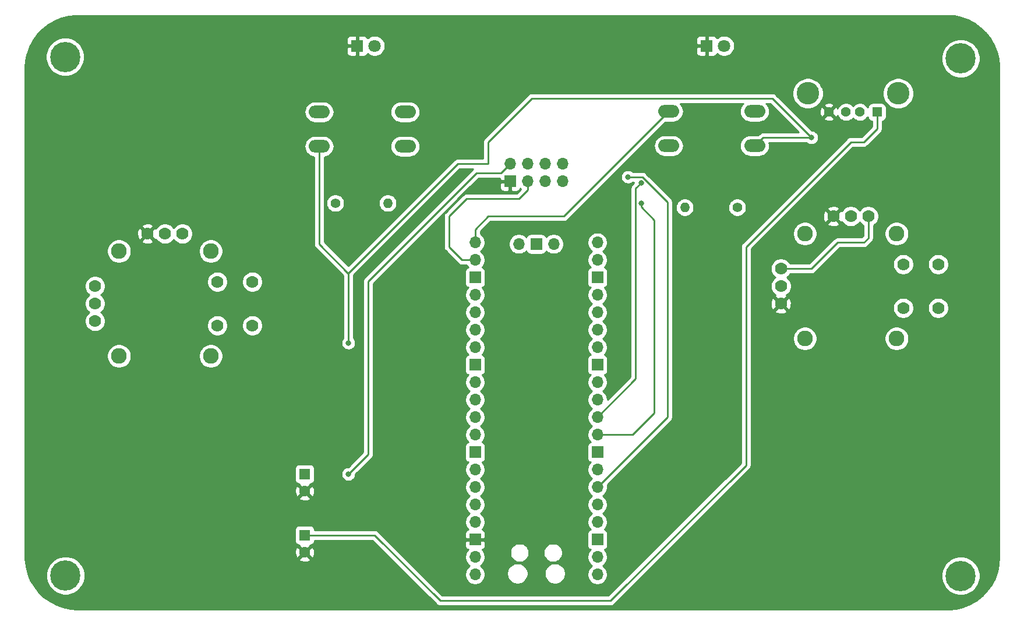
<source format=gbr>
%TF.GenerationSoftware,KiCad,Pcbnew,(5.1.10-1-10_14)*%
%TF.CreationDate,2021-10-16T18:12:32-04:00*%
%TF.ProjectId,Controller_V1,436f6e74-726f-46c6-9c65-725f56312e6b,rev?*%
%TF.SameCoordinates,Original*%
%TF.FileFunction,Copper,L2,Bot*%
%TF.FilePolarity,Positive*%
%FSLAX46Y46*%
G04 Gerber Fmt 4.6, Leading zero omitted, Abs format (unit mm)*
G04 Created by KiCad (PCBNEW (5.1.10-1-10_14)) date 2021-10-16 18:12:32*
%MOMM*%
%LPD*%
G01*
G04 APERTURE LIST*
%TA.AperFunction,ComponentPad*%
%ADD10C,4.400000*%
%TD*%
%TA.AperFunction,ComponentPad*%
%ADD11O,3.048000X1.850000*%
%TD*%
%TA.AperFunction,ComponentPad*%
%ADD12O,1.400000X1.400000*%
%TD*%
%TA.AperFunction,ComponentPad*%
%ADD13C,1.400000*%
%TD*%
%TA.AperFunction,ComponentPad*%
%ADD14C,3.276000*%
%TD*%
%TA.AperFunction,ComponentPad*%
%ADD15C,1.428000*%
%TD*%
%TA.AperFunction,ComponentPad*%
%ADD16R,1.428000X1.428000*%
%TD*%
%TA.AperFunction,ComponentPad*%
%ADD17C,1.800000*%
%TD*%
%TA.AperFunction,ComponentPad*%
%ADD18R,1.800000X1.800000*%
%TD*%
%TA.AperFunction,ComponentPad*%
%ADD19O,1.700000X1.700000*%
%TD*%
%TA.AperFunction,ComponentPad*%
%ADD20R,1.700000X1.700000*%
%TD*%
%TA.AperFunction,ComponentPad*%
%ADD21C,1.600000*%
%TD*%
%TA.AperFunction,ComponentPad*%
%ADD22R,1.600000X1.600000*%
%TD*%
%TA.AperFunction,ComponentPad*%
%ADD23C,1.778000*%
%TD*%
%TA.AperFunction,ComponentPad*%
%ADD24C,2.286000*%
%TD*%
%TA.AperFunction,ViaPad*%
%ADD25C,0.800000*%
%TD*%
%TA.AperFunction,Conductor*%
%ADD26C,0.250000*%
%TD*%
%TA.AperFunction,Conductor*%
%ADD27C,0.254000*%
%TD*%
%TA.AperFunction,Conductor*%
%ADD28C,0.100000*%
%TD*%
G04 APERTURE END LIST*
D10*
%TO.P,H4,1*%
%TO.N,N/C*%
X106197400Y-132867400D03*
%TD*%
%TO.P,e,1*%
%TO.N,N/C*%
X106146600Y-57480200D03*
%TD*%
%TO.P,He,1*%
%TO.N,N/C*%
X236321600Y-132918200D03*
%TD*%
%TO.P,He,1*%
%TO.N,N/C*%
X236321600Y-57708800D03*
%TD*%
D11*
%TO.P,SW2,*%
%TO.N,*%
X193875000Y-70405000D03*
%TO.P,SW2,1*%
%TO.N,GP16*%
X193875000Y-65405000D03*
%TO.P,SW2,2*%
%TO.N,+3V3*%
X206375000Y-70405000D03*
%TO.P,SW2,*%
%TO.N,*%
X206375000Y-65405000D03*
%TD*%
%TO.P,SW1,2*%
%TO.N,+3V3*%
X143075000Y-70485000D03*
%TO.P,SW1,*%
%TO.N,*%
X143075000Y-65485000D03*
X155575000Y-70485000D03*
%TO.P,SW1,1*%
%TO.N,GP15*%
X155575000Y-65485000D03*
%TD*%
D12*
%TO.P,R2,2*%
%TO.N,GP09*%
X196215000Y-79375000D03*
D13*
%TO.P,R2,1*%
%TO.N,Net-(D2-Pad2)*%
X203835000Y-79375000D03*
%TD*%
D12*
%TO.P,R1,2*%
%TO.N,GP10*%
X153035000Y-78740000D03*
D13*
%TO.P,R1,1*%
%TO.N,Net-(D1-Pad2)*%
X145415000Y-78740000D03*
%TD*%
D14*
%TO.P,J2,S2*%
%TO.N,Net-(J2-PadS1)*%
X214088400Y-62788800D03*
%TO.P,J2,S1*%
X227228400Y-62788800D03*
D15*
%TO.P,J2,4*%
%TO.N,GND*%
X217158400Y-65498800D03*
%TO.P,J2,3*%
%TO.N,Net-(J2-Pad3)*%
X219658400Y-65498800D03*
%TO.P,J2,2*%
%TO.N,Net-(J2-Pad2)*%
X221658400Y-65498800D03*
D16*
%TO.P,J2,1*%
%TO.N,+5V*%
X224158400Y-65498800D03*
%TD*%
D17*
%TO.P,D2,2*%
%TO.N,Net-(D2-Pad2)*%
X201930000Y-55880000D03*
D18*
%TO.P,D2,1*%
%TO.N,GND*%
X199390000Y-55880000D03*
%TD*%
D17*
%TO.P,D1,2*%
%TO.N,Net-(D1-Pad2)*%
X151130000Y-55880000D03*
D18*
%TO.P,D1,1*%
%TO.N,GND*%
X148590000Y-55880000D03*
%TD*%
D19*
%TO.P,U2,43*%
%TO.N,Net-(U2-Pad43)*%
X172085000Y-84685000D03*
D20*
%TO.P,U2,42*%
%TO.N,Net-(U2-Pad42)*%
X174625000Y-84685000D03*
D19*
%TO.P,U2,41*%
%TO.N,Net-(U2-Pad41)*%
X177165000Y-84685000D03*
%TO.P,U2,40*%
%TO.N,Net-(U2-Pad40)*%
X165735000Y-132715000D03*
%TO.P,U2,39*%
%TO.N,+3.3VA*%
X165735000Y-130175000D03*
D20*
%TO.P,U2,38*%
%TO.N,GND*%
X165735000Y-127635000D03*
D19*
%TO.P,U2,37*%
%TO.N,Net-(U2-Pad37)*%
X165735000Y-125095000D03*
%TO.P,U2,36*%
%TO.N,+3V3*%
X165735000Y-122555000D03*
%TO.P,U2,35*%
%TO.N,Net-(U2-Pad35)*%
X165735000Y-120015000D03*
%TO.P,U2,34*%
%TO.N,GP28*%
X165735000Y-117475000D03*
D20*
%TO.P,U2,33*%
%TO.N,Net-(U2-Pad33)*%
X165735000Y-114935000D03*
D19*
%TO.P,U2,32*%
%TO.N,GP27*%
X165735000Y-112395000D03*
%TO.P,U2,31*%
%TO.N,GP26*%
X165735000Y-109855000D03*
%TO.P,U2,30*%
%TO.N,Net-(U2-Pad30)*%
X165735000Y-107315000D03*
%TO.P,U2,29*%
%TO.N,Net-(U2-Pad29)*%
X165735000Y-104775000D03*
D20*
%TO.P,U2,28*%
%TO.N,Net-(U2-Pad28)*%
X165735000Y-102235000D03*
D19*
%TO.P,U2,27*%
%TO.N,Net-(U2-Pad27)*%
X165735000Y-99695000D03*
%TO.P,U2,26*%
%TO.N,Net-(U2-Pad26)*%
X165735000Y-97155000D03*
%TO.P,U2,25*%
%TO.N,Net-(U2-Pad25)*%
X165735000Y-94615000D03*
%TO.P,U2,24*%
%TO.N,Net-(U2-Pad24)*%
X165735000Y-92075000D03*
D20*
%TO.P,U2,23*%
%TO.N,Net-(U2-Pad23)*%
X165735000Y-89535000D03*
D19*
%TO.P,U2,22*%
%TO.N,GP17*%
X165735000Y-86995000D03*
%TO.P,U2,21*%
%TO.N,GP16*%
X165735000Y-84455000D03*
%TO.P,U2,20*%
%TO.N,GP15*%
X183515000Y-84455000D03*
%TO.P,U2,19*%
%TO.N,GP14*%
X183515000Y-86995000D03*
D20*
%TO.P,U2,18*%
%TO.N,Net-(U2-Pad18)*%
X183515000Y-89535000D03*
D19*
%TO.P,U2,17*%
%TO.N,Net-(U2-Pad17)*%
X183515000Y-92075000D03*
%TO.P,U2,16*%
%TO.N,Net-(U2-Pad16)*%
X183515000Y-94615000D03*
%TO.P,U2,15*%
%TO.N,Net-(U2-Pad15)*%
X183515000Y-97155000D03*
%TO.P,U2,14*%
%TO.N,GP10*%
X183515000Y-99695000D03*
D20*
%TO.P,U2,13*%
%TO.N,Net-(U2-Pad13)*%
X183515000Y-102235000D03*
D19*
%TO.P,U2,12*%
%TO.N,GP09*%
X183515000Y-104775000D03*
%TO.P,U2,11*%
%TO.N,Net-(U2-Pad11)*%
X183515000Y-107315000D03*
%TO.P,U2,10*%
%TO.N,GP07*%
X183515000Y-109855000D03*
%TO.P,U2,9*%
%TO.N,GP06*%
X183515000Y-112395000D03*
D20*
%TO.P,U2,8*%
%TO.N,Net-(U2-Pad8)*%
X183515000Y-114935000D03*
D19*
%TO.P,U2,7*%
%TO.N,Net-(U2-Pad7)*%
X183515000Y-117475000D03*
%TO.P,U2,6*%
%TO.N,GP04*%
X183515000Y-120015000D03*
%TO.P,U2,5*%
%TO.N,Net-(U2-Pad5)*%
X183515000Y-122555000D03*
%TO.P,U2,4*%
%TO.N,Net-(U2-Pad4)*%
X183515000Y-125095000D03*
D20*
%TO.P,U2,3*%
%TO.N,Net-(U2-Pad3)*%
X183515000Y-127635000D03*
D19*
%TO.P,U2,2*%
%TO.N,Net-(U2-Pad2)*%
X183515000Y-130175000D03*
%TO.P,U2,1*%
%TO.N,Net-(U2-Pad1)*%
X183515000Y-132715000D03*
%TD*%
D21*
%TO.P,C2,2*%
%TO.N,GND*%
X140970000Y-120610000D03*
D22*
%TO.P,C2,1*%
%TO.N,+3.3VA*%
X140970000Y-118110000D03*
%TD*%
D21*
%TO.P,C1,2*%
%TO.N,GND*%
X140970000Y-129500000D03*
D22*
%TO.P,C1,1*%
%TO.N,+5V*%
X140970000Y-127000000D03*
%TD*%
D23*
%TO.P,U3,V3*%
%TO.N,GND*%
X217805000Y-80645000D03*
%TO.P,U3,V2*%
%TO.N,GP27*%
X220345000Y-80645000D03*
%TO.P,U3,V1*%
%TO.N,+3V3*%
X222885000Y-80645000D03*
D24*
%TO.P,U3,S4*%
%TO.N,Net-(U3-PadS1)*%
X227012500Y-98425000D03*
%TO.P,U3,S3*%
X213677500Y-98425000D03*
%TO.P,U3,S2*%
X213677500Y-83185000D03*
%TO.P,U3,S1*%
X227012500Y-83185000D03*
D23*
%TO.P,U3,H3*%
%TO.N,GND*%
X210185000Y-93345000D03*
%TO.P,U3,H2*%
%TO.N,GP26*%
X210185000Y-90805000D03*
%TO.P,U3,H1*%
%TO.N,+3V3*%
X210185000Y-88265000D03*
%TO.P,U3,B2B*%
%TO.N,N/C*%
X227965000Y-93980000D03*
%TO.P,U3,B2A*%
%TO.N,Net-(U3-PadB2A)*%
X227965000Y-87630000D03*
%TO.P,U3,B1B*%
%TO.N,N/C*%
X233045000Y-93980000D03*
%TO.P,U3,B1A*%
%TO.N,Net-(U3-PadB1A)*%
X233045000Y-87630000D03*
%TD*%
%TO.P,U1,V3*%
%TO.N,GND*%
X118110000Y-83185000D03*
%TO.P,U1,V2*%
%TO.N,GP28*%
X120650000Y-83185000D03*
%TO.P,U1,V1*%
%TO.N,+3V3*%
X123190000Y-83185000D03*
D24*
%TO.P,U1,S4*%
%TO.N,Net-(U1-PadS1)*%
X127317500Y-100965000D03*
%TO.P,U1,S3*%
X113982500Y-100965000D03*
%TO.P,U1,S2*%
X113982500Y-85725000D03*
%TO.P,U1,S1*%
X127317500Y-85725000D03*
D23*
%TO.P,U1,H3*%
%TO.N,Net-(U1-PadH3)*%
X110490000Y-95885000D03*
%TO.P,U1,H2*%
%TO.N,Net-(U1-PadH2)*%
X110490000Y-93345000D03*
%TO.P,U1,H1*%
%TO.N,Net-(U1-PadH1)*%
X110490000Y-90805000D03*
%TO.P,U1,B2B*%
%TO.N,N/C*%
X128270000Y-96520000D03*
%TO.P,U1,B2A*%
%TO.N,Net-(U1-PadB2A)*%
X128270000Y-90170000D03*
%TO.P,U1,B1B*%
%TO.N,N/C*%
X133350000Y-96520000D03*
%TO.P,U1,B1A*%
%TO.N,Net-(U1-PadB1A)*%
X133350000Y-90170000D03*
%TD*%
D19*
%TO.P,J1,8*%
%TO.N,Net-(J1-Pad8)*%
X178435000Y-73025000D03*
%TO.P,J1,7*%
%TO.N,GP04*%
X178435000Y-75565000D03*
%TO.P,J1,6*%
%TO.N,GP07*%
X175895000Y-73025000D03*
%TO.P,J1,5*%
%TO.N,GP06*%
X175895000Y-75565000D03*
%TO.P,J1,4*%
%TO.N,GP14*%
X173355000Y-73025000D03*
%TO.P,J1,3*%
%TO.N,GP17*%
X173355000Y-75565000D03*
%TO.P,J1,2*%
%TO.N,+3.3VA*%
X170815000Y-73025000D03*
D20*
%TO.P,J1,1*%
%TO.N,GND*%
X170815000Y-75565000D03*
%TD*%
D25*
%TO.N,GP07*%
X189865009Y-75819009D03*
%TO.N,GP04*%
X187960000Y-74930000D03*
%TO.N,GP06*%
X189865010Y-78740000D03*
%TO.N,+3V3*%
X147320000Y-99060000D03*
X214630000Y-69215000D03*
%TO.N,+3.3VA*%
X147332700Y-118122700D03*
%TD*%
D26*
%TO.N,GP07*%
X189084001Y-76600017D02*
X189865009Y-75819009D01*
X183515000Y-109855000D02*
X189084001Y-104285999D01*
X189084001Y-104285999D02*
X189084001Y-76600017D01*
X189865009Y-75819009D02*
X189865018Y-75819000D01*
%TO.N,GP04*%
X187960000Y-74930000D02*
X187960000Y-74930000D01*
X193675000Y-109855000D02*
X193675000Y-78555315D01*
X183515000Y-120015000D02*
X193675000Y-109855000D01*
X193675000Y-78555315D02*
X190049685Y-74930000D01*
X190049685Y-74930000D02*
X187960000Y-74930000D01*
%TO.N,GP06*%
X189865010Y-79305685D02*
X189865010Y-78740000D01*
X188595000Y-112395000D02*
X191770000Y-109220000D01*
X191770000Y-81210675D02*
X189865010Y-79305685D01*
X191770000Y-109220000D02*
X191770000Y-81210675D01*
X183515000Y-112395000D02*
X188595000Y-112395000D01*
%TO.N,GP17*%
X164465000Y-78105000D02*
X172085000Y-78105000D01*
X161925000Y-80645000D02*
X164465000Y-78105000D01*
X161925000Y-85090000D02*
X161925000Y-80645000D01*
X163830000Y-86995000D02*
X161925000Y-85090000D01*
X165735000Y-86995000D02*
X163830000Y-86995000D01*
X173355000Y-75565000D02*
X173355000Y-76835000D01*
X173355000Y-76835000D02*
X172085000Y-78105000D01*
%TO.N,+3V3*%
X214630000Y-69215000D02*
X214630000Y-69215000D01*
X214630000Y-88265000D02*
X210185000Y-88265000D01*
X218440000Y-84455000D02*
X214630000Y-88265000D01*
X222250000Y-84455000D02*
X218440000Y-84455000D01*
X222885000Y-83820000D02*
X222250000Y-84455000D01*
X222885000Y-80645000D02*
X222885000Y-83820000D01*
X147320000Y-92075000D02*
X147320000Y-99060000D01*
X208915000Y-63500000D02*
X214630000Y-69215000D01*
X173990000Y-63500000D02*
X208915000Y-63500000D01*
X167640000Y-69850000D02*
X173990000Y-63500000D01*
X167640000Y-73025000D02*
X167640000Y-69850000D01*
X147320000Y-88900000D02*
X147320000Y-93345000D01*
X163195000Y-73025000D02*
X147320000Y-88900000D01*
X167640000Y-73025000D02*
X163195000Y-73025000D01*
X147320000Y-88900000D02*
X147269200Y-88900000D01*
X143075000Y-84705800D02*
X143075000Y-70485000D01*
X147269200Y-88900000D02*
X143075000Y-84705800D01*
X207565000Y-69215000D02*
X206375000Y-70405000D01*
X214630000Y-69215000D02*
X207565000Y-69215000D01*
%TO.N,+5V*%
X224158400Y-67941600D02*
X224158400Y-65498800D01*
X222250000Y-69850000D02*
X224158400Y-67941600D01*
X220345000Y-69850000D02*
X222250000Y-69850000D01*
X205105000Y-85090000D02*
X220345000Y-69850000D01*
X205105000Y-116840000D02*
X205105000Y-85090000D01*
X160655000Y-136525000D02*
X185420000Y-136525000D01*
X151130000Y-127000000D02*
X160655000Y-136525000D01*
X185420000Y-136525000D02*
X205105000Y-116840000D01*
X140970000Y-127000000D02*
X151130000Y-127000000D01*
%TO.N,GP16*%
X165735000Y-84455000D02*
X165735000Y-82550000D01*
X165735000Y-82550000D02*
X167640000Y-80645000D01*
X178635000Y-80645000D02*
X193875000Y-65405000D01*
X167640000Y-80645000D02*
X178635000Y-80645000D01*
%TO.N,+3.3VA*%
X150202900Y-90093800D02*
X150202900Y-115252500D01*
X150202900Y-115252500D02*
X147332700Y-118122700D01*
X165925500Y-74371200D02*
X150202900Y-90093800D01*
X169468800Y-74371200D02*
X165925500Y-74371200D01*
X170815000Y-73025000D02*
X169468800Y-74371200D01*
%TD*%
D27*
%TO.N,GND*%
X235371796Y-51535510D02*
X236408020Y-51755766D01*
X237403511Y-52118095D01*
X238338883Y-52615441D01*
X239195934Y-53238125D01*
X239957987Y-53974031D01*
X240610202Y-54808828D01*
X241139895Y-55726282D01*
X241536742Y-56708513D01*
X241793028Y-57736424D01*
X241905575Y-58807236D01*
X241910000Y-59060733D01*
X241910001Y-130151942D01*
X241834490Y-131231796D01*
X241614234Y-132268020D01*
X241251905Y-133263511D01*
X240754559Y-134198883D01*
X240131875Y-135055934D01*
X239395966Y-135817990D01*
X238561172Y-136470202D01*
X237643718Y-136999895D01*
X236661487Y-137396742D01*
X235633578Y-137653028D01*
X234562764Y-137765575D01*
X234309267Y-137770000D01*
X107973044Y-137770000D01*
X106893204Y-137694490D01*
X105856980Y-137474234D01*
X104861489Y-137111905D01*
X103926117Y-136614559D01*
X103069066Y-135991875D01*
X102307010Y-135255966D01*
X101654798Y-134421172D01*
X101125105Y-133503718D01*
X100755203Y-132588177D01*
X103362400Y-132588177D01*
X103362400Y-133146623D01*
X103471348Y-133694339D01*
X103685056Y-134210276D01*
X103995312Y-134674607D01*
X104390193Y-135069488D01*
X104854524Y-135379744D01*
X105370461Y-135593452D01*
X105918177Y-135702400D01*
X106476623Y-135702400D01*
X107024339Y-135593452D01*
X107540276Y-135379744D01*
X108004607Y-135069488D01*
X108399488Y-134674607D01*
X108709744Y-134210276D01*
X108923452Y-133694339D01*
X109032400Y-133146623D01*
X109032400Y-132588177D01*
X108923452Y-132040461D01*
X108709744Y-131524524D01*
X108399488Y-131060193D01*
X108004607Y-130665312D01*
X107746278Y-130492702D01*
X140156903Y-130492702D01*
X140228486Y-130736671D01*
X140483996Y-130857571D01*
X140758184Y-130926300D01*
X141040512Y-130940217D01*
X141320130Y-130898787D01*
X141586292Y-130803603D01*
X141711514Y-130736671D01*
X141783097Y-130492702D01*
X140970000Y-129679605D01*
X140156903Y-130492702D01*
X107746278Y-130492702D01*
X107540276Y-130355056D01*
X107024339Y-130141348D01*
X106476623Y-130032400D01*
X105918177Y-130032400D01*
X105370461Y-130141348D01*
X104854524Y-130355056D01*
X104390193Y-130665312D01*
X103995312Y-131060193D01*
X103685056Y-131524524D01*
X103471348Y-132040461D01*
X103362400Y-132588177D01*
X100755203Y-132588177D01*
X100728258Y-132521487D01*
X100471972Y-131493578D01*
X100359425Y-130422764D01*
X100355000Y-130169267D01*
X100355000Y-129570512D01*
X139529783Y-129570512D01*
X139571213Y-129850130D01*
X139666397Y-130116292D01*
X139733329Y-130241514D01*
X139977298Y-130313097D01*
X140790395Y-129500000D01*
X141149605Y-129500000D01*
X141962702Y-130313097D01*
X142206671Y-130241514D01*
X142327571Y-129986004D01*
X142396300Y-129711816D01*
X142410217Y-129429488D01*
X142368787Y-129149870D01*
X142273603Y-128883708D01*
X142206671Y-128758486D01*
X141962702Y-128686903D01*
X141149605Y-129500000D01*
X140790395Y-129500000D01*
X139977298Y-128686903D01*
X139733329Y-128758486D01*
X139612429Y-129013996D01*
X139543700Y-129288184D01*
X139529783Y-129570512D01*
X100355000Y-129570512D01*
X100355000Y-126200000D01*
X139531928Y-126200000D01*
X139531928Y-127800000D01*
X139544188Y-127924482D01*
X139580498Y-128044180D01*
X139639463Y-128154494D01*
X139718815Y-128251185D01*
X139815506Y-128330537D01*
X139925820Y-128389502D01*
X140045518Y-128425812D01*
X140170000Y-128438072D01*
X140177215Y-128438072D01*
X140156903Y-128507298D01*
X140970000Y-129320395D01*
X141783097Y-128507298D01*
X141762785Y-128438072D01*
X141770000Y-128438072D01*
X141894482Y-128425812D01*
X142014180Y-128389502D01*
X142124494Y-128330537D01*
X142221185Y-128251185D01*
X142300537Y-128154494D01*
X142359502Y-128044180D01*
X142395812Y-127924482D01*
X142408072Y-127800000D01*
X142408072Y-127760000D01*
X150815199Y-127760000D01*
X160091201Y-137036003D01*
X160114999Y-137065001D01*
X160230724Y-137159974D01*
X160362753Y-137230546D01*
X160506014Y-137274003D01*
X160617667Y-137285000D01*
X160617676Y-137285000D01*
X160654999Y-137288676D01*
X160692322Y-137285000D01*
X185382678Y-137285000D01*
X185420000Y-137288676D01*
X185457322Y-137285000D01*
X185457333Y-137285000D01*
X185568986Y-137274003D01*
X185712247Y-137230546D01*
X185844276Y-137159974D01*
X185960001Y-137065001D01*
X185983804Y-137035997D01*
X190380824Y-132638977D01*
X233486600Y-132638977D01*
X233486600Y-133197423D01*
X233595548Y-133745139D01*
X233809256Y-134261076D01*
X234119512Y-134725407D01*
X234514393Y-135120288D01*
X234978724Y-135430544D01*
X235494661Y-135644252D01*
X236042377Y-135753200D01*
X236600823Y-135753200D01*
X237148539Y-135644252D01*
X237664476Y-135430544D01*
X238128807Y-135120288D01*
X238523688Y-134725407D01*
X238833944Y-134261076D01*
X239047652Y-133745139D01*
X239156600Y-133197423D01*
X239156600Y-132638977D01*
X239047652Y-132091261D01*
X238833944Y-131575324D01*
X238523688Y-131110993D01*
X238128807Y-130716112D01*
X237664476Y-130405856D01*
X237148539Y-130192148D01*
X236600823Y-130083200D01*
X236042377Y-130083200D01*
X235494661Y-130192148D01*
X234978724Y-130405856D01*
X234514393Y-130716112D01*
X234119512Y-131110993D01*
X233809256Y-131575324D01*
X233595548Y-132091261D01*
X233486600Y-132638977D01*
X190380824Y-132638977D01*
X205616004Y-117403798D01*
X205645001Y-117380001D01*
X205695258Y-117318763D01*
X205739974Y-117264277D01*
X205810546Y-117132247D01*
X205830696Y-117065820D01*
X205854003Y-116988986D01*
X205865000Y-116877333D01*
X205865000Y-116877323D01*
X205868676Y-116840000D01*
X205865000Y-116802677D01*
X205865000Y-98249882D01*
X211899500Y-98249882D01*
X211899500Y-98600118D01*
X211967828Y-98943623D01*
X212101857Y-99267199D01*
X212296437Y-99558409D01*
X212544091Y-99806063D01*
X212835301Y-100000643D01*
X213158877Y-100134672D01*
X213502382Y-100203000D01*
X213852618Y-100203000D01*
X214196123Y-100134672D01*
X214519699Y-100000643D01*
X214810909Y-99806063D01*
X215058563Y-99558409D01*
X215253143Y-99267199D01*
X215387172Y-98943623D01*
X215455500Y-98600118D01*
X215455500Y-98249882D01*
X225234500Y-98249882D01*
X225234500Y-98600118D01*
X225302828Y-98943623D01*
X225436857Y-99267199D01*
X225631437Y-99558409D01*
X225879091Y-99806063D01*
X226170301Y-100000643D01*
X226493877Y-100134672D01*
X226837382Y-100203000D01*
X227187618Y-100203000D01*
X227531123Y-100134672D01*
X227854699Y-100000643D01*
X228145909Y-99806063D01*
X228393563Y-99558409D01*
X228588143Y-99267199D01*
X228722172Y-98943623D01*
X228790500Y-98600118D01*
X228790500Y-98249882D01*
X228722172Y-97906377D01*
X228588143Y-97582801D01*
X228393563Y-97291591D01*
X228145909Y-97043937D01*
X227854699Y-96849357D01*
X227531123Y-96715328D01*
X227187618Y-96647000D01*
X226837382Y-96647000D01*
X226493877Y-96715328D01*
X226170301Y-96849357D01*
X225879091Y-97043937D01*
X225631437Y-97291591D01*
X225436857Y-97582801D01*
X225302828Y-97906377D01*
X225234500Y-98249882D01*
X215455500Y-98249882D01*
X215387172Y-97906377D01*
X215253143Y-97582801D01*
X215058563Y-97291591D01*
X214810909Y-97043937D01*
X214519699Y-96849357D01*
X214196123Y-96715328D01*
X213852618Y-96647000D01*
X213502382Y-96647000D01*
X213158877Y-96715328D01*
X212835301Y-96849357D01*
X212544091Y-97043937D01*
X212296437Y-97291591D01*
X212101857Y-97582801D01*
X211967828Y-97906377D01*
X211899500Y-98249882D01*
X205865000Y-98249882D01*
X205865000Y-94401231D01*
X209308374Y-94401231D01*
X209390727Y-94654289D01*
X209661418Y-94784086D01*
X209952230Y-94858580D01*
X210251988Y-94874908D01*
X210549171Y-94832443D01*
X210832359Y-94732816D01*
X210979273Y-94654289D01*
X211061626Y-94401231D01*
X210185000Y-93524605D01*
X209308374Y-94401231D01*
X205865000Y-94401231D01*
X205865000Y-93411988D01*
X208655092Y-93411988D01*
X208697557Y-93709171D01*
X208797184Y-93992359D01*
X208875711Y-94139273D01*
X209128769Y-94221626D01*
X210005395Y-93345000D01*
X210364605Y-93345000D01*
X211241231Y-94221626D01*
X211494289Y-94139273D01*
X211624086Y-93868582D01*
X211633994Y-93829899D01*
X226441000Y-93829899D01*
X226441000Y-94130101D01*
X226499566Y-94424534D01*
X226614449Y-94701885D01*
X226781232Y-94951493D01*
X226993507Y-95163768D01*
X227243115Y-95330551D01*
X227520466Y-95445434D01*
X227814899Y-95504000D01*
X228115101Y-95504000D01*
X228409534Y-95445434D01*
X228686885Y-95330551D01*
X228936493Y-95163768D01*
X229148768Y-94951493D01*
X229315551Y-94701885D01*
X229430434Y-94424534D01*
X229489000Y-94130101D01*
X229489000Y-93829899D01*
X231521000Y-93829899D01*
X231521000Y-94130101D01*
X231579566Y-94424534D01*
X231694449Y-94701885D01*
X231861232Y-94951493D01*
X232073507Y-95163768D01*
X232323115Y-95330551D01*
X232600466Y-95445434D01*
X232894899Y-95504000D01*
X233195101Y-95504000D01*
X233489534Y-95445434D01*
X233766885Y-95330551D01*
X234016493Y-95163768D01*
X234228768Y-94951493D01*
X234395551Y-94701885D01*
X234510434Y-94424534D01*
X234569000Y-94130101D01*
X234569000Y-93829899D01*
X234510434Y-93535466D01*
X234395551Y-93258115D01*
X234228768Y-93008507D01*
X234016493Y-92796232D01*
X233766885Y-92629449D01*
X233489534Y-92514566D01*
X233195101Y-92456000D01*
X232894899Y-92456000D01*
X232600466Y-92514566D01*
X232323115Y-92629449D01*
X232073507Y-92796232D01*
X231861232Y-93008507D01*
X231694449Y-93258115D01*
X231579566Y-93535466D01*
X231521000Y-93829899D01*
X229489000Y-93829899D01*
X229430434Y-93535466D01*
X229315551Y-93258115D01*
X229148768Y-93008507D01*
X228936493Y-92796232D01*
X228686885Y-92629449D01*
X228409534Y-92514566D01*
X228115101Y-92456000D01*
X227814899Y-92456000D01*
X227520466Y-92514566D01*
X227243115Y-92629449D01*
X226993507Y-92796232D01*
X226781232Y-93008507D01*
X226614449Y-93258115D01*
X226499566Y-93535466D01*
X226441000Y-93829899D01*
X211633994Y-93829899D01*
X211698580Y-93577770D01*
X211714908Y-93278012D01*
X211672443Y-92980829D01*
X211572816Y-92697641D01*
X211494289Y-92550727D01*
X211241231Y-92468374D01*
X210364605Y-93345000D01*
X210005395Y-93345000D01*
X209128769Y-92468374D01*
X208875711Y-92550727D01*
X208745914Y-92821418D01*
X208671420Y-93112230D01*
X208655092Y-93411988D01*
X205865000Y-93411988D01*
X205865000Y-88114899D01*
X208661000Y-88114899D01*
X208661000Y-88415101D01*
X208719566Y-88709534D01*
X208834449Y-88986885D01*
X209001232Y-89236493D01*
X209213507Y-89448768D01*
X209342562Y-89535000D01*
X209213507Y-89621232D01*
X209001232Y-89833507D01*
X208834449Y-90083115D01*
X208719566Y-90360466D01*
X208661000Y-90654899D01*
X208661000Y-90955101D01*
X208719566Y-91249534D01*
X208834449Y-91526885D01*
X209001232Y-91776493D01*
X209213507Y-91988768D01*
X209371622Y-92094417D01*
X209308374Y-92288769D01*
X210185000Y-93165395D01*
X211061626Y-92288769D01*
X210998378Y-92094417D01*
X211156493Y-91988768D01*
X211368768Y-91776493D01*
X211535551Y-91526885D01*
X211650434Y-91249534D01*
X211709000Y-90955101D01*
X211709000Y-90654899D01*
X211650434Y-90360466D01*
X211535551Y-90083115D01*
X211368768Y-89833507D01*
X211156493Y-89621232D01*
X211027438Y-89535000D01*
X211156493Y-89448768D01*
X211368768Y-89236493D01*
X211510083Y-89025000D01*
X214592678Y-89025000D01*
X214630000Y-89028676D01*
X214667322Y-89025000D01*
X214667333Y-89025000D01*
X214778986Y-89014003D01*
X214922247Y-88970546D01*
X215054276Y-88899974D01*
X215170001Y-88805001D01*
X215193804Y-88775997D01*
X216489902Y-87479899D01*
X226441000Y-87479899D01*
X226441000Y-87780101D01*
X226499566Y-88074534D01*
X226614449Y-88351885D01*
X226781232Y-88601493D01*
X226993507Y-88813768D01*
X227243115Y-88980551D01*
X227520466Y-89095434D01*
X227814899Y-89154000D01*
X228115101Y-89154000D01*
X228409534Y-89095434D01*
X228686885Y-88980551D01*
X228936493Y-88813768D01*
X229148768Y-88601493D01*
X229315551Y-88351885D01*
X229430434Y-88074534D01*
X229489000Y-87780101D01*
X229489000Y-87479899D01*
X231521000Y-87479899D01*
X231521000Y-87780101D01*
X231579566Y-88074534D01*
X231694449Y-88351885D01*
X231861232Y-88601493D01*
X232073507Y-88813768D01*
X232323115Y-88980551D01*
X232600466Y-89095434D01*
X232894899Y-89154000D01*
X233195101Y-89154000D01*
X233489534Y-89095434D01*
X233766885Y-88980551D01*
X234016493Y-88813768D01*
X234228768Y-88601493D01*
X234395551Y-88351885D01*
X234510434Y-88074534D01*
X234569000Y-87780101D01*
X234569000Y-87479899D01*
X234510434Y-87185466D01*
X234395551Y-86908115D01*
X234228768Y-86658507D01*
X234016493Y-86446232D01*
X233766885Y-86279449D01*
X233489534Y-86164566D01*
X233195101Y-86106000D01*
X232894899Y-86106000D01*
X232600466Y-86164566D01*
X232323115Y-86279449D01*
X232073507Y-86446232D01*
X231861232Y-86658507D01*
X231694449Y-86908115D01*
X231579566Y-87185466D01*
X231521000Y-87479899D01*
X229489000Y-87479899D01*
X229430434Y-87185466D01*
X229315551Y-86908115D01*
X229148768Y-86658507D01*
X228936493Y-86446232D01*
X228686885Y-86279449D01*
X228409534Y-86164566D01*
X228115101Y-86106000D01*
X227814899Y-86106000D01*
X227520466Y-86164566D01*
X227243115Y-86279449D01*
X226993507Y-86446232D01*
X226781232Y-86658507D01*
X226614449Y-86908115D01*
X226499566Y-87185466D01*
X226441000Y-87479899D01*
X216489902Y-87479899D01*
X218754802Y-85215000D01*
X222212678Y-85215000D01*
X222250000Y-85218676D01*
X222287322Y-85215000D01*
X222287333Y-85215000D01*
X222398986Y-85204003D01*
X222542247Y-85160546D01*
X222674276Y-85089974D01*
X222790001Y-84995001D01*
X222813803Y-84965998D01*
X223396002Y-84383800D01*
X223425001Y-84360001D01*
X223519974Y-84244276D01*
X223590546Y-84112247D01*
X223634003Y-83968986D01*
X223645000Y-83857333D01*
X223648677Y-83820000D01*
X223645000Y-83782667D01*
X223645000Y-83009882D01*
X225234500Y-83009882D01*
X225234500Y-83360118D01*
X225302828Y-83703623D01*
X225436857Y-84027199D01*
X225631437Y-84318409D01*
X225879091Y-84566063D01*
X226170301Y-84760643D01*
X226493877Y-84894672D01*
X226837382Y-84963000D01*
X227187618Y-84963000D01*
X227531123Y-84894672D01*
X227854699Y-84760643D01*
X228145909Y-84566063D01*
X228393563Y-84318409D01*
X228588143Y-84027199D01*
X228722172Y-83703623D01*
X228790500Y-83360118D01*
X228790500Y-83009882D01*
X228722172Y-82666377D01*
X228588143Y-82342801D01*
X228393563Y-82051591D01*
X228145909Y-81803937D01*
X227854699Y-81609357D01*
X227531123Y-81475328D01*
X227187618Y-81407000D01*
X226837382Y-81407000D01*
X226493877Y-81475328D01*
X226170301Y-81609357D01*
X225879091Y-81803937D01*
X225631437Y-82051591D01*
X225436857Y-82342801D01*
X225302828Y-82666377D01*
X225234500Y-83009882D01*
X223645000Y-83009882D01*
X223645000Y-81970083D01*
X223856493Y-81828768D01*
X224068768Y-81616493D01*
X224235551Y-81366885D01*
X224350434Y-81089534D01*
X224409000Y-80795101D01*
X224409000Y-80494899D01*
X224350434Y-80200466D01*
X224235551Y-79923115D01*
X224068768Y-79673507D01*
X223856493Y-79461232D01*
X223606885Y-79294449D01*
X223329534Y-79179566D01*
X223035101Y-79121000D01*
X222734899Y-79121000D01*
X222440466Y-79179566D01*
X222163115Y-79294449D01*
X221913507Y-79461232D01*
X221701232Y-79673507D01*
X221615000Y-79802562D01*
X221528768Y-79673507D01*
X221316493Y-79461232D01*
X221066885Y-79294449D01*
X220789534Y-79179566D01*
X220495101Y-79121000D01*
X220194899Y-79121000D01*
X219900466Y-79179566D01*
X219623115Y-79294449D01*
X219373507Y-79461232D01*
X219161232Y-79673507D01*
X219055583Y-79831622D01*
X218861231Y-79768374D01*
X217984605Y-80645000D01*
X218861231Y-81521626D01*
X219055583Y-81458378D01*
X219161232Y-81616493D01*
X219373507Y-81828768D01*
X219623115Y-81995551D01*
X219900466Y-82110434D01*
X220194899Y-82169000D01*
X220495101Y-82169000D01*
X220789534Y-82110434D01*
X221066885Y-81995551D01*
X221316493Y-81828768D01*
X221528768Y-81616493D01*
X221615000Y-81487438D01*
X221701232Y-81616493D01*
X221913507Y-81828768D01*
X222125000Y-81970084D01*
X222125001Y-83505197D01*
X221935199Y-83695000D01*
X218477325Y-83695000D01*
X218440000Y-83691324D01*
X218402675Y-83695000D01*
X218402667Y-83695000D01*
X218291014Y-83705997D01*
X218147753Y-83749454D01*
X218015724Y-83820026D01*
X217899999Y-83914999D01*
X217876201Y-83943997D01*
X214315199Y-87505000D01*
X211510083Y-87505000D01*
X211368768Y-87293507D01*
X211156493Y-87081232D01*
X210906885Y-86914449D01*
X210629534Y-86799566D01*
X210335101Y-86741000D01*
X210034899Y-86741000D01*
X209740466Y-86799566D01*
X209463115Y-86914449D01*
X209213507Y-87081232D01*
X209001232Y-87293507D01*
X208834449Y-87543115D01*
X208719566Y-87820466D01*
X208661000Y-88114899D01*
X205865000Y-88114899D01*
X205865000Y-85404801D01*
X208259919Y-83009882D01*
X211899500Y-83009882D01*
X211899500Y-83360118D01*
X211967828Y-83703623D01*
X212101857Y-84027199D01*
X212296437Y-84318409D01*
X212544091Y-84566063D01*
X212835301Y-84760643D01*
X213158877Y-84894672D01*
X213502382Y-84963000D01*
X213852618Y-84963000D01*
X214196123Y-84894672D01*
X214519699Y-84760643D01*
X214810909Y-84566063D01*
X215058563Y-84318409D01*
X215253143Y-84027199D01*
X215387172Y-83703623D01*
X215455500Y-83360118D01*
X215455500Y-83009882D01*
X215387172Y-82666377D01*
X215253143Y-82342801D01*
X215058563Y-82051591D01*
X214810909Y-81803937D01*
X214657199Y-81701231D01*
X216928374Y-81701231D01*
X217010727Y-81954289D01*
X217281418Y-82084086D01*
X217572230Y-82158580D01*
X217871988Y-82174908D01*
X218169171Y-82132443D01*
X218452359Y-82032816D01*
X218599273Y-81954289D01*
X218681626Y-81701231D01*
X217805000Y-80824605D01*
X216928374Y-81701231D01*
X214657199Y-81701231D01*
X214519699Y-81609357D01*
X214196123Y-81475328D01*
X213852618Y-81407000D01*
X213502382Y-81407000D01*
X213158877Y-81475328D01*
X212835301Y-81609357D01*
X212544091Y-81803937D01*
X212296437Y-82051591D01*
X212101857Y-82342801D01*
X211967828Y-82666377D01*
X211899500Y-83009882D01*
X208259919Y-83009882D01*
X210557813Y-80711988D01*
X216275092Y-80711988D01*
X216317557Y-81009171D01*
X216417184Y-81292359D01*
X216495711Y-81439273D01*
X216748769Y-81521626D01*
X217625395Y-80645000D01*
X216748769Y-79768374D01*
X216495711Y-79850727D01*
X216365914Y-80121418D01*
X216291420Y-80412230D01*
X216275092Y-80711988D01*
X210557813Y-80711988D01*
X211681032Y-79588769D01*
X216928374Y-79588769D01*
X217805000Y-80465395D01*
X218681626Y-79588769D01*
X218599273Y-79335711D01*
X218328582Y-79205914D01*
X218037770Y-79131420D01*
X217738012Y-79115092D01*
X217440829Y-79157557D01*
X217157641Y-79257184D01*
X217010727Y-79335711D01*
X216928374Y-79588769D01*
X211681032Y-79588769D01*
X220659802Y-70610000D01*
X222212678Y-70610000D01*
X222250000Y-70613676D01*
X222287322Y-70610000D01*
X222287333Y-70610000D01*
X222398986Y-70599003D01*
X222542247Y-70555546D01*
X222674276Y-70484974D01*
X222790001Y-70390001D01*
X222813804Y-70360997D01*
X224669404Y-68505398D01*
X224698401Y-68481601D01*
X224793374Y-68365876D01*
X224863946Y-68233847D01*
X224907403Y-68090586D01*
X224918400Y-67978933D01*
X224918400Y-67978924D01*
X224922076Y-67941601D01*
X224918400Y-67904278D01*
X224918400Y-66846342D01*
X224996882Y-66838612D01*
X225116580Y-66802302D01*
X225226894Y-66743337D01*
X225323585Y-66663985D01*
X225402937Y-66567294D01*
X225461902Y-66456980D01*
X225498212Y-66337282D01*
X225510472Y-66212800D01*
X225510472Y-64784800D01*
X225498212Y-64660318D01*
X225461902Y-64540620D01*
X225402937Y-64430306D01*
X225323585Y-64333615D01*
X225226894Y-64254263D01*
X225116580Y-64195298D01*
X224996882Y-64158988D01*
X224872400Y-64146728D01*
X223444400Y-64146728D01*
X223319918Y-64158988D01*
X223200220Y-64195298D01*
X223089906Y-64254263D01*
X222993215Y-64333615D01*
X222913863Y-64430306D01*
X222854898Y-64540620D01*
X222818588Y-64660318D01*
X222806328Y-64784800D01*
X222806328Y-64788660D01*
X222706237Y-64638863D01*
X222518337Y-64450963D01*
X222297391Y-64303332D01*
X222051889Y-64201642D01*
X221791265Y-64149800D01*
X221525535Y-64149800D01*
X221264911Y-64201642D01*
X221019409Y-64303332D01*
X220798463Y-64450963D01*
X220658400Y-64591026D01*
X220518337Y-64450963D01*
X220297391Y-64303332D01*
X220051889Y-64201642D01*
X219791265Y-64149800D01*
X219525535Y-64149800D01*
X219264911Y-64201642D01*
X219019409Y-64303332D01*
X218798463Y-64450963D01*
X218610563Y-64638863D01*
X218462932Y-64859809D01*
X218408889Y-64990281D01*
X218380593Y-64912542D01*
X218324870Y-64808291D01*
X218089673Y-64747132D01*
X217338005Y-65498800D01*
X218089673Y-66250468D01*
X218324870Y-66189309D01*
X218409284Y-66008274D01*
X218462932Y-66137791D01*
X218610563Y-66358737D01*
X218798463Y-66546637D01*
X219019409Y-66694268D01*
X219264911Y-66795958D01*
X219525535Y-66847800D01*
X219791265Y-66847800D01*
X220051889Y-66795958D01*
X220297391Y-66694268D01*
X220518337Y-66546637D01*
X220658400Y-66406574D01*
X220798463Y-66546637D01*
X221019409Y-66694268D01*
X221264911Y-66795958D01*
X221525535Y-66847800D01*
X221791265Y-66847800D01*
X222051889Y-66795958D01*
X222297391Y-66694268D01*
X222518337Y-66546637D01*
X222706237Y-66358737D01*
X222806328Y-66208940D01*
X222806328Y-66212800D01*
X222818588Y-66337282D01*
X222854898Y-66456980D01*
X222913863Y-66567294D01*
X222993215Y-66663985D01*
X223089906Y-66743337D01*
X223200220Y-66802302D01*
X223319918Y-66838612D01*
X223398400Y-66846342D01*
X223398400Y-67626798D01*
X221935199Y-69090000D01*
X220382325Y-69090000D01*
X220345000Y-69086324D01*
X220307675Y-69090000D01*
X220307667Y-69090000D01*
X220196014Y-69100997D01*
X220052753Y-69144454D01*
X219920724Y-69215026D01*
X219804999Y-69309999D01*
X219781201Y-69338997D01*
X204593998Y-84526201D01*
X204565000Y-84549999D01*
X204541202Y-84578997D01*
X204541201Y-84578998D01*
X204470026Y-84665724D01*
X204399454Y-84797754D01*
X204355998Y-84941015D01*
X204341324Y-85090000D01*
X204345001Y-85127332D01*
X204345000Y-116525198D01*
X185105199Y-135765000D01*
X160969802Y-135765000D01*
X153689802Y-128485000D01*
X164246928Y-128485000D01*
X164259188Y-128609482D01*
X164295498Y-128729180D01*
X164354463Y-128839494D01*
X164433815Y-128936185D01*
X164530506Y-129015537D01*
X164640820Y-129074502D01*
X164713380Y-129096513D01*
X164581525Y-129228368D01*
X164419010Y-129471589D01*
X164307068Y-129741842D01*
X164250000Y-130028740D01*
X164250000Y-130321260D01*
X164307068Y-130608158D01*
X164419010Y-130878411D01*
X164581525Y-131121632D01*
X164788368Y-131328475D01*
X164962760Y-131445000D01*
X164788368Y-131561525D01*
X164581525Y-131768368D01*
X164419010Y-132011589D01*
X164307068Y-132281842D01*
X164250000Y-132568740D01*
X164250000Y-132861260D01*
X164307068Y-133148158D01*
X164419010Y-133418411D01*
X164581525Y-133661632D01*
X164788368Y-133868475D01*
X165031589Y-134030990D01*
X165301842Y-134142932D01*
X165588740Y-134200000D01*
X165881260Y-134200000D01*
X166168158Y-134142932D01*
X166438411Y-134030990D01*
X166681632Y-133868475D01*
X166888475Y-133661632D01*
X167050990Y-133418411D01*
X167162932Y-133148158D01*
X167220000Y-132861260D01*
X167220000Y-132568740D01*
X167193162Y-132433816D01*
X170365000Y-132433816D01*
X170365000Y-132736184D01*
X170423989Y-133032743D01*
X170539701Y-133312095D01*
X170707688Y-133563505D01*
X170921495Y-133777312D01*
X171172905Y-133945299D01*
X171452257Y-134061011D01*
X171748816Y-134120000D01*
X172051184Y-134120000D01*
X172347743Y-134061011D01*
X172627095Y-133945299D01*
X172878505Y-133777312D01*
X173092312Y-133563505D01*
X173260299Y-133312095D01*
X173376011Y-133032743D01*
X173435000Y-132736184D01*
X173435000Y-132433816D01*
X175815000Y-132433816D01*
X175815000Y-132736184D01*
X175873989Y-133032743D01*
X175989701Y-133312095D01*
X176157688Y-133563505D01*
X176371495Y-133777312D01*
X176622905Y-133945299D01*
X176902257Y-134061011D01*
X177198816Y-134120000D01*
X177501184Y-134120000D01*
X177797743Y-134061011D01*
X178077095Y-133945299D01*
X178328505Y-133777312D01*
X178542312Y-133563505D01*
X178710299Y-133312095D01*
X178826011Y-133032743D01*
X178885000Y-132736184D01*
X178885000Y-132433816D01*
X178826011Y-132137257D01*
X178710299Y-131857905D01*
X178542312Y-131606495D01*
X178328505Y-131392688D01*
X178077095Y-131224701D01*
X177797743Y-131108989D01*
X177501184Y-131050000D01*
X177198816Y-131050000D01*
X176902257Y-131108989D01*
X176622905Y-131224701D01*
X176371495Y-131392688D01*
X176157688Y-131606495D01*
X175989701Y-131857905D01*
X175873989Y-132137257D01*
X175815000Y-132433816D01*
X173435000Y-132433816D01*
X173376011Y-132137257D01*
X173260299Y-131857905D01*
X173092312Y-131606495D01*
X172878505Y-131392688D01*
X172627095Y-131224701D01*
X172347743Y-131108989D01*
X172051184Y-131050000D01*
X171748816Y-131050000D01*
X171452257Y-131108989D01*
X171172905Y-131224701D01*
X170921495Y-131392688D01*
X170707688Y-131606495D01*
X170539701Y-131857905D01*
X170423989Y-132137257D01*
X170365000Y-132433816D01*
X167193162Y-132433816D01*
X167162932Y-132281842D01*
X167050990Y-132011589D01*
X166888475Y-131768368D01*
X166681632Y-131561525D01*
X166507240Y-131445000D01*
X166681632Y-131328475D01*
X166888475Y-131121632D01*
X167050990Y-130878411D01*
X167162932Y-130608158D01*
X167220000Y-130321260D01*
X167220000Y-130028740D01*
X167162932Y-129741842D01*
X167050990Y-129471589D01*
X167015577Y-129418589D01*
X170815000Y-129418589D01*
X170815000Y-129691411D01*
X170868225Y-129958989D01*
X170972629Y-130211043D01*
X171124201Y-130437886D01*
X171317114Y-130630799D01*
X171543957Y-130782371D01*
X171796011Y-130886775D01*
X172063589Y-130940000D01*
X172336411Y-130940000D01*
X172603989Y-130886775D01*
X172856043Y-130782371D01*
X173082886Y-130630799D01*
X173275799Y-130437886D01*
X173427371Y-130211043D01*
X173531775Y-129958989D01*
X173585000Y-129691411D01*
X173585000Y-129418589D01*
X175665000Y-129418589D01*
X175665000Y-129691411D01*
X175718225Y-129958989D01*
X175822629Y-130211043D01*
X175974201Y-130437886D01*
X176167114Y-130630799D01*
X176393957Y-130782371D01*
X176646011Y-130886775D01*
X176913589Y-130940000D01*
X177186411Y-130940000D01*
X177453989Y-130886775D01*
X177706043Y-130782371D01*
X177932886Y-130630799D01*
X178125799Y-130437886D01*
X178277371Y-130211043D01*
X178381775Y-129958989D01*
X178435000Y-129691411D01*
X178435000Y-129418589D01*
X178381775Y-129151011D01*
X178277371Y-128898957D01*
X178125799Y-128672114D01*
X177932886Y-128479201D01*
X177706043Y-128327629D01*
X177453989Y-128223225D01*
X177186411Y-128170000D01*
X176913589Y-128170000D01*
X176646011Y-128223225D01*
X176393957Y-128327629D01*
X176167114Y-128479201D01*
X175974201Y-128672114D01*
X175822629Y-128898957D01*
X175718225Y-129151011D01*
X175665000Y-129418589D01*
X173585000Y-129418589D01*
X173531775Y-129151011D01*
X173427371Y-128898957D01*
X173275799Y-128672114D01*
X173082886Y-128479201D01*
X172856043Y-128327629D01*
X172603989Y-128223225D01*
X172336411Y-128170000D01*
X172063589Y-128170000D01*
X171796011Y-128223225D01*
X171543957Y-128327629D01*
X171317114Y-128479201D01*
X171124201Y-128672114D01*
X170972629Y-128898957D01*
X170868225Y-129151011D01*
X170815000Y-129418589D01*
X167015577Y-129418589D01*
X166888475Y-129228368D01*
X166756620Y-129096513D01*
X166829180Y-129074502D01*
X166939494Y-129015537D01*
X167036185Y-128936185D01*
X167115537Y-128839494D01*
X167174502Y-128729180D01*
X167210812Y-128609482D01*
X167223072Y-128485000D01*
X167220000Y-127920750D01*
X167061250Y-127762000D01*
X165862000Y-127762000D01*
X165862000Y-127782000D01*
X165608000Y-127782000D01*
X165608000Y-127762000D01*
X164408750Y-127762000D01*
X164250000Y-127920750D01*
X164246928Y-128485000D01*
X153689802Y-128485000D01*
X151693804Y-126489003D01*
X151670001Y-126459999D01*
X151554276Y-126365026D01*
X151422247Y-126294454D01*
X151278986Y-126250997D01*
X151167333Y-126240000D01*
X151167322Y-126240000D01*
X151130000Y-126236324D01*
X151092678Y-126240000D01*
X142408072Y-126240000D01*
X142408072Y-126200000D01*
X142395812Y-126075518D01*
X142359502Y-125955820D01*
X142300537Y-125845506D01*
X142221185Y-125748815D01*
X142124494Y-125669463D01*
X142014180Y-125610498D01*
X141894482Y-125574188D01*
X141770000Y-125561928D01*
X140170000Y-125561928D01*
X140045518Y-125574188D01*
X139925820Y-125610498D01*
X139815506Y-125669463D01*
X139718815Y-125748815D01*
X139639463Y-125845506D01*
X139580498Y-125955820D01*
X139544188Y-126075518D01*
X139531928Y-126200000D01*
X100355000Y-126200000D01*
X100355000Y-121602702D01*
X140156903Y-121602702D01*
X140228486Y-121846671D01*
X140483996Y-121967571D01*
X140758184Y-122036300D01*
X141040512Y-122050217D01*
X141320130Y-122008787D01*
X141586292Y-121913603D01*
X141711514Y-121846671D01*
X141783097Y-121602702D01*
X140970000Y-120789605D01*
X140156903Y-121602702D01*
X100355000Y-121602702D01*
X100355000Y-120680512D01*
X139529783Y-120680512D01*
X139571213Y-120960130D01*
X139666397Y-121226292D01*
X139733329Y-121351514D01*
X139977298Y-121423097D01*
X140790395Y-120610000D01*
X141149605Y-120610000D01*
X141962702Y-121423097D01*
X142206671Y-121351514D01*
X142327571Y-121096004D01*
X142396300Y-120821816D01*
X142410217Y-120539488D01*
X142368787Y-120259870D01*
X142273603Y-119993708D01*
X142206671Y-119868486D01*
X141962702Y-119796903D01*
X141149605Y-120610000D01*
X140790395Y-120610000D01*
X139977298Y-119796903D01*
X139733329Y-119868486D01*
X139612429Y-120123996D01*
X139543700Y-120398184D01*
X139529783Y-120680512D01*
X100355000Y-120680512D01*
X100355000Y-117310000D01*
X139531928Y-117310000D01*
X139531928Y-118910000D01*
X139544188Y-119034482D01*
X139580498Y-119154180D01*
X139639463Y-119264494D01*
X139718815Y-119361185D01*
X139815506Y-119440537D01*
X139925820Y-119499502D01*
X140045518Y-119535812D01*
X140170000Y-119548072D01*
X140177215Y-119548072D01*
X140156903Y-119617298D01*
X140970000Y-120430395D01*
X141783097Y-119617298D01*
X141762785Y-119548072D01*
X141770000Y-119548072D01*
X141894482Y-119535812D01*
X142014180Y-119499502D01*
X142124494Y-119440537D01*
X142221185Y-119361185D01*
X142300537Y-119264494D01*
X142359502Y-119154180D01*
X142395812Y-119034482D01*
X142408072Y-118910000D01*
X142408072Y-117310000D01*
X142395812Y-117185518D01*
X142359502Y-117065820D01*
X142300537Y-116955506D01*
X142221185Y-116858815D01*
X142124494Y-116779463D01*
X142014180Y-116720498D01*
X141894482Y-116684188D01*
X141770000Y-116671928D01*
X140170000Y-116671928D01*
X140045518Y-116684188D01*
X139925820Y-116720498D01*
X139815506Y-116779463D01*
X139718815Y-116858815D01*
X139639463Y-116955506D01*
X139580498Y-117065820D01*
X139544188Y-117185518D01*
X139531928Y-117310000D01*
X100355000Y-117310000D01*
X100355000Y-100789882D01*
X112204500Y-100789882D01*
X112204500Y-101140118D01*
X112272828Y-101483623D01*
X112406857Y-101807199D01*
X112601437Y-102098409D01*
X112849091Y-102346063D01*
X113140301Y-102540643D01*
X113463877Y-102674672D01*
X113807382Y-102743000D01*
X114157618Y-102743000D01*
X114501123Y-102674672D01*
X114824699Y-102540643D01*
X115115909Y-102346063D01*
X115363563Y-102098409D01*
X115558143Y-101807199D01*
X115692172Y-101483623D01*
X115760500Y-101140118D01*
X115760500Y-100789882D01*
X125539500Y-100789882D01*
X125539500Y-101140118D01*
X125607828Y-101483623D01*
X125741857Y-101807199D01*
X125936437Y-102098409D01*
X126184091Y-102346063D01*
X126475301Y-102540643D01*
X126798877Y-102674672D01*
X127142382Y-102743000D01*
X127492618Y-102743000D01*
X127836123Y-102674672D01*
X128159699Y-102540643D01*
X128450909Y-102346063D01*
X128698563Y-102098409D01*
X128893143Y-101807199D01*
X129027172Y-101483623D01*
X129095500Y-101140118D01*
X129095500Y-100789882D01*
X129027172Y-100446377D01*
X128893143Y-100122801D01*
X128698563Y-99831591D01*
X128450909Y-99583937D01*
X128159699Y-99389357D01*
X127836123Y-99255328D01*
X127492618Y-99187000D01*
X127142382Y-99187000D01*
X126798877Y-99255328D01*
X126475301Y-99389357D01*
X126184091Y-99583937D01*
X125936437Y-99831591D01*
X125741857Y-100122801D01*
X125607828Y-100446377D01*
X125539500Y-100789882D01*
X115760500Y-100789882D01*
X115692172Y-100446377D01*
X115558143Y-100122801D01*
X115363563Y-99831591D01*
X115115909Y-99583937D01*
X114824699Y-99389357D01*
X114501123Y-99255328D01*
X114157618Y-99187000D01*
X113807382Y-99187000D01*
X113463877Y-99255328D01*
X113140301Y-99389357D01*
X112849091Y-99583937D01*
X112601437Y-99831591D01*
X112406857Y-100122801D01*
X112272828Y-100446377D01*
X112204500Y-100789882D01*
X100355000Y-100789882D01*
X100355000Y-90654899D01*
X108966000Y-90654899D01*
X108966000Y-90955101D01*
X109024566Y-91249534D01*
X109139449Y-91526885D01*
X109306232Y-91776493D01*
X109518507Y-91988768D01*
X109647562Y-92075000D01*
X109518507Y-92161232D01*
X109306232Y-92373507D01*
X109139449Y-92623115D01*
X109024566Y-92900466D01*
X108966000Y-93194899D01*
X108966000Y-93495101D01*
X109024566Y-93789534D01*
X109139449Y-94066885D01*
X109306232Y-94316493D01*
X109518507Y-94528768D01*
X109647562Y-94615000D01*
X109518507Y-94701232D01*
X109306232Y-94913507D01*
X109139449Y-95163115D01*
X109024566Y-95440466D01*
X108966000Y-95734899D01*
X108966000Y-96035101D01*
X109024566Y-96329534D01*
X109139449Y-96606885D01*
X109306232Y-96856493D01*
X109518507Y-97068768D01*
X109768115Y-97235551D01*
X110045466Y-97350434D01*
X110339899Y-97409000D01*
X110640101Y-97409000D01*
X110934534Y-97350434D01*
X111211885Y-97235551D01*
X111461493Y-97068768D01*
X111673768Y-96856493D01*
X111840551Y-96606885D01*
X111938714Y-96369899D01*
X126746000Y-96369899D01*
X126746000Y-96670101D01*
X126804566Y-96964534D01*
X126919449Y-97241885D01*
X127086232Y-97491493D01*
X127298507Y-97703768D01*
X127548115Y-97870551D01*
X127825466Y-97985434D01*
X128119899Y-98044000D01*
X128420101Y-98044000D01*
X128714534Y-97985434D01*
X128991885Y-97870551D01*
X129241493Y-97703768D01*
X129453768Y-97491493D01*
X129620551Y-97241885D01*
X129735434Y-96964534D01*
X129794000Y-96670101D01*
X129794000Y-96369899D01*
X131826000Y-96369899D01*
X131826000Y-96670101D01*
X131884566Y-96964534D01*
X131999449Y-97241885D01*
X132166232Y-97491493D01*
X132378507Y-97703768D01*
X132628115Y-97870551D01*
X132905466Y-97985434D01*
X133199899Y-98044000D01*
X133500101Y-98044000D01*
X133794534Y-97985434D01*
X134071885Y-97870551D01*
X134321493Y-97703768D01*
X134533768Y-97491493D01*
X134700551Y-97241885D01*
X134815434Y-96964534D01*
X134874000Y-96670101D01*
X134874000Y-96369899D01*
X134815434Y-96075466D01*
X134700551Y-95798115D01*
X134533768Y-95548507D01*
X134321493Y-95336232D01*
X134071885Y-95169449D01*
X133794534Y-95054566D01*
X133500101Y-94996000D01*
X133199899Y-94996000D01*
X132905466Y-95054566D01*
X132628115Y-95169449D01*
X132378507Y-95336232D01*
X132166232Y-95548507D01*
X131999449Y-95798115D01*
X131884566Y-96075466D01*
X131826000Y-96369899D01*
X129794000Y-96369899D01*
X129735434Y-96075466D01*
X129620551Y-95798115D01*
X129453768Y-95548507D01*
X129241493Y-95336232D01*
X128991885Y-95169449D01*
X128714534Y-95054566D01*
X128420101Y-94996000D01*
X128119899Y-94996000D01*
X127825466Y-95054566D01*
X127548115Y-95169449D01*
X127298507Y-95336232D01*
X127086232Y-95548507D01*
X126919449Y-95798115D01*
X126804566Y-96075466D01*
X126746000Y-96369899D01*
X111938714Y-96369899D01*
X111955434Y-96329534D01*
X112014000Y-96035101D01*
X112014000Y-95734899D01*
X111955434Y-95440466D01*
X111840551Y-95163115D01*
X111673768Y-94913507D01*
X111461493Y-94701232D01*
X111332438Y-94615000D01*
X111461493Y-94528768D01*
X111673768Y-94316493D01*
X111840551Y-94066885D01*
X111955434Y-93789534D01*
X112014000Y-93495101D01*
X112014000Y-93194899D01*
X111955434Y-92900466D01*
X111840551Y-92623115D01*
X111673768Y-92373507D01*
X111461493Y-92161232D01*
X111332438Y-92075000D01*
X111461493Y-91988768D01*
X111673768Y-91776493D01*
X111840551Y-91526885D01*
X111955434Y-91249534D01*
X112014000Y-90955101D01*
X112014000Y-90654899D01*
X111955434Y-90360466D01*
X111840551Y-90083115D01*
X111798312Y-90019899D01*
X126746000Y-90019899D01*
X126746000Y-90320101D01*
X126804566Y-90614534D01*
X126919449Y-90891885D01*
X127086232Y-91141493D01*
X127298507Y-91353768D01*
X127548115Y-91520551D01*
X127825466Y-91635434D01*
X128119899Y-91694000D01*
X128420101Y-91694000D01*
X128714534Y-91635434D01*
X128991885Y-91520551D01*
X129241493Y-91353768D01*
X129453768Y-91141493D01*
X129620551Y-90891885D01*
X129735434Y-90614534D01*
X129794000Y-90320101D01*
X129794000Y-90019899D01*
X131826000Y-90019899D01*
X131826000Y-90320101D01*
X131884566Y-90614534D01*
X131999449Y-90891885D01*
X132166232Y-91141493D01*
X132378507Y-91353768D01*
X132628115Y-91520551D01*
X132905466Y-91635434D01*
X133199899Y-91694000D01*
X133500101Y-91694000D01*
X133794534Y-91635434D01*
X134071885Y-91520551D01*
X134321493Y-91353768D01*
X134533768Y-91141493D01*
X134700551Y-90891885D01*
X134815434Y-90614534D01*
X134874000Y-90320101D01*
X134874000Y-90019899D01*
X134815434Y-89725466D01*
X134700551Y-89448115D01*
X134533768Y-89198507D01*
X134321493Y-88986232D01*
X134071885Y-88819449D01*
X133794534Y-88704566D01*
X133500101Y-88646000D01*
X133199899Y-88646000D01*
X132905466Y-88704566D01*
X132628115Y-88819449D01*
X132378507Y-88986232D01*
X132166232Y-89198507D01*
X131999449Y-89448115D01*
X131884566Y-89725466D01*
X131826000Y-90019899D01*
X129794000Y-90019899D01*
X129735434Y-89725466D01*
X129620551Y-89448115D01*
X129453768Y-89198507D01*
X129241493Y-88986232D01*
X128991885Y-88819449D01*
X128714534Y-88704566D01*
X128420101Y-88646000D01*
X128119899Y-88646000D01*
X127825466Y-88704566D01*
X127548115Y-88819449D01*
X127298507Y-88986232D01*
X127086232Y-89198507D01*
X126919449Y-89448115D01*
X126804566Y-89725466D01*
X126746000Y-90019899D01*
X111798312Y-90019899D01*
X111673768Y-89833507D01*
X111461493Y-89621232D01*
X111211885Y-89454449D01*
X110934534Y-89339566D01*
X110640101Y-89281000D01*
X110339899Y-89281000D01*
X110045466Y-89339566D01*
X109768115Y-89454449D01*
X109518507Y-89621232D01*
X109306232Y-89833507D01*
X109139449Y-90083115D01*
X109024566Y-90360466D01*
X108966000Y-90654899D01*
X100355000Y-90654899D01*
X100355000Y-85549882D01*
X112204500Y-85549882D01*
X112204500Y-85900118D01*
X112272828Y-86243623D01*
X112406857Y-86567199D01*
X112601437Y-86858409D01*
X112849091Y-87106063D01*
X113140301Y-87300643D01*
X113463877Y-87434672D01*
X113807382Y-87503000D01*
X114157618Y-87503000D01*
X114501123Y-87434672D01*
X114824699Y-87300643D01*
X115115909Y-87106063D01*
X115363563Y-86858409D01*
X115558143Y-86567199D01*
X115692172Y-86243623D01*
X115760500Y-85900118D01*
X115760500Y-85549882D01*
X125539500Y-85549882D01*
X125539500Y-85900118D01*
X125607828Y-86243623D01*
X125741857Y-86567199D01*
X125936437Y-86858409D01*
X126184091Y-87106063D01*
X126475301Y-87300643D01*
X126798877Y-87434672D01*
X127142382Y-87503000D01*
X127492618Y-87503000D01*
X127836123Y-87434672D01*
X128159699Y-87300643D01*
X128450909Y-87106063D01*
X128698563Y-86858409D01*
X128893143Y-86567199D01*
X129027172Y-86243623D01*
X129095500Y-85900118D01*
X129095500Y-85549882D01*
X129027172Y-85206377D01*
X128893143Y-84882801D01*
X128698563Y-84591591D01*
X128450909Y-84343937D01*
X128159699Y-84149357D01*
X127836123Y-84015328D01*
X127492618Y-83947000D01*
X127142382Y-83947000D01*
X126798877Y-84015328D01*
X126475301Y-84149357D01*
X126184091Y-84343937D01*
X125936437Y-84591591D01*
X125741857Y-84882801D01*
X125607828Y-85206377D01*
X125539500Y-85549882D01*
X115760500Y-85549882D01*
X115692172Y-85206377D01*
X115558143Y-84882801D01*
X115363563Y-84591591D01*
X115115909Y-84343937D01*
X114962199Y-84241231D01*
X117233374Y-84241231D01*
X117315727Y-84494289D01*
X117586418Y-84624086D01*
X117877230Y-84698580D01*
X118176988Y-84714908D01*
X118474171Y-84672443D01*
X118757359Y-84572816D01*
X118904273Y-84494289D01*
X118986626Y-84241231D01*
X118110000Y-83364605D01*
X117233374Y-84241231D01*
X114962199Y-84241231D01*
X114824699Y-84149357D01*
X114501123Y-84015328D01*
X114157618Y-83947000D01*
X113807382Y-83947000D01*
X113463877Y-84015328D01*
X113140301Y-84149357D01*
X112849091Y-84343937D01*
X112601437Y-84591591D01*
X112406857Y-84882801D01*
X112272828Y-85206377D01*
X112204500Y-85549882D01*
X100355000Y-85549882D01*
X100355000Y-83251988D01*
X116580092Y-83251988D01*
X116622557Y-83549171D01*
X116722184Y-83832359D01*
X116800711Y-83979273D01*
X117053769Y-84061626D01*
X117930395Y-83185000D01*
X118289605Y-83185000D01*
X119166231Y-84061626D01*
X119360583Y-83998378D01*
X119466232Y-84156493D01*
X119678507Y-84368768D01*
X119928115Y-84535551D01*
X120205466Y-84650434D01*
X120499899Y-84709000D01*
X120800101Y-84709000D01*
X121094534Y-84650434D01*
X121371885Y-84535551D01*
X121621493Y-84368768D01*
X121833768Y-84156493D01*
X121920000Y-84027438D01*
X122006232Y-84156493D01*
X122218507Y-84368768D01*
X122468115Y-84535551D01*
X122745466Y-84650434D01*
X123039899Y-84709000D01*
X123340101Y-84709000D01*
X123634534Y-84650434D01*
X123911885Y-84535551D01*
X124161493Y-84368768D01*
X124373768Y-84156493D01*
X124540551Y-83906885D01*
X124655434Y-83629534D01*
X124714000Y-83335101D01*
X124714000Y-83034899D01*
X124655434Y-82740466D01*
X124540551Y-82463115D01*
X124373768Y-82213507D01*
X124161493Y-82001232D01*
X123911885Y-81834449D01*
X123634534Y-81719566D01*
X123340101Y-81661000D01*
X123039899Y-81661000D01*
X122745466Y-81719566D01*
X122468115Y-81834449D01*
X122218507Y-82001232D01*
X122006232Y-82213507D01*
X121920000Y-82342562D01*
X121833768Y-82213507D01*
X121621493Y-82001232D01*
X121371885Y-81834449D01*
X121094534Y-81719566D01*
X120800101Y-81661000D01*
X120499899Y-81661000D01*
X120205466Y-81719566D01*
X119928115Y-81834449D01*
X119678507Y-82001232D01*
X119466232Y-82213507D01*
X119360583Y-82371622D01*
X119166231Y-82308374D01*
X118289605Y-83185000D01*
X117930395Y-83185000D01*
X117053769Y-82308374D01*
X116800711Y-82390727D01*
X116670914Y-82661418D01*
X116596420Y-82952230D01*
X116580092Y-83251988D01*
X100355000Y-83251988D01*
X100355000Y-82128769D01*
X117233374Y-82128769D01*
X118110000Y-83005395D01*
X118986626Y-82128769D01*
X118904273Y-81875711D01*
X118633582Y-81745914D01*
X118342770Y-81671420D01*
X118043012Y-81655092D01*
X117745829Y-81697557D01*
X117462641Y-81797184D01*
X117315727Y-81875711D01*
X117233374Y-82128769D01*
X100355000Y-82128769D01*
X100355000Y-70485000D01*
X140908452Y-70485000D01*
X140938572Y-70790813D01*
X141027774Y-71084875D01*
X141172631Y-71355883D01*
X141367576Y-71593424D01*
X141605117Y-71788369D01*
X141876125Y-71933226D01*
X142170187Y-72022428D01*
X142315001Y-72036691D01*
X142315000Y-84668478D01*
X142311324Y-84705800D01*
X142315000Y-84743122D01*
X142315000Y-84743132D01*
X142325997Y-84854785D01*
X142358823Y-84963000D01*
X142369454Y-84998046D01*
X142440026Y-85130076D01*
X142479871Y-85178626D01*
X142534999Y-85245801D01*
X142564003Y-85269604D01*
X146560000Y-89265602D01*
X146560001Y-92037661D01*
X146560000Y-92037668D01*
X146560001Y-98356288D01*
X146516063Y-98400226D01*
X146402795Y-98569744D01*
X146324774Y-98758102D01*
X146285000Y-98958061D01*
X146285000Y-99161939D01*
X146324774Y-99361898D01*
X146402795Y-99550256D01*
X146516063Y-99719774D01*
X146660226Y-99863937D01*
X146829744Y-99977205D01*
X147018102Y-100055226D01*
X147218061Y-100095000D01*
X147421939Y-100095000D01*
X147621898Y-100055226D01*
X147810256Y-99977205D01*
X147979774Y-99863937D01*
X148123937Y-99719774D01*
X148237205Y-99550256D01*
X148315226Y-99361898D01*
X148355000Y-99161939D01*
X148355000Y-98958061D01*
X148315226Y-98758102D01*
X148237205Y-98569744D01*
X148123937Y-98400226D01*
X148080000Y-98356289D01*
X148080000Y-89214801D01*
X163509802Y-73785000D01*
X165441792Y-73785000D01*
X165437312Y-73788677D01*
X165385499Y-73831199D01*
X165361701Y-73860197D01*
X149691903Y-89529996D01*
X149662899Y-89553799D01*
X149620432Y-89605546D01*
X149567926Y-89669524D01*
X149538024Y-89725466D01*
X149497354Y-89801554D01*
X149453897Y-89944815D01*
X149442900Y-90056468D01*
X149442900Y-90056478D01*
X149439224Y-90093800D01*
X149442900Y-90131122D01*
X149442901Y-114937697D01*
X147292899Y-117087700D01*
X147230761Y-117087700D01*
X147030802Y-117127474D01*
X146842444Y-117205495D01*
X146672926Y-117318763D01*
X146528763Y-117462926D01*
X146415495Y-117632444D01*
X146337474Y-117820802D01*
X146297700Y-118020761D01*
X146297700Y-118224639D01*
X146337474Y-118424598D01*
X146415495Y-118612956D01*
X146528763Y-118782474D01*
X146672926Y-118926637D01*
X146842444Y-119039905D01*
X147030802Y-119117926D01*
X147230761Y-119157700D01*
X147434639Y-119157700D01*
X147634598Y-119117926D01*
X147822956Y-119039905D01*
X147992474Y-118926637D01*
X148136637Y-118782474D01*
X148249905Y-118612956D01*
X148327926Y-118424598D01*
X148367700Y-118224639D01*
X148367700Y-118162501D01*
X150713903Y-115816299D01*
X150742901Y-115792501D01*
X150837874Y-115676776D01*
X150908446Y-115544747D01*
X150951903Y-115401486D01*
X150962900Y-115289833D01*
X150962900Y-115289825D01*
X150966576Y-115252500D01*
X150962900Y-115215175D01*
X150962900Y-90408601D01*
X164956501Y-76415000D01*
X169326928Y-76415000D01*
X169339188Y-76539482D01*
X169375498Y-76659180D01*
X169434463Y-76769494D01*
X169513815Y-76866185D01*
X169610506Y-76945537D01*
X169720820Y-77004502D01*
X169840518Y-77040812D01*
X169965000Y-77053072D01*
X170529250Y-77050000D01*
X170688000Y-76891250D01*
X170688000Y-75692000D01*
X169488750Y-75692000D01*
X169330000Y-75850750D01*
X169326928Y-76415000D01*
X164956501Y-76415000D01*
X166240302Y-75131200D01*
X169329194Y-75131200D01*
X169330000Y-75279250D01*
X169488750Y-75438000D01*
X170688000Y-75438000D01*
X170688000Y-75418000D01*
X170942000Y-75418000D01*
X170942000Y-75438000D01*
X170962000Y-75438000D01*
X170962000Y-75692000D01*
X170942000Y-75692000D01*
X170942000Y-76891250D01*
X171100750Y-77050000D01*
X171665000Y-77053072D01*
X171789482Y-77040812D01*
X171909180Y-77004502D01*
X172019494Y-76945537D01*
X172116185Y-76866185D01*
X172195537Y-76769494D01*
X172254502Y-76659180D01*
X172276513Y-76586620D01*
X172402546Y-76712653D01*
X171770199Y-77345000D01*
X164502322Y-77345000D01*
X164464999Y-77341324D01*
X164427676Y-77345000D01*
X164427667Y-77345000D01*
X164316014Y-77355997D01*
X164172753Y-77399454D01*
X164040724Y-77470026D01*
X164040722Y-77470027D01*
X164040723Y-77470027D01*
X163953996Y-77541201D01*
X163953992Y-77541205D01*
X163924999Y-77564999D01*
X163901205Y-77593992D01*
X161413998Y-80081201D01*
X161385000Y-80104999D01*
X161361202Y-80133997D01*
X161361201Y-80133998D01*
X161290026Y-80220724D01*
X161219454Y-80352754D01*
X161201494Y-80411962D01*
X161176337Y-80494899D01*
X161175998Y-80496015D01*
X161161324Y-80645000D01*
X161165001Y-80682332D01*
X161165000Y-85052677D01*
X161161324Y-85090000D01*
X161165000Y-85127322D01*
X161165000Y-85127332D01*
X161175997Y-85238985D01*
X161206874Y-85340774D01*
X161219454Y-85382246D01*
X161290026Y-85514276D01*
X161329871Y-85562826D01*
X161384999Y-85630001D01*
X161414003Y-85653804D01*
X163266201Y-87506003D01*
X163289999Y-87535001D01*
X163405724Y-87629974D01*
X163537753Y-87700546D01*
X163681014Y-87744003D01*
X163792667Y-87755000D01*
X163792677Y-87755000D01*
X163830000Y-87758676D01*
X163867323Y-87755000D01*
X164456822Y-87755000D01*
X164581525Y-87941632D01*
X164713380Y-88073487D01*
X164640820Y-88095498D01*
X164530506Y-88154463D01*
X164433815Y-88233815D01*
X164354463Y-88330506D01*
X164295498Y-88440820D01*
X164259188Y-88560518D01*
X164246928Y-88685000D01*
X164246928Y-90385000D01*
X164259188Y-90509482D01*
X164295498Y-90629180D01*
X164354463Y-90739494D01*
X164433815Y-90836185D01*
X164530506Y-90915537D01*
X164640820Y-90974502D01*
X164713380Y-90996513D01*
X164581525Y-91128368D01*
X164419010Y-91371589D01*
X164307068Y-91641842D01*
X164250000Y-91928740D01*
X164250000Y-92221260D01*
X164307068Y-92508158D01*
X164419010Y-92778411D01*
X164581525Y-93021632D01*
X164788368Y-93228475D01*
X164962760Y-93345000D01*
X164788368Y-93461525D01*
X164581525Y-93668368D01*
X164419010Y-93911589D01*
X164307068Y-94181842D01*
X164250000Y-94468740D01*
X164250000Y-94761260D01*
X164307068Y-95048158D01*
X164419010Y-95318411D01*
X164581525Y-95561632D01*
X164788368Y-95768475D01*
X164962760Y-95885000D01*
X164788368Y-96001525D01*
X164581525Y-96208368D01*
X164419010Y-96451589D01*
X164307068Y-96721842D01*
X164250000Y-97008740D01*
X164250000Y-97301260D01*
X164307068Y-97588158D01*
X164419010Y-97858411D01*
X164581525Y-98101632D01*
X164788368Y-98308475D01*
X164962760Y-98425000D01*
X164788368Y-98541525D01*
X164581525Y-98748368D01*
X164419010Y-98991589D01*
X164307068Y-99261842D01*
X164250000Y-99548740D01*
X164250000Y-99841260D01*
X164307068Y-100128158D01*
X164419010Y-100398411D01*
X164581525Y-100641632D01*
X164713380Y-100773487D01*
X164640820Y-100795498D01*
X164530506Y-100854463D01*
X164433815Y-100933815D01*
X164354463Y-101030506D01*
X164295498Y-101140820D01*
X164259188Y-101260518D01*
X164246928Y-101385000D01*
X164246928Y-103085000D01*
X164259188Y-103209482D01*
X164295498Y-103329180D01*
X164354463Y-103439494D01*
X164433815Y-103536185D01*
X164530506Y-103615537D01*
X164640820Y-103674502D01*
X164713380Y-103696513D01*
X164581525Y-103828368D01*
X164419010Y-104071589D01*
X164307068Y-104341842D01*
X164250000Y-104628740D01*
X164250000Y-104921260D01*
X164307068Y-105208158D01*
X164419010Y-105478411D01*
X164581525Y-105721632D01*
X164788368Y-105928475D01*
X164962760Y-106045000D01*
X164788368Y-106161525D01*
X164581525Y-106368368D01*
X164419010Y-106611589D01*
X164307068Y-106881842D01*
X164250000Y-107168740D01*
X164250000Y-107461260D01*
X164307068Y-107748158D01*
X164419010Y-108018411D01*
X164581525Y-108261632D01*
X164788368Y-108468475D01*
X164962760Y-108585000D01*
X164788368Y-108701525D01*
X164581525Y-108908368D01*
X164419010Y-109151589D01*
X164307068Y-109421842D01*
X164250000Y-109708740D01*
X164250000Y-110001260D01*
X164307068Y-110288158D01*
X164419010Y-110558411D01*
X164581525Y-110801632D01*
X164788368Y-111008475D01*
X164962760Y-111125000D01*
X164788368Y-111241525D01*
X164581525Y-111448368D01*
X164419010Y-111691589D01*
X164307068Y-111961842D01*
X164250000Y-112248740D01*
X164250000Y-112541260D01*
X164307068Y-112828158D01*
X164419010Y-113098411D01*
X164581525Y-113341632D01*
X164713380Y-113473487D01*
X164640820Y-113495498D01*
X164530506Y-113554463D01*
X164433815Y-113633815D01*
X164354463Y-113730506D01*
X164295498Y-113840820D01*
X164259188Y-113960518D01*
X164246928Y-114085000D01*
X164246928Y-115785000D01*
X164259188Y-115909482D01*
X164295498Y-116029180D01*
X164354463Y-116139494D01*
X164433815Y-116236185D01*
X164530506Y-116315537D01*
X164640820Y-116374502D01*
X164713380Y-116396513D01*
X164581525Y-116528368D01*
X164419010Y-116771589D01*
X164307068Y-117041842D01*
X164250000Y-117328740D01*
X164250000Y-117621260D01*
X164307068Y-117908158D01*
X164419010Y-118178411D01*
X164581525Y-118421632D01*
X164788368Y-118628475D01*
X164962760Y-118745000D01*
X164788368Y-118861525D01*
X164581525Y-119068368D01*
X164419010Y-119311589D01*
X164307068Y-119581842D01*
X164250000Y-119868740D01*
X164250000Y-120161260D01*
X164307068Y-120448158D01*
X164419010Y-120718411D01*
X164581525Y-120961632D01*
X164788368Y-121168475D01*
X164962760Y-121285000D01*
X164788368Y-121401525D01*
X164581525Y-121608368D01*
X164419010Y-121851589D01*
X164307068Y-122121842D01*
X164250000Y-122408740D01*
X164250000Y-122701260D01*
X164307068Y-122988158D01*
X164419010Y-123258411D01*
X164581525Y-123501632D01*
X164788368Y-123708475D01*
X164962760Y-123825000D01*
X164788368Y-123941525D01*
X164581525Y-124148368D01*
X164419010Y-124391589D01*
X164307068Y-124661842D01*
X164250000Y-124948740D01*
X164250000Y-125241260D01*
X164307068Y-125528158D01*
X164419010Y-125798411D01*
X164581525Y-126041632D01*
X164713380Y-126173487D01*
X164640820Y-126195498D01*
X164530506Y-126254463D01*
X164433815Y-126333815D01*
X164354463Y-126430506D01*
X164295498Y-126540820D01*
X164259188Y-126660518D01*
X164246928Y-126785000D01*
X164250000Y-127349250D01*
X164408750Y-127508000D01*
X165608000Y-127508000D01*
X165608000Y-127488000D01*
X165862000Y-127488000D01*
X165862000Y-127508000D01*
X167061250Y-127508000D01*
X167220000Y-127349250D01*
X167223072Y-126785000D01*
X167210812Y-126660518D01*
X167174502Y-126540820D01*
X167115537Y-126430506D01*
X167036185Y-126333815D01*
X166939494Y-126254463D01*
X166829180Y-126195498D01*
X166756620Y-126173487D01*
X166888475Y-126041632D01*
X167050990Y-125798411D01*
X167162932Y-125528158D01*
X167220000Y-125241260D01*
X167220000Y-124948740D01*
X167162932Y-124661842D01*
X167050990Y-124391589D01*
X166888475Y-124148368D01*
X166681632Y-123941525D01*
X166507240Y-123825000D01*
X166681632Y-123708475D01*
X166888475Y-123501632D01*
X167050990Y-123258411D01*
X167162932Y-122988158D01*
X167220000Y-122701260D01*
X167220000Y-122408740D01*
X167162932Y-122121842D01*
X167050990Y-121851589D01*
X166888475Y-121608368D01*
X166681632Y-121401525D01*
X166507240Y-121285000D01*
X166681632Y-121168475D01*
X166888475Y-120961632D01*
X167050990Y-120718411D01*
X167162932Y-120448158D01*
X167220000Y-120161260D01*
X167220000Y-119868740D01*
X167162932Y-119581842D01*
X167050990Y-119311589D01*
X166888475Y-119068368D01*
X166681632Y-118861525D01*
X166507240Y-118745000D01*
X166681632Y-118628475D01*
X166888475Y-118421632D01*
X167050990Y-118178411D01*
X167162932Y-117908158D01*
X167220000Y-117621260D01*
X167220000Y-117328740D01*
X167162932Y-117041842D01*
X167050990Y-116771589D01*
X166888475Y-116528368D01*
X166756620Y-116396513D01*
X166829180Y-116374502D01*
X166939494Y-116315537D01*
X167036185Y-116236185D01*
X167115537Y-116139494D01*
X167174502Y-116029180D01*
X167210812Y-115909482D01*
X167223072Y-115785000D01*
X167223072Y-114085000D01*
X167210812Y-113960518D01*
X167174502Y-113840820D01*
X167115537Y-113730506D01*
X167036185Y-113633815D01*
X166939494Y-113554463D01*
X166829180Y-113495498D01*
X166756620Y-113473487D01*
X166888475Y-113341632D01*
X167050990Y-113098411D01*
X167162932Y-112828158D01*
X167220000Y-112541260D01*
X167220000Y-112248740D01*
X167162932Y-111961842D01*
X167050990Y-111691589D01*
X166888475Y-111448368D01*
X166681632Y-111241525D01*
X166507240Y-111125000D01*
X166681632Y-111008475D01*
X166888475Y-110801632D01*
X167050990Y-110558411D01*
X167162932Y-110288158D01*
X167220000Y-110001260D01*
X167220000Y-109708740D01*
X167162932Y-109421842D01*
X167050990Y-109151589D01*
X166888475Y-108908368D01*
X166681632Y-108701525D01*
X166507240Y-108585000D01*
X166681632Y-108468475D01*
X166888475Y-108261632D01*
X167050990Y-108018411D01*
X167162932Y-107748158D01*
X167220000Y-107461260D01*
X167220000Y-107168740D01*
X167162932Y-106881842D01*
X167050990Y-106611589D01*
X166888475Y-106368368D01*
X166681632Y-106161525D01*
X166507240Y-106045000D01*
X166681632Y-105928475D01*
X166888475Y-105721632D01*
X167050990Y-105478411D01*
X167162932Y-105208158D01*
X167220000Y-104921260D01*
X167220000Y-104628740D01*
X167162932Y-104341842D01*
X167050990Y-104071589D01*
X166888475Y-103828368D01*
X166756620Y-103696513D01*
X166829180Y-103674502D01*
X166939494Y-103615537D01*
X167036185Y-103536185D01*
X167115537Y-103439494D01*
X167174502Y-103329180D01*
X167210812Y-103209482D01*
X167223072Y-103085000D01*
X167223072Y-101385000D01*
X167210812Y-101260518D01*
X167174502Y-101140820D01*
X167115537Y-101030506D01*
X167036185Y-100933815D01*
X166939494Y-100854463D01*
X166829180Y-100795498D01*
X166756620Y-100773487D01*
X166888475Y-100641632D01*
X167050990Y-100398411D01*
X167162932Y-100128158D01*
X167220000Y-99841260D01*
X167220000Y-99548740D01*
X167162932Y-99261842D01*
X167050990Y-98991589D01*
X166888475Y-98748368D01*
X166681632Y-98541525D01*
X166507240Y-98425000D01*
X166681632Y-98308475D01*
X166888475Y-98101632D01*
X167050990Y-97858411D01*
X167162932Y-97588158D01*
X167220000Y-97301260D01*
X167220000Y-97008740D01*
X167162932Y-96721842D01*
X167050990Y-96451589D01*
X166888475Y-96208368D01*
X166681632Y-96001525D01*
X166507240Y-95885000D01*
X166681632Y-95768475D01*
X166888475Y-95561632D01*
X167050990Y-95318411D01*
X167162932Y-95048158D01*
X167220000Y-94761260D01*
X167220000Y-94468740D01*
X167162932Y-94181842D01*
X167050990Y-93911589D01*
X166888475Y-93668368D01*
X166681632Y-93461525D01*
X166507240Y-93345000D01*
X166681632Y-93228475D01*
X166888475Y-93021632D01*
X167050990Y-92778411D01*
X167162932Y-92508158D01*
X167220000Y-92221260D01*
X167220000Y-91928740D01*
X167162932Y-91641842D01*
X167050990Y-91371589D01*
X166888475Y-91128368D01*
X166756620Y-90996513D01*
X166829180Y-90974502D01*
X166939494Y-90915537D01*
X167036185Y-90836185D01*
X167115537Y-90739494D01*
X167174502Y-90629180D01*
X167210812Y-90509482D01*
X167223072Y-90385000D01*
X167223072Y-88685000D01*
X182026928Y-88685000D01*
X182026928Y-90385000D01*
X182039188Y-90509482D01*
X182075498Y-90629180D01*
X182134463Y-90739494D01*
X182213815Y-90836185D01*
X182310506Y-90915537D01*
X182420820Y-90974502D01*
X182493380Y-90996513D01*
X182361525Y-91128368D01*
X182199010Y-91371589D01*
X182087068Y-91641842D01*
X182030000Y-91928740D01*
X182030000Y-92221260D01*
X182087068Y-92508158D01*
X182199010Y-92778411D01*
X182361525Y-93021632D01*
X182568368Y-93228475D01*
X182742760Y-93345000D01*
X182568368Y-93461525D01*
X182361525Y-93668368D01*
X182199010Y-93911589D01*
X182087068Y-94181842D01*
X182030000Y-94468740D01*
X182030000Y-94761260D01*
X182087068Y-95048158D01*
X182199010Y-95318411D01*
X182361525Y-95561632D01*
X182568368Y-95768475D01*
X182742760Y-95885000D01*
X182568368Y-96001525D01*
X182361525Y-96208368D01*
X182199010Y-96451589D01*
X182087068Y-96721842D01*
X182030000Y-97008740D01*
X182030000Y-97301260D01*
X182087068Y-97588158D01*
X182199010Y-97858411D01*
X182361525Y-98101632D01*
X182568368Y-98308475D01*
X182742760Y-98425000D01*
X182568368Y-98541525D01*
X182361525Y-98748368D01*
X182199010Y-98991589D01*
X182087068Y-99261842D01*
X182030000Y-99548740D01*
X182030000Y-99841260D01*
X182087068Y-100128158D01*
X182199010Y-100398411D01*
X182361525Y-100641632D01*
X182493380Y-100773487D01*
X182420820Y-100795498D01*
X182310506Y-100854463D01*
X182213815Y-100933815D01*
X182134463Y-101030506D01*
X182075498Y-101140820D01*
X182039188Y-101260518D01*
X182026928Y-101385000D01*
X182026928Y-103085000D01*
X182039188Y-103209482D01*
X182075498Y-103329180D01*
X182134463Y-103439494D01*
X182213815Y-103536185D01*
X182310506Y-103615537D01*
X182420820Y-103674502D01*
X182493380Y-103696513D01*
X182361525Y-103828368D01*
X182199010Y-104071589D01*
X182087068Y-104341842D01*
X182030000Y-104628740D01*
X182030000Y-104921260D01*
X182087068Y-105208158D01*
X182199010Y-105478411D01*
X182361525Y-105721632D01*
X182568368Y-105928475D01*
X182742760Y-106045000D01*
X182568368Y-106161525D01*
X182361525Y-106368368D01*
X182199010Y-106611589D01*
X182087068Y-106881842D01*
X182030000Y-107168740D01*
X182030000Y-107461260D01*
X182087068Y-107748158D01*
X182199010Y-108018411D01*
X182361525Y-108261632D01*
X182568368Y-108468475D01*
X182742760Y-108585000D01*
X182568368Y-108701525D01*
X182361525Y-108908368D01*
X182199010Y-109151589D01*
X182087068Y-109421842D01*
X182030000Y-109708740D01*
X182030000Y-110001260D01*
X182087068Y-110288158D01*
X182199010Y-110558411D01*
X182361525Y-110801632D01*
X182568368Y-111008475D01*
X182742760Y-111125000D01*
X182568368Y-111241525D01*
X182361525Y-111448368D01*
X182199010Y-111691589D01*
X182087068Y-111961842D01*
X182030000Y-112248740D01*
X182030000Y-112541260D01*
X182087068Y-112828158D01*
X182199010Y-113098411D01*
X182361525Y-113341632D01*
X182493380Y-113473487D01*
X182420820Y-113495498D01*
X182310506Y-113554463D01*
X182213815Y-113633815D01*
X182134463Y-113730506D01*
X182075498Y-113840820D01*
X182039188Y-113960518D01*
X182026928Y-114085000D01*
X182026928Y-115785000D01*
X182039188Y-115909482D01*
X182075498Y-116029180D01*
X182134463Y-116139494D01*
X182213815Y-116236185D01*
X182310506Y-116315537D01*
X182420820Y-116374502D01*
X182493380Y-116396513D01*
X182361525Y-116528368D01*
X182199010Y-116771589D01*
X182087068Y-117041842D01*
X182030000Y-117328740D01*
X182030000Y-117621260D01*
X182087068Y-117908158D01*
X182199010Y-118178411D01*
X182361525Y-118421632D01*
X182568368Y-118628475D01*
X182742760Y-118745000D01*
X182568368Y-118861525D01*
X182361525Y-119068368D01*
X182199010Y-119311589D01*
X182087068Y-119581842D01*
X182030000Y-119868740D01*
X182030000Y-120161260D01*
X182087068Y-120448158D01*
X182199010Y-120718411D01*
X182361525Y-120961632D01*
X182568368Y-121168475D01*
X182742760Y-121285000D01*
X182568368Y-121401525D01*
X182361525Y-121608368D01*
X182199010Y-121851589D01*
X182087068Y-122121842D01*
X182030000Y-122408740D01*
X182030000Y-122701260D01*
X182087068Y-122988158D01*
X182199010Y-123258411D01*
X182361525Y-123501632D01*
X182568368Y-123708475D01*
X182742760Y-123825000D01*
X182568368Y-123941525D01*
X182361525Y-124148368D01*
X182199010Y-124391589D01*
X182087068Y-124661842D01*
X182030000Y-124948740D01*
X182030000Y-125241260D01*
X182087068Y-125528158D01*
X182199010Y-125798411D01*
X182361525Y-126041632D01*
X182493380Y-126173487D01*
X182420820Y-126195498D01*
X182310506Y-126254463D01*
X182213815Y-126333815D01*
X182134463Y-126430506D01*
X182075498Y-126540820D01*
X182039188Y-126660518D01*
X182026928Y-126785000D01*
X182026928Y-128485000D01*
X182039188Y-128609482D01*
X182075498Y-128729180D01*
X182134463Y-128839494D01*
X182213815Y-128936185D01*
X182310506Y-129015537D01*
X182420820Y-129074502D01*
X182493380Y-129096513D01*
X182361525Y-129228368D01*
X182199010Y-129471589D01*
X182087068Y-129741842D01*
X182030000Y-130028740D01*
X182030000Y-130321260D01*
X182087068Y-130608158D01*
X182199010Y-130878411D01*
X182361525Y-131121632D01*
X182568368Y-131328475D01*
X182742760Y-131445000D01*
X182568368Y-131561525D01*
X182361525Y-131768368D01*
X182199010Y-132011589D01*
X182087068Y-132281842D01*
X182030000Y-132568740D01*
X182030000Y-132861260D01*
X182087068Y-133148158D01*
X182199010Y-133418411D01*
X182361525Y-133661632D01*
X182568368Y-133868475D01*
X182811589Y-134030990D01*
X183081842Y-134142932D01*
X183368740Y-134200000D01*
X183661260Y-134200000D01*
X183948158Y-134142932D01*
X184218411Y-134030990D01*
X184461632Y-133868475D01*
X184668475Y-133661632D01*
X184830990Y-133418411D01*
X184942932Y-133148158D01*
X185000000Y-132861260D01*
X185000000Y-132568740D01*
X184942932Y-132281842D01*
X184830990Y-132011589D01*
X184668475Y-131768368D01*
X184461632Y-131561525D01*
X184287240Y-131445000D01*
X184461632Y-131328475D01*
X184668475Y-131121632D01*
X184830990Y-130878411D01*
X184942932Y-130608158D01*
X185000000Y-130321260D01*
X185000000Y-130028740D01*
X184942932Y-129741842D01*
X184830990Y-129471589D01*
X184668475Y-129228368D01*
X184536620Y-129096513D01*
X184609180Y-129074502D01*
X184719494Y-129015537D01*
X184816185Y-128936185D01*
X184895537Y-128839494D01*
X184954502Y-128729180D01*
X184990812Y-128609482D01*
X185003072Y-128485000D01*
X185003072Y-126785000D01*
X184990812Y-126660518D01*
X184954502Y-126540820D01*
X184895537Y-126430506D01*
X184816185Y-126333815D01*
X184719494Y-126254463D01*
X184609180Y-126195498D01*
X184536620Y-126173487D01*
X184668475Y-126041632D01*
X184830990Y-125798411D01*
X184942932Y-125528158D01*
X185000000Y-125241260D01*
X185000000Y-124948740D01*
X184942932Y-124661842D01*
X184830990Y-124391589D01*
X184668475Y-124148368D01*
X184461632Y-123941525D01*
X184287240Y-123825000D01*
X184461632Y-123708475D01*
X184668475Y-123501632D01*
X184830990Y-123258411D01*
X184942932Y-122988158D01*
X185000000Y-122701260D01*
X185000000Y-122408740D01*
X184942932Y-122121842D01*
X184830990Y-121851589D01*
X184668475Y-121608368D01*
X184461632Y-121401525D01*
X184287240Y-121285000D01*
X184461632Y-121168475D01*
X184668475Y-120961632D01*
X184830990Y-120718411D01*
X184942932Y-120448158D01*
X185000000Y-120161260D01*
X185000000Y-119868740D01*
X184956209Y-119648592D01*
X194186004Y-110418798D01*
X194215001Y-110395001D01*
X194309974Y-110279276D01*
X194380546Y-110147247D01*
X194424003Y-110003986D01*
X194435000Y-109892333D01*
X194435000Y-109892325D01*
X194438676Y-109855000D01*
X194435000Y-109817675D01*
X194435000Y-79243514D01*
X194880000Y-79243514D01*
X194880000Y-79506486D01*
X194931304Y-79764405D01*
X195031939Y-80007359D01*
X195178038Y-80226013D01*
X195363987Y-80411962D01*
X195582641Y-80558061D01*
X195825595Y-80658696D01*
X196083514Y-80710000D01*
X196346486Y-80710000D01*
X196604405Y-80658696D01*
X196847359Y-80558061D01*
X197066013Y-80411962D01*
X197251962Y-80226013D01*
X197398061Y-80007359D01*
X197498696Y-79764405D01*
X197550000Y-79506486D01*
X197550000Y-79243514D01*
X202500000Y-79243514D01*
X202500000Y-79506486D01*
X202551304Y-79764405D01*
X202651939Y-80007359D01*
X202798038Y-80226013D01*
X202983987Y-80411962D01*
X203202641Y-80558061D01*
X203445595Y-80658696D01*
X203703514Y-80710000D01*
X203966486Y-80710000D01*
X204224405Y-80658696D01*
X204467359Y-80558061D01*
X204686013Y-80411962D01*
X204871962Y-80226013D01*
X205018061Y-80007359D01*
X205118696Y-79764405D01*
X205170000Y-79506486D01*
X205170000Y-79243514D01*
X205118696Y-78985595D01*
X205018061Y-78742641D01*
X204871962Y-78523987D01*
X204686013Y-78338038D01*
X204467359Y-78191939D01*
X204224405Y-78091304D01*
X203966486Y-78040000D01*
X203703514Y-78040000D01*
X203445595Y-78091304D01*
X203202641Y-78191939D01*
X202983987Y-78338038D01*
X202798038Y-78523987D01*
X202651939Y-78742641D01*
X202551304Y-78985595D01*
X202500000Y-79243514D01*
X197550000Y-79243514D01*
X197498696Y-78985595D01*
X197398061Y-78742641D01*
X197251962Y-78523987D01*
X197066013Y-78338038D01*
X196847359Y-78191939D01*
X196604405Y-78091304D01*
X196346486Y-78040000D01*
X196083514Y-78040000D01*
X195825595Y-78091304D01*
X195582641Y-78191939D01*
X195363987Y-78338038D01*
X195178038Y-78523987D01*
X195031939Y-78742641D01*
X194931304Y-78985595D01*
X194880000Y-79243514D01*
X194435000Y-79243514D01*
X194435000Y-78592640D01*
X194438676Y-78555315D01*
X194435000Y-78517990D01*
X194435000Y-78517982D01*
X194424003Y-78406329D01*
X194380546Y-78263068D01*
X194309974Y-78131039D01*
X194215001Y-78015314D01*
X194186003Y-77991516D01*
X190613489Y-74419003D01*
X190589686Y-74389999D01*
X190473961Y-74295026D01*
X190341932Y-74224454D01*
X190198671Y-74180997D01*
X190087018Y-74170000D01*
X190087007Y-74170000D01*
X190049685Y-74166324D01*
X190012363Y-74170000D01*
X188663711Y-74170000D01*
X188619774Y-74126063D01*
X188450256Y-74012795D01*
X188261898Y-73934774D01*
X188061939Y-73895000D01*
X187858061Y-73895000D01*
X187658102Y-73934774D01*
X187469744Y-74012795D01*
X187300226Y-74126063D01*
X187156063Y-74270226D01*
X187042795Y-74439744D01*
X186964774Y-74628102D01*
X186925000Y-74828061D01*
X186925000Y-75031939D01*
X186964774Y-75231898D01*
X187042795Y-75420256D01*
X187156063Y-75589774D01*
X187300226Y-75733937D01*
X187469744Y-75847205D01*
X187658102Y-75925226D01*
X187858061Y-75965000D01*
X188061939Y-75965000D01*
X188261898Y-75925226D01*
X188450256Y-75847205D01*
X188619774Y-75733937D01*
X188663711Y-75690000D01*
X188835394Y-75690000D01*
X188830009Y-75717070D01*
X188830009Y-75779208D01*
X188572999Y-76036218D01*
X188544001Y-76060016D01*
X188520203Y-76089014D01*
X188520202Y-76089015D01*
X188449027Y-76175741D01*
X188378455Y-76307771D01*
X188355694Y-76382808D01*
X188347226Y-76410725D01*
X188334999Y-76451032D01*
X188320325Y-76600017D01*
X188324002Y-76637350D01*
X188324001Y-103971197D01*
X185000000Y-107295199D01*
X185000000Y-107168740D01*
X184942932Y-106881842D01*
X184830990Y-106611589D01*
X184668475Y-106368368D01*
X184461632Y-106161525D01*
X184287240Y-106045000D01*
X184461632Y-105928475D01*
X184668475Y-105721632D01*
X184830990Y-105478411D01*
X184942932Y-105208158D01*
X185000000Y-104921260D01*
X185000000Y-104628740D01*
X184942932Y-104341842D01*
X184830990Y-104071589D01*
X184668475Y-103828368D01*
X184536620Y-103696513D01*
X184609180Y-103674502D01*
X184719494Y-103615537D01*
X184816185Y-103536185D01*
X184895537Y-103439494D01*
X184954502Y-103329180D01*
X184990812Y-103209482D01*
X185003072Y-103085000D01*
X185003072Y-101385000D01*
X184990812Y-101260518D01*
X184954502Y-101140820D01*
X184895537Y-101030506D01*
X184816185Y-100933815D01*
X184719494Y-100854463D01*
X184609180Y-100795498D01*
X184536620Y-100773487D01*
X184668475Y-100641632D01*
X184830990Y-100398411D01*
X184942932Y-100128158D01*
X185000000Y-99841260D01*
X185000000Y-99548740D01*
X184942932Y-99261842D01*
X184830990Y-98991589D01*
X184668475Y-98748368D01*
X184461632Y-98541525D01*
X184287240Y-98425000D01*
X184461632Y-98308475D01*
X184668475Y-98101632D01*
X184830990Y-97858411D01*
X184942932Y-97588158D01*
X185000000Y-97301260D01*
X185000000Y-97008740D01*
X184942932Y-96721842D01*
X184830990Y-96451589D01*
X184668475Y-96208368D01*
X184461632Y-96001525D01*
X184287240Y-95885000D01*
X184461632Y-95768475D01*
X184668475Y-95561632D01*
X184830990Y-95318411D01*
X184942932Y-95048158D01*
X185000000Y-94761260D01*
X185000000Y-94468740D01*
X184942932Y-94181842D01*
X184830990Y-93911589D01*
X184668475Y-93668368D01*
X184461632Y-93461525D01*
X184287240Y-93345000D01*
X184461632Y-93228475D01*
X184668475Y-93021632D01*
X184830990Y-92778411D01*
X184942932Y-92508158D01*
X185000000Y-92221260D01*
X185000000Y-91928740D01*
X184942932Y-91641842D01*
X184830990Y-91371589D01*
X184668475Y-91128368D01*
X184536620Y-90996513D01*
X184609180Y-90974502D01*
X184719494Y-90915537D01*
X184816185Y-90836185D01*
X184895537Y-90739494D01*
X184954502Y-90629180D01*
X184990812Y-90509482D01*
X185003072Y-90385000D01*
X185003072Y-88685000D01*
X184990812Y-88560518D01*
X184954502Y-88440820D01*
X184895537Y-88330506D01*
X184816185Y-88233815D01*
X184719494Y-88154463D01*
X184609180Y-88095498D01*
X184536620Y-88073487D01*
X184668475Y-87941632D01*
X184830990Y-87698411D01*
X184942932Y-87428158D01*
X185000000Y-87141260D01*
X185000000Y-86848740D01*
X184942932Y-86561842D01*
X184830990Y-86291589D01*
X184668475Y-86048368D01*
X184461632Y-85841525D01*
X184287240Y-85725000D01*
X184461632Y-85608475D01*
X184668475Y-85401632D01*
X184830990Y-85158411D01*
X184942932Y-84888158D01*
X185000000Y-84601260D01*
X185000000Y-84308740D01*
X184942932Y-84021842D01*
X184830990Y-83751589D01*
X184668475Y-83508368D01*
X184461632Y-83301525D01*
X184218411Y-83139010D01*
X183948158Y-83027068D01*
X183661260Y-82970000D01*
X183368740Y-82970000D01*
X183081842Y-83027068D01*
X182811589Y-83139010D01*
X182568368Y-83301525D01*
X182361525Y-83508368D01*
X182199010Y-83751589D01*
X182087068Y-84021842D01*
X182030000Y-84308740D01*
X182030000Y-84601260D01*
X182087068Y-84888158D01*
X182199010Y-85158411D01*
X182361525Y-85401632D01*
X182568368Y-85608475D01*
X182742760Y-85725000D01*
X182568368Y-85841525D01*
X182361525Y-86048368D01*
X182199010Y-86291589D01*
X182087068Y-86561842D01*
X182030000Y-86848740D01*
X182030000Y-87141260D01*
X182087068Y-87428158D01*
X182199010Y-87698411D01*
X182361525Y-87941632D01*
X182493380Y-88073487D01*
X182420820Y-88095498D01*
X182310506Y-88154463D01*
X182213815Y-88233815D01*
X182134463Y-88330506D01*
X182075498Y-88440820D01*
X182039188Y-88560518D01*
X182026928Y-88685000D01*
X167223072Y-88685000D01*
X167210812Y-88560518D01*
X167174502Y-88440820D01*
X167115537Y-88330506D01*
X167036185Y-88233815D01*
X166939494Y-88154463D01*
X166829180Y-88095498D01*
X166756620Y-88073487D01*
X166888475Y-87941632D01*
X167050990Y-87698411D01*
X167162932Y-87428158D01*
X167220000Y-87141260D01*
X167220000Y-86848740D01*
X167162932Y-86561842D01*
X167050990Y-86291589D01*
X166888475Y-86048368D01*
X166681632Y-85841525D01*
X166507240Y-85725000D01*
X166681632Y-85608475D01*
X166888475Y-85401632D01*
X167050990Y-85158411D01*
X167162932Y-84888158D01*
X167220000Y-84601260D01*
X167220000Y-84538740D01*
X170600000Y-84538740D01*
X170600000Y-84831260D01*
X170657068Y-85118158D01*
X170769010Y-85388411D01*
X170931525Y-85631632D01*
X171138368Y-85838475D01*
X171381589Y-86000990D01*
X171651842Y-86112932D01*
X171938740Y-86170000D01*
X172231260Y-86170000D01*
X172518158Y-86112932D01*
X172788411Y-86000990D01*
X173031632Y-85838475D01*
X173163487Y-85706620D01*
X173185498Y-85779180D01*
X173244463Y-85889494D01*
X173323815Y-85986185D01*
X173420506Y-86065537D01*
X173530820Y-86124502D01*
X173650518Y-86160812D01*
X173775000Y-86173072D01*
X175475000Y-86173072D01*
X175599482Y-86160812D01*
X175719180Y-86124502D01*
X175829494Y-86065537D01*
X175926185Y-85986185D01*
X176005537Y-85889494D01*
X176064502Y-85779180D01*
X176086513Y-85706620D01*
X176218368Y-85838475D01*
X176461589Y-86000990D01*
X176731842Y-86112932D01*
X177018740Y-86170000D01*
X177311260Y-86170000D01*
X177598158Y-86112932D01*
X177868411Y-86000990D01*
X178111632Y-85838475D01*
X178318475Y-85631632D01*
X178480990Y-85388411D01*
X178592932Y-85118158D01*
X178650000Y-84831260D01*
X178650000Y-84538740D01*
X178592932Y-84251842D01*
X178480990Y-83981589D01*
X178318475Y-83738368D01*
X178111632Y-83531525D01*
X177868411Y-83369010D01*
X177598158Y-83257068D01*
X177311260Y-83200000D01*
X177018740Y-83200000D01*
X176731842Y-83257068D01*
X176461589Y-83369010D01*
X176218368Y-83531525D01*
X176086513Y-83663380D01*
X176064502Y-83590820D01*
X176005537Y-83480506D01*
X175926185Y-83383815D01*
X175829494Y-83304463D01*
X175719180Y-83245498D01*
X175599482Y-83209188D01*
X175475000Y-83196928D01*
X173775000Y-83196928D01*
X173650518Y-83209188D01*
X173530820Y-83245498D01*
X173420506Y-83304463D01*
X173323815Y-83383815D01*
X173244463Y-83480506D01*
X173185498Y-83590820D01*
X173163487Y-83663380D01*
X173031632Y-83531525D01*
X172788411Y-83369010D01*
X172518158Y-83257068D01*
X172231260Y-83200000D01*
X171938740Y-83200000D01*
X171651842Y-83257068D01*
X171381589Y-83369010D01*
X171138368Y-83531525D01*
X170931525Y-83738368D01*
X170769010Y-83981589D01*
X170657068Y-84251842D01*
X170600000Y-84538740D01*
X167220000Y-84538740D01*
X167220000Y-84308740D01*
X167162932Y-84021842D01*
X167050990Y-83751589D01*
X166888475Y-83508368D01*
X166681632Y-83301525D01*
X166495000Y-83176822D01*
X166495000Y-82864801D01*
X167954802Y-81405000D01*
X178597678Y-81405000D01*
X178635000Y-81408676D01*
X178672322Y-81405000D01*
X178672333Y-81405000D01*
X178783986Y-81394003D01*
X178927247Y-81350546D01*
X179059276Y-81279974D01*
X179175001Y-81185001D01*
X179198804Y-81155997D01*
X189949801Y-70405000D01*
X191708452Y-70405000D01*
X191738572Y-70710813D01*
X191827774Y-71004875D01*
X191972631Y-71275883D01*
X192167576Y-71513424D01*
X192405117Y-71708369D01*
X192676125Y-71853226D01*
X192970187Y-71942428D01*
X193199364Y-71965000D01*
X194550636Y-71965000D01*
X194779813Y-71942428D01*
X195073875Y-71853226D01*
X195344883Y-71708369D01*
X195582424Y-71513424D01*
X195777369Y-71275883D01*
X195922226Y-71004875D01*
X196011428Y-70710813D01*
X196041548Y-70405000D01*
X196011428Y-70099187D01*
X195922226Y-69805125D01*
X195777369Y-69534117D01*
X195582424Y-69296576D01*
X195344883Y-69101631D01*
X195073875Y-68956774D01*
X194779813Y-68867572D01*
X194550636Y-68845000D01*
X193199364Y-68845000D01*
X192970187Y-68867572D01*
X192676125Y-68956774D01*
X192405117Y-69101631D01*
X192167576Y-69296576D01*
X191972631Y-69534117D01*
X191827774Y-69805125D01*
X191738572Y-70099187D01*
X191708452Y-70405000D01*
X189949801Y-70405000D01*
X193389802Y-66965000D01*
X194550636Y-66965000D01*
X194779813Y-66942428D01*
X195073875Y-66853226D01*
X195344883Y-66708369D01*
X195582424Y-66513424D01*
X195777369Y-66275883D01*
X195922226Y-66004875D01*
X196011428Y-65710813D01*
X196041548Y-65405000D01*
X196011428Y-65099187D01*
X195922226Y-64805125D01*
X195777369Y-64534117D01*
X195582424Y-64296576D01*
X195537856Y-64260000D01*
X204712144Y-64260000D01*
X204667576Y-64296576D01*
X204472631Y-64534117D01*
X204327774Y-64805125D01*
X204238572Y-65099187D01*
X204208452Y-65405000D01*
X204238572Y-65710813D01*
X204327774Y-66004875D01*
X204472631Y-66275883D01*
X204667576Y-66513424D01*
X204905117Y-66708369D01*
X205176125Y-66853226D01*
X205470187Y-66942428D01*
X205699364Y-66965000D01*
X207050636Y-66965000D01*
X207279813Y-66942428D01*
X207573875Y-66853226D01*
X207844883Y-66708369D01*
X208082424Y-66513424D01*
X208277369Y-66275883D01*
X208422226Y-66004875D01*
X208511428Y-65710813D01*
X208541548Y-65405000D01*
X208511428Y-65099187D01*
X208422226Y-64805125D01*
X208277369Y-64534117D01*
X208082424Y-64296576D01*
X208037856Y-64260000D01*
X208600199Y-64260000D01*
X212795198Y-68455000D01*
X207602322Y-68455000D01*
X207564999Y-68451324D01*
X207527676Y-68455000D01*
X207527667Y-68455000D01*
X207416014Y-68465997D01*
X207272753Y-68509454D01*
X207140723Y-68580026D01*
X207058938Y-68647146D01*
X207024999Y-68674999D01*
X207001201Y-68703997D01*
X206860198Y-68845000D01*
X205699364Y-68845000D01*
X205470187Y-68867572D01*
X205176125Y-68956774D01*
X204905117Y-69101631D01*
X204667576Y-69296576D01*
X204472631Y-69534117D01*
X204327774Y-69805125D01*
X204238572Y-70099187D01*
X204208452Y-70405000D01*
X204238572Y-70710813D01*
X204327774Y-71004875D01*
X204472631Y-71275883D01*
X204667576Y-71513424D01*
X204905117Y-71708369D01*
X205176125Y-71853226D01*
X205470187Y-71942428D01*
X205699364Y-71965000D01*
X207050636Y-71965000D01*
X207279813Y-71942428D01*
X207573875Y-71853226D01*
X207844883Y-71708369D01*
X208082424Y-71513424D01*
X208277369Y-71275883D01*
X208422226Y-71004875D01*
X208511428Y-70710813D01*
X208541548Y-70405000D01*
X208511428Y-70099187D01*
X208473757Y-69975000D01*
X213926289Y-69975000D01*
X213970226Y-70018937D01*
X214139744Y-70132205D01*
X214328102Y-70210226D01*
X214528061Y-70250000D01*
X214731939Y-70250000D01*
X214931898Y-70210226D01*
X215120256Y-70132205D01*
X215289774Y-70018937D01*
X215433937Y-69874774D01*
X215547205Y-69705256D01*
X215625226Y-69516898D01*
X215665000Y-69316939D01*
X215665000Y-69113061D01*
X215625226Y-68913102D01*
X215547205Y-68724744D01*
X215433937Y-68555226D01*
X215289774Y-68411063D01*
X215120256Y-68297795D01*
X214931898Y-68219774D01*
X214731939Y-68180000D01*
X214669802Y-68180000D01*
X212919875Y-66430073D01*
X216406732Y-66430073D01*
X216467891Y-66665270D01*
X216708726Y-66777568D01*
X216966841Y-66840724D01*
X217232319Y-66852311D01*
X217494955Y-66811882D01*
X217744658Y-66720993D01*
X217848909Y-66665270D01*
X217910068Y-66430073D01*
X217158400Y-65678405D01*
X216406732Y-66430073D01*
X212919875Y-66430073D01*
X212062521Y-65572719D01*
X215804889Y-65572719D01*
X215845318Y-65835355D01*
X215936207Y-66085058D01*
X215991930Y-66189309D01*
X216227127Y-66250468D01*
X216978795Y-65498800D01*
X216227127Y-64747132D01*
X215991930Y-64808291D01*
X215879632Y-65049126D01*
X215816476Y-65307241D01*
X215804889Y-65572719D01*
X212062521Y-65572719D01*
X209478804Y-62989003D01*
X209455001Y-62959999D01*
X209339276Y-62865026D01*
X209207247Y-62794454D01*
X209063986Y-62750997D01*
X208952333Y-62740000D01*
X208952322Y-62740000D01*
X208915000Y-62736324D01*
X208877678Y-62740000D01*
X174027322Y-62740000D01*
X173989999Y-62736324D01*
X173952676Y-62740000D01*
X173952667Y-62740000D01*
X173841014Y-62750997D01*
X173697753Y-62794454D01*
X173565723Y-62865026D01*
X173482083Y-62933668D01*
X173449999Y-62959999D01*
X173426201Y-62988997D01*
X167128998Y-69286201D01*
X167100000Y-69309999D01*
X167076202Y-69338997D01*
X167076201Y-69338998D01*
X167005026Y-69425724D01*
X166934454Y-69557754D01*
X166917357Y-69614117D01*
X166890998Y-69701014D01*
X166885681Y-69755001D01*
X166876324Y-69850000D01*
X166880001Y-69887332D01*
X166880000Y-72265000D01*
X163232322Y-72265000D01*
X163194999Y-72261324D01*
X163157676Y-72265000D01*
X163157667Y-72265000D01*
X163046014Y-72275997D01*
X162902753Y-72319454D01*
X162770724Y-72390026D01*
X162654999Y-72484999D01*
X162631201Y-72513997D01*
X147294600Y-87850599D01*
X143835000Y-84390999D01*
X143835000Y-78608514D01*
X144080000Y-78608514D01*
X144080000Y-78871486D01*
X144131304Y-79129405D01*
X144231939Y-79372359D01*
X144378038Y-79591013D01*
X144563987Y-79776962D01*
X144782641Y-79923061D01*
X145025595Y-80023696D01*
X145283514Y-80075000D01*
X145546486Y-80075000D01*
X145804405Y-80023696D01*
X146047359Y-79923061D01*
X146266013Y-79776962D01*
X146451962Y-79591013D01*
X146598061Y-79372359D01*
X146698696Y-79129405D01*
X146750000Y-78871486D01*
X146750000Y-78608514D01*
X151700000Y-78608514D01*
X151700000Y-78871486D01*
X151751304Y-79129405D01*
X151851939Y-79372359D01*
X151998038Y-79591013D01*
X152183987Y-79776962D01*
X152402641Y-79923061D01*
X152645595Y-80023696D01*
X152903514Y-80075000D01*
X153166486Y-80075000D01*
X153424405Y-80023696D01*
X153667359Y-79923061D01*
X153886013Y-79776962D01*
X154071962Y-79591013D01*
X154218061Y-79372359D01*
X154318696Y-79129405D01*
X154370000Y-78871486D01*
X154370000Y-78608514D01*
X154318696Y-78350595D01*
X154218061Y-78107641D01*
X154071962Y-77888987D01*
X153886013Y-77703038D01*
X153667359Y-77556939D01*
X153424405Y-77456304D01*
X153166486Y-77405000D01*
X152903514Y-77405000D01*
X152645595Y-77456304D01*
X152402641Y-77556939D01*
X152183987Y-77703038D01*
X151998038Y-77888987D01*
X151851939Y-78107641D01*
X151751304Y-78350595D01*
X151700000Y-78608514D01*
X146750000Y-78608514D01*
X146698696Y-78350595D01*
X146598061Y-78107641D01*
X146451962Y-77888987D01*
X146266013Y-77703038D01*
X146047359Y-77556939D01*
X145804405Y-77456304D01*
X145546486Y-77405000D01*
X145283514Y-77405000D01*
X145025595Y-77456304D01*
X144782641Y-77556939D01*
X144563987Y-77703038D01*
X144378038Y-77888987D01*
X144231939Y-78107641D01*
X144131304Y-78350595D01*
X144080000Y-78608514D01*
X143835000Y-78608514D01*
X143835000Y-72036691D01*
X143979813Y-72022428D01*
X144273875Y-71933226D01*
X144544883Y-71788369D01*
X144782424Y-71593424D01*
X144977369Y-71355883D01*
X145122226Y-71084875D01*
X145211428Y-70790813D01*
X145241548Y-70485000D01*
X153408452Y-70485000D01*
X153438572Y-70790813D01*
X153527774Y-71084875D01*
X153672631Y-71355883D01*
X153867576Y-71593424D01*
X154105117Y-71788369D01*
X154376125Y-71933226D01*
X154670187Y-72022428D01*
X154899364Y-72045000D01*
X156250636Y-72045000D01*
X156479813Y-72022428D01*
X156773875Y-71933226D01*
X157044883Y-71788369D01*
X157282424Y-71593424D01*
X157477369Y-71355883D01*
X157622226Y-71084875D01*
X157711428Y-70790813D01*
X157741548Y-70485000D01*
X157711428Y-70179187D01*
X157622226Y-69885125D01*
X157477369Y-69614117D01*
X157282424Y-69376576D01*
X157044883Y-69181631D01*
X156773875Y-69036774D01*
X156479813Y-68947572D01*
X156250636Y-68925000D01*
X154899364Y-68925000D01*
X154670187Y-68947572D01*
X154376125Y-69036774D01*
X154105117Y-69181631D01*
X153867576Y-69376576D01*
X153672631Y-69614117D01*
X153527774Y-69885125D01*
X153438572Y-70179187D01*
X153408452Y-70485000D01*
X145241548Y-70485000D01*
X145211428Y-70179187D01*
X145122226Y-69885125D01*
X144977369Y-69614117D01*
X144782424Y-69376576D01*
X144544883Y-69181631D01*
X144273875Y-69036774D01*
X143979813Y-68947572D01*
X143750636Y-68925000D01*
X142399364Y-68925000D01*
X142170187Y-68947572D01*
X141876125Y-69036774D01*
X141605117Y-69181631D01*
X141367576Y-69376576D01*
X141172631Y-69614117D01*
X141027774Y-69885125D01*
X140938572Y-70179187D01*
X140908452Y-70485000D01*
X100355000Y-70485000D01*
X100355000Y-65485000D01*
X140908452Y-65485000D01*
X140938572Y-65790813D01*
X141027774Y-66084875D01*
X141172631Y-66355883D01*
X141367576Y-66593424D01*
X141605117Y-66788369D01*
X141876125Y-66933226D01*
X142170187Y-67022428D01*
X142399364Y-67045000D01*
X143750636Y-67045000D01*
X143979813Y-67022428D01*
X144273875Y-66933226D01*
X144544883Y-66788369D01*
X144782424Y-66593424D01*
X144977369Y-66355883D01*
X145122226Y-66084875D01*
X145211428Y-65790813D01*
X145241548Y-65485000D01*
X153408452Y-65485000D01*
X153438572Y-65790813D01*
X153527774Y-66084875D01*
X153672631Y-66355883D01*
X153867576Y-66593424D01*
X154105117Y-66788369D01*
X154376125Y-66933226D01*
X154670187Y-67022428D01*
X154899364Y-67045000D01*
X156250636Y-67045000D01*
X156479813Y-67022428D01*
X156773875Y-66933226D01*
X157044883Y-66788369D01*
X157282424Y-66593424D01*
X157477369Y-66355883D01*
X157622226Y-66084875D01*
X157711428Y-65790813D01*
X157741548Y-65485000D01*
X157711428Y-65179187D01*
X157622226Y-64885125D01*
X157477369Y-64614117D01*
X157282424Y-64376576D01*
X157044883Y-64181631D01*
X156773875Y-64036774D01*
X156479813Y-63947572D01*
X156250636Y-63925000D01*
X154899364Y-63925000D01*
X154670187Y-63947572D01*
X154376125Y-64036774D01*
X154105117Y-64181631D01*
X153867576Y-64376576D01*
X153672631Y-64614117D01*
X153527774Y-64885125D01*
X153438572Y-65179187D01*
X153408452Y-65485000D01*
X145241548Y-65485000D01*
X145211428Y-65179187D01*
X145122226Y-64885125D01*
X144977369Y-64614117D01*
X144782424Y-64376576D01*
X144544883Y-64181631D01*
X144273875Y-64036774D01*
X143979813Y-63947572D01*
X143750636Y-63925000D01*
X142399364Y-63925000D01*
X142170187Y-63947572D01*
X141876125Y-64036774D01*
X141605117Y-64181631D01*
X141367576Y-64376576D01*
X141172631Y-64614117D01*
X141027774Y-64885125D01*
X140938572Y-65179187D01*
X140908452Y-65485000D01*
X100355000Y-65485000D01*
X100355000Y-62564929D01*
X211815400Y-62564929D01*
X211815400Y-63012671D01*
X211902750Y-63451810D01*
X212074094Y-63865469D01*
X212322846Y-64237753D01*
X212639447Y-64554354D01*
X213011731Y-64803106D01*
X213425390Y-64974450D01*
X213864529Y-65061800D01*
X214312271Y-65061800D01*
X214751410Y-64974450D01*
X215165069Y-64803106D01*
X215517638Y-64567527D01*
X216406732Y-64567527D01*
X217158400Y-65319195D01*
X217910068Y-64567527D01*
X217848909Y-64332330D01*
X217608074Y-64220032D01*
X217349959Y-64156876D01*
X217084481Y-64145289D01*
X216821845Y-64185718D01*
X216572142Y-64276607D01*
X216467891Y-64332330D01*
X216406732Y-64567527D01*
X215517638Y-64567527D01*
X215537353Y-64554354D01*
X215853954Y-64237753D01*
X216102706Y-63865469D01*
X216274050Y-63451810D01*
X216361400Y-63012671D01*
X216361400Y-62564929D01*
X224955400Y-62564929D01*
X224955400Y-63012671D01*
X225042750Y-63451810D01*
X225214094Y-63865469D01*
X225462846Y-64237753D01*
X225779447Y-64554354D01*
X226151731Y-64803106D01*
X226565390Y-64974450D01*
X227004529Y-65061800D01*
X227452271Y-65061800D01*
X227891410Y-64974450D01*
X228305069Y-64803106D01*
X228677353Y-64554354D01*
X228993954Y-64237753D01*
X229242706Y-63865469D01*
X229414050Y-63451810D01*
X229501400Y-63012671D01*
X229501400Y-62564929D01*
X229414050Y-62125790D01*
X229242706Y-61712131D01*
X228993954Y-61339847D01*
X228677353Y-61023246D01*
X228305069Y-60774494D01*
X227891410Y-60603150D01*
X227452271Y-60515800D01*
X227004529Y-60515800D01*
X226565390Y-60603150D01*
X226151731Y-60774494D01*
X225779447Y-61023246D01*
X225462846Y-61339847D01*
X225214094Y-61712131D01*
X225042750Y-62125790D01*
X224955400Y-62564929D01*
X216361400Y-62564929D01*
X216274050Y-62125790D01*
X216102706Y-61712131D01*
X215853954Y-61339847D01*
X215537353Y-61023246D01*
X215165069Y-60774494D01*
X214751410Y-60603150D01*
X214312271Y-60515800D01*
X213864529Y-60515800D01*
X213425390Y-60603150D01*
X213011731Y-60774494D01*
X212639447Y-61023246D01*
X212322846Y-61339847D01*
X212074094Y-61712131D01*
X211902750Y-62125790D01*
X211815400Y-62564929D01*
X100355000Y-62564929D01*
X100355000Y-59078044D01*
X100430510Y-57998204D01*
X100599965Y-57200977D01*
X103311600Y-57200977D01*
X103311600Y-57759423D01*
X103420548Y-58307139D01*
X103634256Y-58823076D01*
X103944512Y-59287407D01*
X104339393Y-59682288D01*
X104803724Y-59992544D01*
X105319661Y-60206252D01*
X105867377Y-60315200D01*
X106425823Y-60315200D01*
X106973539Y-60206252D01*
X107489476Y-59992544D01*
X107953807Y-59682288D01*
X108348688Y-59287407D01*
X108658944Y-58823076D01*
X108872652Y-58307139D01*
X108981600Y-57759423D01*
X108981600Y-57429577D01*
X233486600Y-57429577D01*
X233486600Y-57988023D01*
X233595548Y-58535739D01*
X233809256Y-59051676D01*
X234119512Y-59516007D01*
X234514393Y-59910888D01*
X234978724Y-60221144D01*
X235494661Y-60434852D01*
X236042377Y-60543800D01*
X236600823Y-60543800D01*
X237148539Y-60434852D01*
X237664476Y-60221144D01*
X238128807Y-59910888D01*
X238523688Y-59516007D01*
X238833944Y-59051676D01*
X239047652Y-58535739D01*
X239156600Y-57988023D01*
X239156600Y-57429577D01*
X239047652Y-56881861D01*
X238833944Y-56365924D01*
X238523688Y-55901593D01*
X238128807Y-55506712D01*
X237664476Y-55196456D01*
X237148539Y-54982748D01*
X236600823Y-54873800D01*
X236042377Y-54873800D01*
X235494661Y-54982748D01*
X234978724Y-55196456D01*
X234514393Y-55506712D01*
X234119512Y-55901593D01*
X233809256Y-56365924D01*
X233595548Y-56881861D01*
X233486600Y-57429577D01*
X108981600Y-57429577D01*
X108981600Y-57200977D01*
X108897863Y-56780000D01*
X147051928Y-56780000D01*
X147064188Y-56904482D01*
X147100498Y-57024180D01*
X147159463Y-57134494D01*
X147238815Y-57231185D01*
X147335506Y-57310537D01*
X147445820Y-57369502D01*
X147565518Y-57405812D01*
X147690000Y-57418072D01*
X148304250Y-57415000D01*
X148463000Y-57256250D01*
X148463000Y-56007000D01*
X147213750Y-56007000D01*
X147055000Y-56165750D01*
X147051928Y-56780000D01*
X108897863Y-56780000D01*
X108872652Y-56653261D01*
X108658944Y-56137324D01*
X108348688Y-55672993D01*
X107953807Y-55278112D01*
X107507651Y-54980000D01*
X147051928Y-54980000D01*
X147055000Y-55594250D01*
X147213750Y-55753000D01*
X148463000Y-55753000D01*
X148463000Y-54503750D01*
X148717000Y-54503750D01*
X148717000Y-55753000D01*
X148737000Y-55753000D01*
X148737000Y-56007000D01*
X148717000Y-56007000D01*
X148717000Y-57256250D01*
X148875750Y-57415000D01*
X149490000Y-57418072D01*
X149614482Y-57405812D01*
X149734180Y-57369502D01*
X149844494Y-57310537D01*
X149941185Y-57231185D01*
X150020537Y-57134494D01*
X150079502Y-57024180D01*
X150085056Y-57005873D01*
X150151495Y-57072312D01*
X150402905Y-57240299D01*
X150682257Y-57356011D01*
X150978816Y-57415000D01*
X151281184Y-57415000D01*
X151577743Y-57356011D01*
X151857095Y-57240299D01*
X152108505Y-57072312D01*
X152322312Y-56858505D01*
X152374767Y-56780000D01*
X197851928Y-56780000D01*
X197864188Y-56904482D01*
X197900498Y-57024180D01*
X197959463Y-57134494D01*
X198038815Y-57231185D01*
X198135506Y-57310537D01*
X198245820Y-57369502D01*
X198365518Y-57405812D01*
X198490000Y-57418072D01*
X199104250Y-57415000D01*
X199263000Y-57256250D01*
X199263000Y-56007000D01*
X198013750Y-56007000D01*
X197855000Y-56165750D01*
X197851928Y-56780000D01*
X152374767Y-56780000D01*
X152490299Y-56607095D01*
X152606011Y-56327743D01*
X152665000Y-56031184D01*
X152665000Y-55728816D01*
X152606011Y-55432257D01*
X152490299Y-55152905D01*
X152374768Y-54980000D01*
X197851928Y-54980000D01*
X197855000Y-55594250D01*
X198013750Y-55753000D01*
X199263000Y-55753000D01*
X199263000Y-54503750D01*
X199517000Y-54503750D01*
X199517000Y-55753000D01*
X199537000Y-55753000D01*
X199537000Y-56007000D01*
X199517000Y-56007000D01*
X199517000Y-57256250D01*
X199675750Y-57415000D01*
X200290000Y-57418072D01*
X200414482Y-57405812D01*
X200534180Y-57369502D01*
X200644494Y-57310537D01*
X200741185Y-57231185D01*
X200820537Y-57134494D01*
X200879502Y-57024180D01*
X200885056Y-57005873D01*
X200951495Y-57072312D01*
X201202905Y-57240299D01*
X201482257Y-57356011D01*
X201778816Y-57415000D01*
X202081184Y-57415000D01*
X202377743Y-57356011D01*
X202657095Y-57240299D01*
X202908505Y-57072312D01*
X203122312Y-56858505D01*
X203290299Y-56607095D01*
X203406011Y-56327743D01*
X203465000Y-56031184D01*
X203465000Y-55728816D01*
X203406011Y-55432257D01*
X203290299Y-55152905D01*
X203122312Y-54901495D01*
X202908505Y-54687688D01*
X202657095Y-54519701D01*
X202377743Y-54403989D01*
X202081184Y-54345000D01*
X201778816Y-54345000D01*
X201482257Y-54403989D01*
X201202905Y-54519701D01*
X200951495Y-54687688D01*
X200885056Y-54754127D01*
X200879502Y-54735820D01*
X200820537Y-54625506D01*
X200741185Y-54528815D01*
X200644494Y-54449463D01*
X200534180Y-54390498D01*
X200414482Y-54354188D01*
X200290000Y-54341928D01*
X199675750Y-54345000D01*
X199517000Y-54503750D01*
X199263000Y-54503750D01*
X199104250Y-54345000D01*
X198490000Y-54341928D01*
X198365518Y-54354188D01*
X198245820Y-54390498D01*
X198135506Y-54449463D01*
X198038815Y-54528815D01*
X197959463Y-54625506D01*
X197900498Y-54735820D01*
X197864188Y-54855518D01*
X197851928Y-54980000D01*
X152374768Y-54980000D01*
X152322312Y-54901495D01*
X152108505Y-54687688D01*
X151857095Y-54519701D01*
X151577743Y-54403989D01*
X151281184Y-54345000D01*
X150978816Y-54345000D01*
X150682257Y-54403989D01*
X150402905Y-54519701D01*
X150151495Y-54687688D01*
X150085056Y-54754127D01*
X150079502Y-54735820D01*
X150020537Y-54625506D01*
X149941185Y-54528815D01*
X149844494Y-54449463D01*
X149734180Y-54390498D01*
X149614482Y-54354188D01*
X149490000Y-54341928D01*
X148875750Y-54345000D01*
X148717000Y-54503750D01*
X148463000Y-54503750D01*
X148304250Y-54345000D01*
X147690000Y-54341928D01*
X147565518Y-54354188D01*
X147445820Y-54390498D01*
X147335506Y-54449463D01*
X147238815Y-54528815D01*
X147159463Y-54625506D01*
X147100498Y-54735820D01*
X147064188Y-54855518D01*
X147051928Y-54980000D01*
X107507651Y-54980000D01*
X107489476Y-54967856D01*
X106973539Y-54754148D01*
X106425823Y-54645200D01*
X105867377Y-54645200D01*
X105319661Y-54754148D01*
X104803724Y-54967856D01*
X104339393Y-55278112D01*
X103944512Y-55672993D01*
X103634256Y-56137324D01*
X103420548Y-56653261D01*
X103311600Y-57200977D01*
X100599965Y-57200977D01*
X100650766Y-56961980D01*
X101013095Y-55966489D01*
X101510441Y-55031117D01*
X102133125Y-54174066D01*
X102869031Y-53412013D01*
X103703828Y-52759798D01*
X104621282Y-52230105D01*
X105603513Y-51833258D01*
X106631424Y-51576972D01*
X107702236Y-51464425D01*
X107955733Y-51460000D01*
X234291956Y-51460000D01*
X235371796Y-51535510D01*
%TA.AperFunction,Conductor*%
D28*
G36*
X235371796Y-51535510D02*
G01*
X236408020Y-51755766D01*
X237403511Y-52118095D01*
X238338883Y-52615441D01*
X239195934Y-53238125D01*
X239957987Y-53974031D01*
X240610202Y-54808828D01*
X241139895Y-55726282D01*
X241536742Y-56708513D01*
X241793028Y-57736424D01*
X241905575Y-58807236D01*
X241910000Y-59060733D01*
X241910001Y-130151942D01*
X241834490Y-131231796D01*
X241614234Y-132268020D01*
X241251905Y-133263511D01*
X240754559Y-134198883D01*
X240131875Y-135055934D01*
X239395966Y-135817990D01*
X238561172Y-136470202D01*
X237643718Y-136999895D01*
X236661487Y-137396742D01*
X235633578Y-137653028D01*
X234562764Y-137765575D01*
X234309267Y-137770000D01*
X107973044Y-137770000D01*
X106893204Y-137694490D01*
X105856980Y-137474234D01*
X104861489Y-137111905D01*
X103926117Y-136614559D01*
X103069066Y-135991875D01*
X102307010Y-135255966D01*
X101654798Y-134421172D01*
X101125105Y-133503718D01*
X100755203Y-132588177D01*
X103362400Y-132588177D01*
X103362400Y-133146623D01*
X103471348Y-133694339D01*
X103685056Y-134210276D01*
X103995312Y-134674607D01*
X104390193Y-135069488D01*
X104854524Y-135379744D01*
X105370461Y-135593452D01*
X105918177Y-135702400D01*
X106476623Y-135702400D01*
X107024339Y-135593452D01*
X107540276Y-135379744D01*
X108004607Y-135069488D01*
X108399488Y-134674607D01*
X108709744Y-134210276D01*
X108923452Y-133694339D01*
X109032400Y-133146623D01*
X109032400Y-132588177D01*
X108923452Y-132040461D01*
X108709744Y-131524524D01*
X108399488Y-131060193D01*
X108004607Y-130665312D01*
X107746278Y-130492702D01*
X140156903Y-130492702D01*
X140228486Y-130736671D01*
X140483996Y-130857571D01*
X140758184Y-130926300D01*
X141040512Y-130940217D01*
X141320130Y-130898787D01*
X141586292Y-130803603D01*
X141711514Y-130736671D01*
X141783097Y-130492702D01*
X140970000Y-129679605D01*
X140156903Y-130492702D01*
X107746278Y-130492702D01*
X107540276Y-130355056D01*
X107024339Y-130141348D01*
X106476623Y-130032400D01*
X105918177Y-130032400D01*
X105370461Y-130141348D01*
X104854524Y-130355056D01*
X104390193Y-130665312D01*
X103995312Y-131060193D01*
X103685056Y-131524524D01*
X103471348Y-132040461D01*
X103362400Y-132588177D01*
X100755203Y-132588177D01*
X100728258Y-132521487D01*
X100471972Y-131493578D01*
X100359425Y-130422764D01*
X100355000Y-130169267D01*
X100355000Y-129570512D01*
X139529783Y-129570512D01*
X139571213Y-129850130D01*
X139666397Y-130116292D01*
X139733329Y-130241514D01*
X139977298Y-130313097D01*
X140790395Y-129500000D01*
X141149605Y-129500000D01*
X141962702Y-130313097D01*
X142206671Y-130241514D01*
X142327571Y-129986004D01*
X142396300Y-129711816D01*
X142410217Y-129429488D01*
X142368787Y-129149870D01*
X142273603Y-128883708D01*
X142206671Y-128758486D01*
X141962702Y-128686903D01*
X141149605Y-129500000D01*
X140790395Y-129500000D01*
X139977298Y-128686903D01*
X139733329Y-128758486D01*
X139612429Y-129013996D01*
X139543700Y-129288184D01*
X139529783Y-129570512D01*
X100355000Y-129570512D01*
X100355000Y-126200000D01*
X139531928Y-126200000D01*
X139531928Y-127800000D01*
X139544188Y-127924482D01*
X139580498Y-128044180D01*
X139639463Y-128154494D01*
X139718815Y-128251185D01*
X139815506Y-128330537D01*
X139925820Y-128389502D01*
X140045518Y-128425812D01*
X140170000Y-128438072D01*
X140177215Y-128438072D01*
X140156903Y-128507298D01*
X140970000Y-129320395D01*
X141783097Y-128507298D01*
X141762785Y-128438072D01*
X141770000Y-128438072D01*
X141894482Y-128425812D01*
X142014180Y-128389502D01*
X142124494Y-128330537D01*
X142221185Y-128251185D01*
X142300537Y-128154494D01*
X142359502Y-128044180D01*
X142395812Y-127924482D01*
X142408072Y-127800000D01*
X142408072Y-127760000D01*
X150815199Y-127760000D01*
X160091201Y-137036003D01*
X160114999Y-137065001D01*
X160230724Y-137159974D01*
X160362753Y-137230546D01*
X160506014Y-137274003D01*
X160617667Y-137285000D01*
X160617676Y-137285000D01*
X160654999Y-137288676D01*
X160692322Y-137285000D01*
X185382678Y-137285000D01*
X185420000Y-137288676D01*
X185457322Y-137285000D01*
X185457333Y-137285000D01*
X185568986Y-137274003D01*
X185712247Y-137230546D01*
X185844276Y-137159974D01*
X185960001Y-137065001D01*
X185983804Y-137035997D01*
X190380824Y-132638977D01*
X233486600Y-132638977D01*
X233486600Y-133197423D01*
X233595548Y-133745139D01*
X233809256Y-134261076D01*
X234119512Y-134725407D01*
X234514393Y-135120288D01*
X234978724Y-135430544D01*
X235494661Y-135644252D01*
X236042377Y-135753200D01*
X236600823Y-135753200D01*
X237148539Y-135644252D01*
X237664476Y-135430544D01*
X238128807Y-135120288D01*
X238523688Y-134725407D01*
X238833944Y-134261076D01*
X239047652Y-133745139D01*
X239156600Y-133197423D01*
X239156600Y-132638977D01*
X239047652Y-132091261D01*
X238833944Y-131575324D01*
X238523688Y-131110993D01*
X238128807Y-130716112D01*
X237664476Y-130405856D01*
X237148539Y-130192148D01*
X236600823Y-130083200D01*
X236042377Y-130083200D01*
X235494661Y-130192148D01*
X234978724Y-130405856D01*
X234514393Y-130716112D01*
X234119512Y-131110993D01*
X233809256Y-131575324D01*
X233595548Y-132091261D01*
X233486600Y-132638977D01*
X190380824Y-132638977D01*
X205616004Y-117403798D01*
X205645001Y-117380001D01*
X205695258Y-117318763D01*
X205739974Y-117264277D01*
X205810546Y-117132247D01*
X205830696Y-117065820D01*
X205854003Y-116988986D01*
X205865000Y-116877333D01*
X205865000Y-116877323D01*
X205868676Y-116840000D01*
X205865000Y-116802677D01*
X205865000Y-98249882D01*
X211899500Y-98249882D01*
X211899500Y-98600118D01*
X211967828Y-98943623D01*
X212101857Y-99267199D01*
X212296437Y-99558409D01*
X212544091Y-99806063D01*
X212835301Y-100000643D01*
X213158877Y-100134672D01*
X213502382Y-100203000D01*
X213852618Y-100203000D01*
X214196123Y-100134672D01*
X214519699Y-100000643D01*
X214810909Y-99806063D01*
X215058563Y-99558409D01*
X215253143Y-99267199D01*
X215387172Y-98943623D01*
X215455500Y-98600118D01*
X215455500Y-98249882D01*
X225234500Y-98249882D01*
X225234500Y-98600118D01*
X225302828Y-98943623D01*
X225436857Y-99267199D01*
X225631437Y-99558409D01*
X225879091Y-99806063D01*
X226170301Y-100000643D01*
X226493877Y-100134672D01*
X226837382Y-100203000D01*
X227187618Y-100203000D01*
X227531123Y-100134672D01*
X227854699Y-100000643D01*
X228145909Y-99806063D01*
X228393563Y-99558409D01*
X228588143Y-99267199D01*
X228722172Y-98943623D01*
X228790500Y-98600118D01*
X228790500Y-98249882D01*
X228722172Y-97906377D01*
X228588143Y-97582801D01*
X228393563Y-97291591D01*
X228145909Y-97043937D01*
X227854699Y-96849357D01*
X227531123Y-96715328D01*
X227187618Y-96647000D01*
X226837382Y-96647000D01*
X226493877Y-96715328D01*
X226170301Y-96849357D01*
X225879091Y-97043937D01*
X225631437Y-97291591D01*
X225436857Y-97582801D01*
X225302828Y-97906377D01*
X225234500Y-98249882D01*
X215455500Y-98249882D01*
X215387172Y-97906377D01*
X215253143Y-97582801D01*
X215058563Y-97291591D01*
X214810909Y-97043937D01*
X214519699Y-96849357D01*
X214196123Y-96715328D01*
X213852618Y-96647000D01*
X213502382Y-96647000D01*
X213158877Y-96715328D01*
X212835301Y-96849357D01*
X212544091Y-97043937D01*
X212296437Y-97291591D01*
X212101857Y-97582801D01*
X211967828Y-97906377D01*
X211899500Y-98249882D01*
X205865000Y-98249882D01*
X205865000Y-94401231D01*
X209308374Y-94401231D01*
X209390727Y-94654289D01*
X209661418Y-94784086D01*
X209952230Y-94858580D01*
X210251988Y-94874908D01*
X210549171Y-94832443D01*
X210832359Y-94732816D01*
X210979273Y-94654289D01*
X211061626Y-94401231D01*
X210185000Y-93524605D01*
X209308374Y-94401231D01*
X205865000Y-94401231D01*
X205865000Y-93411988D01*
X208655092Y-93411988D01*
X208697557Y-93709171D01*
X208797184Y-93992359D01*
X208875711Y-94139273D01*
X209128769Y-94221626D01*
X210005395Y-93345000D01*
X210364605Y-93345000D01*
X211241231Y-94221626D01*
X211494289Y-94139273D01*
X211624086Y-93868582D01*
X211633994Y-93829899D01*
X226441000Y-93829899D01*
X226441000Y-94130101D01*
X226499566Y-94424534D01*
X226614449Y-94701885D01*
X226781232Y-94951493D01*
X226993507Y-95163768D01*
X227243115Y-95330551D01*
X227520466Y-95445434D01*
X227814899Y-95504000D01*
X228115101Y-95504000D01*
X228409534Y-95445434D01*
X228686885Y-95330551D01*
X228936493Y-95163768D01*
X229148768Y-94951493D01*
X229315551Y-94701885D01*
X229430434Y-94424534D01*
X229489000Y-94130101D01*
X229489000Y-93829899D01*
X231521000Y-93829899D01*
X231521000Y-94130101D01*
X231579566Y-94424534D01*
X231694449Y-94701885D01*
X231861232Y-94951493D01*
X232073507Y-95163768D01*
X232323115Y-95330551D01*
X232600466Y-95445434D01*
X232894899Y-95504000D01*
X233195101Y-95504000D01*
X233489534Y-95445434D01*
X233766885Y-95330551D01*
X234016493Y-95163768D01*
X234228768Y-94951493D01*
X234395551Y-94701885D01*
X234510434Y-94424534D01*
X234569000Y-94130101D01*
X234569000Y-93829899D01*
X234510434Y-93535466D01*
X234395551Y-93258115D01*
X234228768Y-93008507D01*
X234016493Y-92796232D01*
X233766885Y-92629449D01*
X233489534Y-92514566D01*
X233195101Y-92456000D01*
X232894899Y-92456000D01*
X232600466Y-92514566D01*
X232323115Y-92629449D01*
X232073507Y-92796232D01*
X231861232Y-93008507D01*
X231694449Y-93258115D01*
X231579566Y-93535466D01*
X231521000Y-93829899D01*
X229489000Y-93829899D01*
X229430434Y-93535466D01*
X229315551Y-93258115D01*
X229148768Y-93008507D01*
X228936493Y-92796232D01*
X228686885Y-92629449D01*
X228409534Y-92514566D01*
X228115101Y-92456000D01*
X227814899Y-92456000D01*
X227520466Y-92514566D01*
X227243115Y-92629449D01*
X226993507Y-92796232D01*
X226781232Y-93008507D01*
X226614449Y-93258115D01*
X226499566Y-93535466D01*
X226441000Y-93829899D01*
X211633994Y-93829899D01*
X211698580Y-93577770D01*
X211714908Y-93278012D01*
X211672443Y-92980829D01*
X211572816Y-92697641D01*
X211494289Y-92550727D01*
X211241231Y-92468374D01*
X210364605Y-93345000D01*
X210005395Y-93345000D01*
X209128769Y-92468374D01*
X208875711Y-92550727D01*
X208745914Y-92821418D01*
X208671420Y-93112230D01*
X208655092Y-93411988D01*
X205865000Y-93411988D01*
X205865000Y-88114899D01*
X208661000Y-88114899D01*
X208661000Y-88415101D01*
X208719566Y-88709534D01*
X208834449Y-88986885D01*
X209001232Y-89236493D01*
X209213507Y-89448768D01*
X209342562Y-89535000D01*
X209213507Y-89621232D01*
X209001232Y-89833507D01*
X208834449Y-90083115D01*
X208719566Y-90360466D01*
X208661000Y-90654899D01*
X208661000Y-90955101D01*
X208719566Y-91249534D01*
X208834449Y-91526885D01*
X209001232Y-91776493D01*
X209213507Y-91988768D01*
X209371622Y-92094417D01*
X209308374Y-92288769D01*
X210185000Y-93165395D01*
X211061626Y-92288769D01*
X210998378Y-92094417D01*
X211156493Y-91988768D01*
X211368768Y-91776493D01*
X211535551Y-91526885D01*
X211650434Y-91249534D01*
X211709000Y-90955101D01*
X211709000Y-90654899D01*
X211650434Y-90360466D01*
X211535551Y-90083115D01*
X211368768Y-89833507D01*
X211156493Y-89621232D01*
X211027438Y-89535000D01*
X211156493Y-89448768D01*
X211368768Y-89236493D01*
X211510083Y-89025000D01*
X214592678Y-89025000D01*
X214630000Y-89028676D01*
X214667322Y-89025000D01*
X214667333Y-89025000D01*
X214778986Y-89014003D01*
X214922247Y-88970546D01*
X215054276Y-88899974D01*
X215170001Y-88805001D01*
X215193804Y-88775997D01*
X216489902Y-87479899D01*
X226441000Y-87479899D01*
X226441000Y-87780101D01*
X226499566Y-88074534D01*
X226614449Y-88351885D01*
X226781232Y-88601493D01*
X226993507Y-88813768D01*
X227243115Y-88980551D01*
X227520466Y-89095434D01*
X227814899Y-89154000D01*
X228115101Y-89154000D01*
X228409534Y-89095434D01*
X228686885Y-88980551D01*
X228936493Y-88813768D01*
X229148768Y-88601493D01*
X229315551Y-88351885D01*
X229430434Y-88074534D01*
X229489000Y-87780101D01*
X229489000Y-87479899D01*
X231521000Y-87479899D01*
X231521000Y-87780101D01*
X231579566Y-88074534D01*
X231694449Y-88351885D01*
X231861232Y-88601493D01*
X232073507Y-88813768D01*
X232323115Y-88980551D01*
X232600466Y-89095434D01*
X232894899Y-89154000D01*
X233195101Y-89154000D01*
X233489534Y-89095434D01*
X233766885Y-88980551D01*
X234016493Y-88813768D01*
X234228768Y-88601493D01*
X234395551Y-88351885D01*
X234510434Y-88074534D01*
X234569000Y-87780101D01*
X234569000Y-87479899D01*
X234510434Y-87185466D01*
X234395551Y-86908115D01*
X234228768Y-86658507D01*
X234016493Y-86446232D01*
X233766885Y-86279449D01*
X233489534Y-86164566D01*
X233195101Y-86106000D01*
X232894899Y-86106000D01*
X232600466Y-86164566D01*
X232323115Y-86279449D01*
X232073507Y-86446232D01*
X231861232Y-86658507D01*
X231694449Y-86908115D01*
X231579566Y-87185466D01*
X231521000Y-87479899D01*
X229489000Y-87479899D01*
X229430434Y-87185466D01*
X229315551Y-86908115D01*
X229148768Y-86658507D01*
X228936493Y-86446232D01*
X228686885Y-86279449D01*
X228409534Y-86164566D01*
X228115101Y-86106000D01*
X227814899Y-86106000D01*
X227520466Y-86164566D01*
X227243115Y-86279449D01*
X226993507Y-86446232D01*
X226781232Y-86658507D01*
X226614449Y-86908115D01*
X226499566Y-87185466D01*
X226441000Y-87479899D01*
X216489902Y-87479899D01*
X218754802Y-85215000D01*
X222212678Y-85215000D01*
X222250000Y-85218676D01*
X222287322Y-85215000D01*
X222287333Y-85215000D01*
X222398986Y-85204003D01*
X222542247Y-85160546D01*
X222674276Y-85089974D01*
X222790001Y-84995001D01*
X222813803Y-84965998D01*
X223396002Y-84383800D01*
X223425001Y-84360001D01*
X223519974Y-84244276D01*
X223590546Y-84112247D01*
X223634003Y-83968986D01*
X223645000Y-83857333D01*
X223648677Y-83820000D01*
X223645000Y-83782667D01*
X223645000Y-83009882D01*
X225234500Y-83009882D01*
X225234500Y-83360118D01*
X225302828Y-83703623D01*
X225436857Y-84027199D01*
X225631437Y-84318409D01*
X225879091Y-84566063D01*
X226170301Y-84760643D01*
X226493877Y-84894672D01*
X226837382Y-84963000D01*
X227187618Y-84963000D01*
X227531123Y-84894672D01*
X227854699Y-84760643D01*
X228145909Y-84566063D01*
X228393563Y-84318409D01*
X228588143Y-84027199D01*
X228722172Y-83703623D01*
X228790500Y-83360118D01*
X228790500Y-83009882D01*
X228722172Y-82666377D01*
X228588143Y-82342801D01*
X228393563Y-82051591D01*
X228145909Y-81803937D01*
X227854699Y-81609357D01*
X227531123Y-81475328D01*
X227187618Y-81407000D01*
X226837382Y-81407000D01*
X226493877Y-81475328D01*
X226170301Y-81609357D01*
X225879091Y-81803937D01*
X225631437Y-82051591D01*
X225436857Y-82342801D01*
X225302828Y-82666377D01*
X225234500Y-83009882D01*
X223645000Y-83009882D01*
X223645000Y-81970083D01*
X223856493Y-81828768D01*
X224068768Y-81616493D01*
X224235551Y-81366885D01*
X224350434Y-81089534D01*
X224409000Y-80795101D01*
X224409000Y-80494899D01*
X224350434Y-80200466D01*
X224235551Y-79923115D01*
X224068768Y-79673507D01*
X223856493Y-79461232D01*
X223606885Y-79294449D01*
X223329534Y-79179566D01*
X223035101Y-79121000D01*
X222734899Y-79121000D01*
X222440466Y-79179566D01*
X222163115Y-79294449D01*
X221913507Y-79461232D01*
X221701232Y-79673507D01*
X221615000Y-79802562D01*
X221528768Y-79673507D01*
X221316493Y-79461232D01*
X221066885Y-79294449D01*
X220789534Y-79179566D01*
X220495101Y-79121000D01*
X220194899Y-79121000D01*
X219900466Y-79179566D01*
X219623115Y-79294449D01*
X219373507Y-79461232D01*
X219161232Y-79673507D01*
X219055583Y-79831622D01*
X218861231Y-79768374D01*
X217984605Y-80645000D01*
X218861231Y-81521626D01*
X219055583Y-81458378D01*
X219161232Y-81616493D01*
X219373507Y-81828768D01*
X219623115Y-81995551D01*
X219900466Y-82110434D01*
X220194899Y-82169000D01*
X220495101Y-82169000D01*
X220789534Y-82110434D01*
X221066885Y-81995551D01*
X221316493Y-81828768D01*
X221528768Y-81616493D01*
X221615000Y-81487438D01*
X221701232Y-81616493D01*
X221913507Y-81828768D01*
X222125000Y-81970084D01*
X222125001Y-83505197D01*
X221935199Y-83695000D01*
X218477325Y-83695000D01*
X218440000Y-83691324D01*
X218402675Y-83695000D01*
X218402667Y-83695000D01*
X218291014Y-83705997D01*
X218147753Y-83749454D01*
X218015724Y-83820026D01*
X217899999Y-83914999D01*
X217876201Y-83943997D01*
X214315199Y-87505000D01*
X211510083Y-87505000D01*
X211368768Y-87293507D01*
X211156493Y-87081232D01*
X210906885Y-86914449D01*
X210629534Y-86799566D01*
X210335101Y-86741000D01*
X210034899Y-86741000D01*
X209740466Y-86799566D01*
X209463115Y-86914449D01*
X209213507Y-87081232D01*
X209001232Y-87293507D01*
X208834449Y-87543115D01*
X208719566Y-87820466D01*
X208661000Y-88114899D01*
X205865000Y-88114899D01*
X205865000Y-85404801D01*
X208259919Y-83009882D01*
X211899500Y-83009882D01*
X211899500Y-83360118D01*
X211967828Y-83703623D01*
X212101857Y-84027199D01*
X212296437Y-84318409D01*
X212544091Y-84566063D01*
X212835301Y-84760643D01*
X213158877Y-84894672D01*
X213502382Y-84963000D01*
X213852618Y-84963000D01*
X214196123Y-84894672D01*
X214519699Y-84760643D01*
X214810909Y-84566063D01*
X215058563Y-84318409D01*
X215253143Y-84027199D01*
X215387172Y-83703623D01*
X215455500Y-83360118D01*
X215455500Y-83009882D01*
X215387172Y-82666377D01*
X215253143Y-82342801D01*
X215058563Y-82051591D01*
X214810909Y-81803937D01*
X214657199Y-81701231D01*
X216928374Y-81701231D01*
X217010727Y-81954289D01*
X217281418Y-82084086D01*
X217572230Y-82158580D01*
X217871988Y-82174908D01*
X218169171Y-82132443D01*
X218452359Y-82032816D01*
X218599273Y-81954289D01*
X218681626Y-81701231D01*
X217805000Y-80824605D01*
X216928374Y-81701231D01*
X214657199Y-81701231D01*
X214519699Y-81609357D01*
X214196123Y-81475328D01*
X213852618Y-81407000D01*
X213502382Y-81407000D01*
X213158877Y-81475328D01*
X212835301Y-81609357D01*
X212544091Y-81803937D01*
X212296437Y-82051591D01*
X212101857Y-82342801D01*
X211967828Y-82666377D01*
X211899500Y-83009882D01*
X208259919Y-83009882D01*
X210557813Y-80711988D01*
X216275092Y-80711988D01*
X216317557Y-81009171D01*
X216417184Y-81292359D01*
X216495711Y-81439273D01*
X216748769Y-81521626D01*
X217625395Y-80645000D01*
X216748769Y-79768374D01*
X216495711Y-79850727D01*
X216365914Y-80121418D01*
X216291420Y-80412230D01*
X216275092Y-80711988D01*
X210557813Y-80711988D01*
X211681032Y-79588769D01*
X216928374Y-79588769D01*
X217805000Y-80465395D01*
X218681626Y-79588769D01*
X218599273Y-79335711D01*
X218328582Y-79205914D01*
X218037770Y-79131420D01*
X217738012Y-79115092D01*
X217440829Y-79157557D01*
X217157641Y-79257184D01*
X217010727Y-79335711D01*
X216928374Y-79588769D01*
X211681032Y-79588769D01*
X220659802Y-70610000D01*
X222212678Y-70610000D01*
X222250000Y-70613676D01*
X222287322Y-70610000D01*
X222287333Y-70610000D01*
X222398986Y-70599003D01*
X222542247Y-70555546D01*
X222674276Y-70484974D01*
X222790001Y-70390001D01*
X222813804Y-70360997D01*
X224669404Y-68505398D01*
X224698401Y-68481601D01*
X224793374Y-68365876D01*
X224863946Y-68233847D01*
X224907403Y-68090586D01*
X224918400Y-67978933D01*
X224918400Y-67978924D01*
X224922076Y-67941601D01*
X224918400Y-67904278D01*
X224918400Y-66846342D01*
X224996882Y-66838612D01*
X225116580Y-66802302D01*
X225226894Y-66743337D01*
X225323585Y-66663985D01*
X225402937Y-66567294D01*
X225461902Y-66456980D01*
X225498212Y-66337282D01*
X225510472Y-66212800D01*
X225510472Y-64784800D01*
X225498212Y-64660318D01*
X225461902Y-64540620D01*
X225402937Y-64430306D01*
X225323585Y-64333615D01*
X225226894Y-64254263D01*
X225116580Y-64195298D01*
X224996882Y-64158988D01*
X224872400Y-64146728D01*
X223444400Y-64146728D01*
X223319918Y-64158988D01*
X223200220Y-64195298D01*
X223089906Y-64254263D01*
X222993215Y-64333615D01*
X222913863Y-64430306D01*
X222854898Y-64540620D01*
X222818588Y-64660318D01*
X222806328Y-64784800D01*
X222806328Y-64788660D01*
X222706237Y-64638863D01*
X222518337Y-64450963D01*
X222297391Y-64303332D01*
X222051889Y-64201642D01*
X221791265Y-64149800D01*
X221525535Y-64149800D01*
X221264911Y-64201642D01*
X221019409Y-64303332D01*
X220798463Y-64450963D01*
X220658400Y-64591026D01*
X220518337Y-64450963D01*
X220297391Y-64303332D01*
X220051889Y-64201642D01*
X219791265Y-64149800D01*
X219525535Y-64149800D01*
X219264911Y-64201642D01*
X219019409Y-64303332D01*
X218798463Y-64450963D01*
X218610563Y-64638863D01*
X218462932Y-64859809D01*
X218408889Y-64990281D01*
X218380593Y-64912542D01*
X218324870Y-64808291D01*
X218089673Y-64747132D01*
X217338005Y-65498800D01*
X218089673Y-66250468D01*
X218324870Y-66189309D01*
X218409284Y-66008274D01*
X218462932Y-66137791D01*
X218610563Y-66358737D01*
X218798463Y-66546637D01*
X219019409Y-66694268D01*
X219264911Y-66795958D01*
X219525535Y-66847800D01*
X219791265Y-66847800D01*
X220051889Y-66795958D01*
X220297391Y-66694268D01*
X220518337Y-66546637D01*
X220658400Y-66406574D01*
X220798463Y-66546637D01*
X221019409Y-66694268D01*
X221264911Y-66795958D01*
X221525535Y-66847800D01*
X221791265Y-66847800D01*
X222051889Y-66795958D01*
X222297391Y-66694268D01*
X222518337Y-66546637D01*
X222706237Y-66358737D01*
X222806328Y-66208940D01*
X222806328Y-66212800D01*
X222818588Y-66337282D01*
X222854898Y-66456980D01*
X222913863Y-66567294D01*
X222993215Y-66663985D01*
X223089906Y-66743337D01*
X223200220Y-66802302D01*
X223319918Y-66838612D01*
X223398400Y-66846342D01*
X223398400Y-67626798D01*
X221935199Y-69090000D01*
X220382325Y-69090000D01*
X220345000Y-69086324D01*
X220307675Y-69090000D01*
X220307667Y-69090000D01*
X220196014Y-69100997D01*
X220052753Y-69144454D01*
X219920724Y-69215026D01*
X219804999Y-69309999D01*
X219781201Y-69338997D01*
X204593998Y-84526201D01*
X204565000Y-84549999D01*
X204541202Y-84578997D01*
X204541201Y-84578998D01*
X204470026Y-84665724D01*
X204399454Y-84797754D01*
X204355998Y-84941015D01*
X204341324Y-85090000D01*
X204345001Y-85127332D01*
X204345000Y-116525198D01*
X185105199Y-135765000D01*
X160969802Y-135765000D01*
X153689802Y-128485000D01*
X164246928Y-128485000D01*
X164259188Y-128609482D01*
X164295498Y-128729180D01*
X164354463Y-128839494D01*
X164433815Y-128936185D01*
X164530506Y-129015537D01*
X164640820Y-129074502D01*
X164713380Y-129096513D01*
X164581525Y-129228368D01*
X164419010Y-129471589D01*
X164307068Y-129741842D01*
X164250000Y-130028740D01*
X164250000Y-130321260D01*
X164307068Y-130608158D01*
X164419010Y-130878411D01*
X164581525Y-131121632D01*
X164788368Y-131328475D01*
X164962760Y-131445000D01*
X164788368Y-131561525D01*
X164581525Y-131768368D01*
X164419010Y-132011589D01*
X164307068Y-132281842D01*
X164250000Y-132568740D01*
X164250000Y-132861260D01*
X164307068Y-133148158D01*
X164419010Y-133418411D01*
X164581525Y-133661632D01*
X164788368Y-133868475D01*
X165031589Y-134030990D01*
X165301842Y-134142932D01*
X165588740Y-134200000D01*
X165881260Y-134200000D01*
X166168158Y-134142932D01*
X166438411Y-134030990D01*
X166681632Y-133868475D01*
X166888475Y-133661632D01*
X167050990Y-133418411D01*
X167162932Y-133148158D01*
X167220000Y-132861260D01*
X167220000Y-132568740D01*
X167193162Y-132433816D01*
X170365000Y-132433816D01*
X170365000Y-132736184D01*
X170423989Y-133032743D01*
X170539701Y-133312095D01*
X170707688Y-133563505D01*
X170921495Y-133777312D01*
X171172905Y-133945299D01*
X171452257Y-134061011D01*
X171748816Y-134120000D01*
X172051184Y-134120000D01*
X172347743Y-134061011D01*
X172627095Y-133945299D01*
X172878505Y-133777312D01*
X173092312Y-133563505D01*
X173260299Y-133312095D01*
X173376011Y-133032743D01*
X173435000Y-132736184D01*
X173435000Y-132433816D01*
X175815000Y-132433816D01*
X175815000Y-132736184D01*
X175873989Y-133032743D01*
X175989701Y-133312095D01*
X176157688Y-133563505D01*
X176371495Y-133777312D01*
X176622905Y-133945299D01*
X176902257Y-134061011D01*
X177198816Y-134120000D01*
X177501184Y-134120000D01*
X177797743Y-134061011D01*
X178077095Y-133945299D01*
X178328505Y-133777312D01*
X178542312Y-133563505D01*
X178710299Y-133312095D01*
X178826011Y-133032743D01*
X178885000Y-132736184D01*
X178885000Y-132433816D01*
X178826011Y-132137257D01*
X178710299Y-131857905D01*
X178542312Y-131606495D01*
X178328505Y-131392688D01*
X178077095Y-131224701D01*
X177797743Y-131108989D01*
X177501184Y-131050000D01*
X177198816Y-131050000D01*
X176902257Y-131108989D01*
X176622905Y-131224701D01*
X176371495Y-131392688D01*
X176157688Y-131606495D01*
X175989701Y-131857905D01*
X175873989Y-132137257D01*
X175815000Y-132433816D01*
X173435000Y-132433816D01*
X173376011Y-132137257D01*
X173260299Y-131857905D01*
X173092312Y-131606495D01*
X172878505Y-131392688D01*
X172627095Y-131224701D01*
X172347743Y-131108989D01*
X172051184Y-131050000D01*
X171748816Y-131050000D01*
X171452257Y-131108989D01*
X171172905Y-131224701D01*
X170921495Y-131392688D01*
X170707688Y-131606495D01*
X170539701Y-131857905D01*
X170423989Y-132137257D01*
X170365000Y-132433816D01*
X167193162Y-132433816D01*
X167162932Y-132281842D01*
X167050990Y-132011589D01*
X166888475Y-131768368D01*
X166681632Y-131561525D01*
X166507240Y-131445000D01*
X166681632Y-131328475D01*
X166888475Y-131121632D01*
X167050990Y-130878411D01*
X167162932Y-130608158D01*
X167220000Y-130321260D01*
X167220000Y-130028740D01*
X167162932Y-129741842D01*
X167050990Y-129471589D01*
X167015577Y-129418589D01*
X170815000Y-129418589D01*
X170815000Y-129691411D01*
X170868225Y-129958989D01*
X170972629Y-130211043D01*
X171124201Y-130437886D01*
X171317114Y-130630799D01*
X171543957Y-130782371D01*
X171796011Y-130886775D01*
X172063589Y-130940000D01*
X172336411Y-130940000D01*
X172603989Y-130886775D01*
X172856043Y-130782371D01*
X173082886Y-130630799D01*
X173275799Y-130437886D01*
X173427371Y-130211043D01*
X173531775Y-129958989D01*
X173585000Y-129691411D01*
X173585000Y-129418589D01*
X175665000Y-129418589D01*
X175665000Y-129691411D01*
X175718225Y-129958989D01*
X175822629Y-130211043D01*
X175974201Y-130437886D01*
X176167114Y-130630799D01*
X176393957Y-130782371D01*
X176646011Y-130886775D01*
X176913589Y-130940000D01*
X177186411Y-130940000D01*
X177453989Y-130886775D01*
X177706043Y-130782371D01*
X177932886Y-130630799D01*
X178125799Y-130437886D01*
X178277371Y-130211043D01*
X178381775Y-129958989D01*
X178435000Y-129691411D01*
X178435000Y-129418589D01*
X178381775Y-129151011D01*
X178277371Y-128898957D01*
X178125799Y-128672114D01*
X177932886Y-128479201D01*
X177706043Y-128327629D01*
X177453989Y-128223225D01*
X177186411Y-128170000D01*
X176913589Y-128170000D01*
X176646011Y-128223225D01*
X176393957Y-128327629D01*
X176167114Y-128479201D01*
X175974201Y-128672114D01*
X175822629Y-128898957D01*
X175718225Y-129151011D01*
X175665000Y-129418589D01*
X173585000Y-129418589D01*
X173531775Y-129151011D01*
X173427371Y-128898957D01*
X173275799Y-128672114D01*
X173082886Y-128479201D01*
X172856043Y-128327629D01*
X172603989Y-128223225D01*
X172336411Y-128170000D01*
X172063589Y-128170000D01*
X171796011Y-128223225D01*
X171543957Y-128327629D01*
X171317114Y-128479201D01*
X171124201Y-128672114D01*
X170972629Y-128898957D01*
X170868225Y-129151011D01*
X170815000Y-129418589D01*
X167015577Y-129418589D01*
X166888475Y-129228368D01*
X166756620Y-129096513D01*
X166829180Y-129074502D01*
X166939494Y-129015537D01*
X167036185Y-128936185D01*
X167115537Y-128839494D01*
X167174502Y-128729180D01*
X167210812Y-128609482D01*
X167223072Y-128485000D01*
X167220000Y-127920750D01*
X167061250Y-127762000D01*
X165862000Y-127762000D01*
X165862000Y-127782000D01*
X165608000Y-127782000D01*
X165608000Y-127762000D01*
X164408750Y-127762000D01*
X164250000Y-127920750D01*
X164246928Y-128485000D01*
X153689802Y-128485000D01*
X151693804Y-126489003D01*
X151670001Y-126459999D01*
X151554276Y-126365026D01*
X151422247Y-126294454D01*
X151278986Y-126250997D01*
X151167333Y-126240000D01*
X151167322Y-126240000D01*
X151130000Y-126236324D01*
X151092678Y-126240000D01*
X142408072Y-126240000D01*
X142408072Y-126200000D01*
X142395812Y-126075518D01*
X142359502Y-125955820D01*
X142300537Y-125845506D01*
X142221185Y-125748815D01*
X142124494Y-125669463D01*
X142014180Y-125610498D01*
X141894482Y-125574188D01*
X141770000Y-125561928D01*
X140170000Y-125561928D01*
X140045518Y-125574188D01*
X139925820Y-125610498D01*
X139815506Y-125669463D01*
X139718815Y-125748815D01*
X139639463Y-125845506D01*
X139580498Y-125955820D01*
X139544188Y-126075518D01*
X139531928Y-126200000D01*
X100355000Y-126200000D01*
X100355000Y-121602702D01*
X140156903Y-121602702D01*
X140228486Y-121846671D01*
X140483996Y-121967571D01*
X140758184Y-122036300D01*
X141040512Y-122050217D01*
X141320130Y-122008787D01*
X141586292Y-121913603D01*
X141711514Y-121846671D01*
X141783097Y-121602702D01*
X140970000Y-120789605D01*
X140156903Y-121602702D01*
X100355000Y-121602702D01*
X100355000Y-120680512D01*
X139529783Y-120680512D01*
X139571213Y-120960130D01*
X139666397Y-121226292D01*
X139733329Y-121351514D01*
X139977298Y-121423097D01*
X140790395Y-120610000D01*
X141149605Y-120610000D01*
X141962702Y-121423097D01*
X142206671Y-121351514D01*
X142327571Y-121096004D01*
X142396300Y-120821816D01*
X142410217Y-120539488D01*
X142368787Y-120259870D01*
X142273603Y-119993708D01*
X142206671Y-119868486D01*
X141962702Y-119796903D01*
X141149605Y-120610000D01*
X140790395Y-120610000D01*
X139977298Y-119796903D01*
X139733329Y-119868486D01*
X139612429Y-120123996D01*
X139543700Y-120398184D01*
X139529783Y-120680512D01*
X100355000Y-120680512D01*
X100355000Y-117310000D01*
X139531928Y-117310000D01*
X139531928Y-118910000D01*
X139544188Y-119034482D01*
X139580498Y-119154180D01*
X139639463Y-119264494D01*
X139718815Y-119361185D01*
X139815506Y-119440537D01*
X139925820Y-119499502D01*
X140045518Y-119535812D01*
X140170000Y-119548072D01*
X140177215Y-119548072D01*
X140156903Y-119617298D01*
X140970000Y-120430395D01*
X141783097Y-119617298D01*
X141762785Y-119548072D01*
X141770000Y-119548072D01*
X141894482Y-119535812D01*
X142014180Y-119499502D01*
X142124494Y-119440537D01*
X142221185Y-119361185D01*
X142300537Y-119264494D01*
X142359502Y-119154180D01*
X142395812Y-119034482D01*
X142408072Y-118910000D01*
X142408072Y-117310000D01*
X142395812Y-117185518D01*
X142359502Y-117065820D01*
X142300537Y-116955506D01*
X142221185Y-116858815D01*
X142124494Y-116779463D01*
X142014180Y-116720498D01*
X141894482Y-116684188D01*
X141770000Y-116671928D01*
X140170000Y-116671928D01*
X140045518Y-116684188D01*
X139925820Y-116720498D01*
X139815506Y-116779463D01*
X139718815Y-116858815D01*
X139639463Y-116955506D01*
X139580498Y-117065820D01*
X139544188Y-117185518D01*
X139531928Y-117310000D01*
X100355000Y-117310000D01*
X100355000Y-100789882D01*
X112204500Y-100789882D01*
X112204500Y-101140118D01*
X112272828Y-101483623D01*
X112406857Y-101807199D01*
X112601437Y-102098409D01*
X112849091Y-102346063D01*
X113140301Y-102540643D01*
X113463877Y-102674672D01*
X113807382Y-102743000D01*
X114157618Y-102743000D01*
X114501123Y-102674672D01*
X114824699Y-102540643D01*
X115115909Y-102346063D01*
X115363563Y-102098409D01*
X115558143Y-101807199D01*
X115692172Y-101483623D01*
X115760500Y-101140118D01*
X115760500Y-100789882D01*
X125539500Y-100789882D01*
X125539500Y-101140118D01*
X125607828Y-101483623D01*
X125741857Y-101807199D01*
X125936437Y-102098409D01*
X126184091Y-102346063D01*
X126475301Y-102540643D01*
X126798877Y-102674672D01*
X127142382Y-102743000D01*
X127492618Y-102743000D01*
X127836123Y-102674672D01*
X128159699Y-102540643D01*
X128450909Y-102346063D01*
X128698563Y-102098409D01*
X128893143Y-101807199D01*
X129027172Y-101483623D01*
X129095500Y-101140118D01*
X129095500Y-100789882D01*
X129027172Y-100446377D01*
X128893143Y-100122801D01*
X128698563Y-99831591D01*
X128450909Y-99583937D01*
X128159699Y-99389357D01*
X127836123Y-99255328D01*
X127492618Y-99187000D01*
X127142382Y-99187000D01*
X126798877Y-99255328D01*
X126475301Y-99389357D01*
X126184091Y-99583937D01*
X125936437Y-99831591D01*
X125741857Y-100122801D01*
X125607828Y-100446377D01*
X125539500Y-100789882D01*
X115760500Y-100789882D01*
X115692172Y-100446377D01*
X115558143Y-100122801D01*
X115363563Y-99831591D01*
X115115909Y-99583937D01*
X114824699Y-99389357D01*
X114501123Y-99255328D01*
X114157618Y-99187000D01*
X113807382Y-99187000D01*
X113463877Y-99255328D01*
X113140301Y-99389357D01*
X112849091Y-99583937D01*
X112601437Y-99831591D01*
X112406857Y-100122801D01*
X112272828Y-100446377D01*
X112204500Y-100789882D01*
X100355000Y-100789882D01*
X100355000Y-90654899D01*
X108966000Y-90654899D01*
X108966000Y-90955101D01*
X109024566Y-91249534D01*
X109139449Y-91526885D01*
X109306232Y-91776493D01*
X109518507Y-91988768D01*
X109647562Y-92075000D01*
X109518507Y-92161232D01*
X109306232Y-92373507D01*
X109139449Y-92623115D01*
X109024566Y-92900466D01*
X108966000Y-93194899D01*
X108966000Y-93495101D01*
X109024566Y-93789534D01*
X109139449Y-94066885D01*
X109306232Y-94316493D01*
X109518507Y-94528768D01*
X109647562Y-94615000D01*
X109518507Y-94701232D01*
X109306232Y-94913507D01*
X109139449Y-95163115D01*
X109024566Y-95440466D01*
X108966000Y-95734899D01*
X108966000Y-96035101D01*
X109024566Y-96329534D01*
X109139449Y-96606885D01*
X109306232Y-96856493D01*
X109518507Y-97068768D01*
X109768115Y-97235551D01*
X110045466Y-97350434D01*
X110339899Y-97409000D01*
X110640101Y-97409000D01*
X110934534Y-97350434D01*
X111211885Y-97235551D01*
X111461493Y-97068768D01*
X111673768Y-96856493D01*
X111840551Y-96606885D01*
X111938714Y-96369899D01*
X126746000Y-96369899D01*
X126746000Y-96670101D01*
X126804566Y-96964534D01*
X126919449Y-97241885D01*
X127086232Y-97491493D01*
X127298507Y-97703768D01*
X127548115Y-97870551D01*
X127825466Y-97985434D01*
X128119899Y-98044000D01*
X128420101Y-98044000D01*
X128714534Y-97985434D01*
X128991885Y-97870551D01*
X129241493Y-97703768D01*
X129453768Y-97491493D01*
X129620551Y-97241885D01*
X129735434Y-96964534D01*
X129794000Y-96670101D01*
X129794000Y-96369899D01*
X131826000Y-96369899D01*
X131826000Y-96670101D01*
X131884566Y-96964534D01*
X131999449Y-97241885D01*
X132166232Y-97491493D01*
X132378507Y-97703768D01*
X132628115Y-97870551D01*
X132905466Y-97985434D01*
X133199899Y-98044000D01*
X133500101Y-98044000D01*
X133794534Y-97985434D01*
X134071885Y-97870551D01*
X134321493Y-97703768D01*
X134533768Y-97491493D01*
X134700551Y-97241885D01*
X134815434Y-96964534D01*
X134874000Y-96670101D01*
X134874000Y-96369899D01*
X134815434Y-96075466D01*
X134700551Y-95798115D01*
X134533768Y-95548507D01*
X134321493Y-95336232D01*
X134071885Y-95169449D01*
X133794534Y-95054566D01*
X133500101Y-94996000D01*
X133199899Y-94996000D01*
X132905466Y-95054566D01*
X132628115Y-95169449D01*
X132378507Y-95336232D01*
X132166232Y-95548507D01*
X131999449Y-95798115D01*
X131884566Y-96075466D01*
X131826000Y-96369899D01*
X129794000Y-96369899D01*
X129735434Y-96075466D01*
X129620551Y-95798115D01*
X129453768Y-95548507D01*
X129241493Y-95336232D01*
X128991885Y-95169449D01*
X128714534Y-95054566D01*
X128420101Y-94996000D01*
X128119899Y-94996000D01*
X127825466Y-95054566D01*
X127548115Y-95169449D01*
X127298507Y-95336232D01*
X127086232Y-95548507D01*
X126919449Y-95798115D01*
X126804566Y-96075466D01*
X126746000Y-96369899D01*
X111938714Y-96369899D01*
X111955434Y-96329534D01*
X112014000Y-96035101D01*
X112014000Y-95734899D01*
X111955434Y-95440466D01*
X111840551Y-95163115D01*
X111673768Y-94913507D01*
X111461493Y-94701232D01*
X111332438Y-94615000D01*
X111461493Y-94528768D01*
X111673768Y-94316493D01*
X111840551Y-94066885D01*
X111955434Y-93789534D01*
X112014000Y-93495101D01*
X112014000Y-93194899D01*
X111955434Y-92900466D01*
X111840551Y-92623115D01*
X111673768Y-92373507D01*
X111461493Y-92161232D01*
X111332438Y-92075000D01*
X111461493Y-91988768D01*
X111673768Y-91776493D01*
X111840551Y-91526885D01*
X111955434Y-91249534D01*
X112014000Y-90955101D01*
X112014000Y-90654899D01*
X111955434Y-90360466D01*
X111840551Y-90083115D01*
X111798312Y-90019899D01*
X126746000Y-90019899D01*
X126746000Y-90320101D01*
X126804566Y-90614534D01*
X126919449Y-90891885D01*
X127086232Y-91141493D01*
X127298507Y-91353768D01*
X127548115Y-91520551D01*
X127825466Y-91635434D01*
X128119899Y-91694000D01*
X128420101Y-91694000D01*
X128714534Y-91635434D01*
X128991885Y-91520551D01*
X129241493Y-91353768D01*
X129453768Y-91141493D01*
X129620551Y-90891885D01*
X129735434Y-90614534D01*
X129794000Y-90320101D01*
X129794000Y-90019899D01*
X131826000Y-90019899D01*
X131826000Y-90320101D01*
X131884566Y-90614534D01*
X131999449Y-90891885D01*
X132166232Y-91141493D01*
X132378507Y-91353768D01*
X132628115Y-91520551D01*
X132905466Y-91635434D01*
X133199899Y-91694000D01*
X133500101Y-91694000D01*
X133794534Y-91635434D01*
X134071885Y-91520551D01*
X134321493Y-91353768D01*
X134533768Y-91141493D01*
X134700551Y-90891885D01*
X134815434Y-90614534D01*
X134874000Y-90320101D01*
X134874000Y-90019899D01*
X134815434Y-89725466D01*
X134700551Y-89448115D01*
X134533768Y-89198507D01*
X134321493Y-88986232D01*
X134071885Y-88819449D01*
X133794534Y-88704566D01*
X133500101Y-88646000D01*
X133199899Y-88646000D01*
X132905466Y-88704566D01*
X132628115Y-88819449D01*
X132378507Y-88986232D01*
X132166232Y-89198507D01*
X131999449Y-89448115D01*
X131884566Y-89725466D01*
X131826000Y-90019899D01*
X129794000Y-90019899D01*
X129735434Y-89725466D01*
X129620551Y-89448115D01*
X129453768Y-89198507D01*
X129241493Y-88986232D01*
X128991885Y-88819449D01*
X128714534Y-88704566D01*
X128420101Y-88646000D01*
X128119899Y-88646000D01*
X127825466Y-88704566D01*
X127548115Y-88819449D01*
X127298507Y-88986232D01*
X127086232Y-89198507D01*
X126919449Y-89448115D01*
X126804566Y-89725466D01*
X126746000Y-90019899D01*
X111798312Y-90019899D01*
X111673768Y-89833507D01*
X111461493Y-89621232D01*
X111211885Y-89454449D01*
X110934534Y-89339566D01*
X110640101Y-89281000D01*
X110339899Y-89281000D01*
X110045466Y-89339566D01*
X109768115Y-89454449D01*
X109518507Y-89621232D01*
X109306232Y-89833507D01*
X109139449Y-90083115D01*
X109024566Y-90360466D01*
X108966000Y-90654899D01*
X100355000Y-90654899D01*
X100355000Y-85549882D01*
X112204500Y-85549882D01*
X112204500Y-85900118D01*
X112272828Y-86243623D01*
X112406857Y-86567199D01*
X112601437Y-86858409D01*
X112849091Y-87106063D01*
X113140301Y-87300643D01*
X113463877Y-87434672D01*
X113807382Y-87503000D01*
X114157618Y-87503000D01*
X114501123Y-87434672D01*
X114824699Y-87300643D01*
X115115909Y-87106063D01*
X115363563Y-86858409D01*
X115558143Y-86567199D01*
X115692172Y-86243623D01*
X115760500Y-85900118D01*
X115760500Y-85549882D01*
X125539500Y-85549882D01*
X125539500Y-85900118D01*
X125607828Y-86243623D01*
X125741857Y-86567199D01*
X125936437Y-86858409D01*
X126184091Y-87106063D01*
X126475301Y-87300643D01*
X126798877Y-87434672D01*
X127142382Y-87503000D01*
X127492618Y-87503000D01*
X127836123Y-87434672D01*
X128159699Y-87300643D01*
X128450909Y-87106063D01*
X128698563Y-86858409D01*
X128893143Y-86567199D01*
X129027172Y-86243623D01*
X129095500Y-85900118D01*
X129095500Y-85549882D01*
X129027172Y-85206377D01*
X128893143Y-84882801D01*
X128698563Y-84591591D01*
X128450909Y-84343937D01*
X128159699Y-84149357D01*
X127836123Y-84015328D01*
X127492618Y-83947000D01*
X127142382Y-83947000D01*
X126798877Y-84015328D01*
X126475301Y-84149357D01*
X126184091Y-84343937D01*
X125936437Y-84591591D01*
X125741857Y-84882801D01*
X125607828Y-85206377D01*
X125539500Y-85549882D01*
X115760500Y-85549882D01*
X115692172Y-85206377D01*
X115558143Y-84882801D01*
X115363563Y-84591591D01*
X115115909Y-84343937D01*
X114962199Y-84241231D01*
X117233374Y-84241231D01*
X117315727Y-84494289D01*
X117586418Y-84624086D01*
X117877230Y-84698580D01*
X118176988Y-84714908D01*
X118474171Y-84672443D01*
X118757359Y-84572816D01*
X118904273Y-84494289D01*
X118986626Y-84241231D01*
X118110000Y-83364605D01*
X117233374Y-84241231D01*
X114962199Y-84241231D01*
X114824699Y-84149357D01*
X114501123Y-84015328D01*
X114157618Y-83947000D01*
X113807382Y-83947000D01*
X113463877Y-84015328D01*
X113140301Y-84149357D01*
X112849091Y-84343937D01*
X112601437Y-84591591D01*
X112406857Y-84882801D01*
X112272828Y-85206377D01*
X112204500Y-85549882D01*
X100355000Y-85549882D01*
X100355000Y-83251988D01*
X116580092Y-83251988D01*
X116622557Y-83549171D01*
X116722184Y-83832359D01*
X116800711Y-83979273D01*
X117053769Y-84061626D01*
X117930395Y-83185000D01*
X118289605Y-83185000D01*
X119166231Y-84061626D01*
X119360583Y-83998378D01*
X119466232Y-84156493D01*
X119678507Y-84368768D01*
X119928115Y-84535551D01*
X120205466Y-84650434D01*
X120499899Y-84709000D01*
X120800101Y-84709000D01*
X121094534Y-84650434D01*
X121371885Y-84535551D01*
X121621493Y-84368768D01*
X121833768Y-84156493D01*
X121920000Y-84027438D01*
X122006232Y-84156493D01*
X122218507Y-84368768D01*
X122468115Y-84535551D01*
X122745466Y-84650434D01*
X123039899Y-84709000D01*
X123340101Y-84709000D01*
X123634534Y-84650434D01*
X123911885Y-84535551D01*
X124161493Y-84368768D01*
X124373768Y-84156493D01*
X124540551Y-83906885D01*
X124655434Y-83629534D01*
X124714000Y-83335101D01*
X124714000Y-83034899D01*
X124655434Y-82740466D01*
X124540551Y-82463115D01*
X124373768Y-82213507D01*
X124161493Y-82001232D01*
X123911885Y-81834449D01*
X123634534Y-81719566D01*
X123340101Y-81661000D01*
X123039899Y-81661000D01*
X122745466Y-81719566D01*
X122468115Y-81834449D01*
X122218507Y-82001232D01*
X122006232Y-82213507D01*
X121920000Y-82342562D01*
X121833768Y-82213507D01*
X121621493Y-82001232D01*
X121371885Y-81834449D01*
X121094534Y-81719566D01*
X120800101Y-81661000D01*
X120499899Y-81661000D01*
X120205466Y-81719566D01*
X119928115Y-81834449D01*
X119678507Y-82001232D01*
X119466232Y-82213507D01*
X119360583Y-82371622D01*
X119166231Y-82308374D01*
X118289605Y-83185000D01*
X117930395Y-83185000D01*
X117053769Y-82308374D01*
X116800711Y-82390727D01*
X116670914Y-82661418D01*
X116596420Y-82952230D01*
X116580092Y-83251988D01*
X100355000Y-83251988D01*
X100355000Y-82128769D01*
X117233374Y-82128769D01*
X118110000Y-83005395D01*
X118986626Y-82128769D01*
X118904273Y-81875711D01*
X118633582Y-81745914D01*
X118342770Y-81671420D01*
X118043012Y-81655092D01*
X117745829Y-81697557D01*
X117462641Y-81797184D01*
X117315727Y-81875711D01*
X117233374Y-82128769D01*
X100355000Y-82128769D01*
X100355000Y-70485000D01*
X140908452Y-70485000D01*
X140938572Y-70790813D01*
X141027774Y-71084875D01*
X141172631Y-71355883D01*
X141367576Y-71593424D01*
X141605117Y-71788369D01*
X141876125Y-71933226D01*
X142170187Y-72022428D01*
X142315001Y-72036691D01*
X142315000Y-84668478D01*
X142311324Y-84705800D01*
X142315000Y-84743122D01*
X142315000Y-84743132D01*
X142325997Y-84854785D01*
X142358823Y-84963000D01*
X142369454Y-84998046D01*
X142440026Y-85130076D01*
X142479871Y-85178626D01*
X142534999Y-85245801D01*
X142564003Y-85269604D01*
X146560000Y-89265602D01*
X146560001Y-92037661D01*
X146560000Y-92037668D01*
X146560001Y-98356288D01*
X146516063Y-98400226D01*
X146402795Y-98569744D01*
X146324774Y-98758102D01*
X146285000Y-98958061D01*
X146285000Y-99161939D01*
X146324774Y-99361898D01*
X146402795Y-99550256D01*
X146516063Y-99719774D01*
X146660226Y-99863937D01*
X146829744Y-99977205D01*
X147018102Y-100055226D01*
X147218061Y-100095000D01*
X147421939Y-100095000D01*
X147621898Y-100055226D01*
X147810256Y-99977205D01*
X147979774Y-99863937D01*
X148123937Y-99719774D01*
X148237205Y-99550256D01*
X148315226Y-99361898D01*
X148355000Y-99161939D01*
X148355000Y-98958061D01*
X148315226Y-98758102D01*
X148237205Y-98569744D01*
X148123937Y-98400226D01*
X148080000Y-98356289D01*
X148080000Y-89214801D01*
X163509802Y-73785000D01*
X165441792Y-73785000D01*
X165437312Y-73788677D01*
X165385499Y-73831199D01*
X165361701Y-73860197D01*
X149691903Y-89529996D01*
X149662899Y-89553799D01*
X149620432Y-89605546D01*
X149567926Y-89669524D01*
X149538024Y-89725466D01*
X149497354Y-89801554D01*
X149453897Y-89944815D01*
X149442900Y-90056468D01*
X149442900Y-90056478D01*
X149439224Y-90093800D01*
X149442900Y-90131122D01*
X149442901Y-114937697D01*
X147292899Y-117087700D01*
X147230761Y-117087700D01*
X147030802Y-117127474D01*
X146842444Y-117205495D01*
X146672926Y-117318763D01*
X146528763Y-117462926D01*
X146415495Y-117632444D01*
X146337474Y-117820802D01*
X146297700Y-118020761D01*
X146297700Y-118224639D01*
X146337474Y-118424598D01*
X146415495Y-118612956D01*
X146528763Y-118782474D01*
X146672926Y-118926637D01*
X146842444Y-119039905D01*
X147030802Y-119117926D01*
X147230761Y-119157700D01*
X147434639Y-119157700D01*
X147634598Y-119117926D01*
X147822956Y-119039905D01*
X147992474Y-118926637D01*
X148136637Y-118782474D01*
X148249905Y-118612956D01*
X148327926Y-118424598D01*
X148367700Y-118224639D01*
X148367700Y-118162501D01*
X150713903Y-115816299D01*
X150742901Y-115792501D01*
X150837874Y-115676776D01*
X150908446Y-115544747D01*
X150951903Y-115401486D01*
X150962900Y-115289833D01*
X150962900Y-115289825D01*
X150966576Y-115252500D01*
X150962900Y-115215175D01*
X150962900Y-90408601D01*
X164956501Y-76415000D01*
X169326928Y-76415000D01*
X169339188Y-76539482D01*
X169375498Y-76659180D01*
X169434463Y-76769494D01*
X169513815Y-76866185D01*
X169610506Y-76945537D01*
X169720820Y-77004502D01*
X169840518Y-77040812D01*
X169965000Y-77053072D01*
X170529250Y-77050000D01*
X170688000Y-76891250D01*
X170688000Y-75692000D01*
X169488750Y-75692000D01*
X169330000Y-75850750D01*
X169326928Y-76415000D01*
X164956501Y-76415000D01*
X166240302Y-75131200D01*
X169329194Y-75131200D01*
X169330000Y-75279250D01*
X169488750Y-75438000D01*
X170688000Y-75438000D01*
X170688000Y-75418000D01*
X170942000Y-75418000D01*
X170942000Y-75438000D01*
X170962000Y-75438000D01*
X170962000Y-75692000D01*
X170942000Y-75692000D01*
X170942000Y-76891250D01*
X171100750Y-77050000D01*
X171665000Y-77053072D01*
X171789482Y-77040812D01*
X171909180Y-77004502D01*
X172019494Y-76945537D01*
X172116185Y-76866185D01*
X172195537Y-76769494D01*
X172254502Y-76659180D01*
X172276513Y-76586620D01*
X172402546Y-76712653D01*
X171770199Y-77345000D01*
X164502322Y-77345000D01*
X164464999Y-77341324D01*
X164427676Y-77345000D01*
X164427667Y-77345000D01*
X164316014Y-77355997D01*
X164172753Y-77399454D01*
X164040724Y-77470026D01*
X164040722Y-77470027D01*
X164040723Y-77470027D01*
X163953996Y-77541201D01*
X163953992Y-77541205D01*
X163924999Y-77564999D01*
X163901205Y-77593992D01*
X161413998Y-80081201D01*
X161385000Y-80104999D01*
X161361202Y-80133997D01*
X161361201Y-80133998D01*
X161290026Y-80220724D01*
X161219454Y-80352754D01*
X161201494Y-80411962D01*
X161176337Y-80494899D01*
X161175998Y-80496015D01*
X161161324Y-80645000D01*
X161165001Y-80682332D01*
X161165000Y-85052677D01*
X161161324Y-85090000D01*
X161165000Y-85127322D01*
X161165000Y-85127332D01*
X161175997Y-85238985D01*
X161206874Y-85340774D01*
X161219454Y-85382246D01*
X161290026Y-85514276D01*
X161329871Y-85562826D01*
X161384999Y-85630001D01*
X161414003Y-85653804D01*
X163266201Y-87506003D01*
X163289999Y-87535001D01*
X163405724Y-87629974D01*
X163537753Y-87700546D01*
X163681014Y-87744003D01*
X163792667Y-87755000D01*
X163792677Y-87755000D01*
X163830000Y-87758676D01*
X163867323Y-87755000D01*
X164456822Y-87755000D01*
X164581525Y-87941632D01*
X164713380Y-88073487D01*
X164640820Y-88095498D01*
X164530506Y-88154463D01*
X164433815Y-88233815D01*
X164354463Y-88330506D01*
X164295498Y-88440820D01*
X164259188Y-88560518D01*
X164246928Y-88685000D01*
X164246928Y-90385000D01*
X164259188Y-90509482D01*
X164295498Y-90629180D01*
X164354463Y-90739494D01*
X164433815Y-90836185D01*
X164530506Y-90915537D01*
X164640820Y-90974502D01*
X164713380Y-90996513D01*
X164581525Y-91128368D01*
X164419010Y-91371589D01*
X164307068Y-91641842D01*
X164250000Y-91928740D01*
X164250000Y-92221260D01*
X164307068Y-92508158D01*
X164419010Y-92778411D01*
X164581525Y-93021632D01*
X164788368Y-93228475D01*
X164962760Y-93345000D01*
X164788368Y-93461525D01*
X164581525Y-93668368D01*
X164419010Y-93911589D01*
X164307068Y-94181842D01*
X164250000Y-94468740D01*
X164250000Y-94761260D01*
X164307068Y-95048158D01*
X164419010Y-95318411D01*
X164581525Y-95561632D01*
X164788368Y-95768475D01*
X164962760Y-95885000D01*
X164788368Y-96001525D01*
X164581525Y-96208368D01*
X164419010Y-96451589D01*
X164307068Y-96721842D01*
X164250000Y-97008740D01*
X164250000Y-97301260D01*
X164307068Y-97588158D01*
X164419010Y-97858411D01*
X164581525Y-98101632D01*
X164788368Y-98308475D01*
X164962760Y-98425000D01*
X164788368Y-98541525D01*
X164581525Y-98748368D01*
X164419010Y-98991589D01*
X164307068Y-99261842D01*
X164250000Y-99548740D01*
X164250000Y-99841260D01*
X164307068Y-100128158D01*
X164419010Y-100398411D01*
X164581525Y-100641632D01*
X164713380Y-100773487D01*
X164640820Y-100795498D01*
X164530506Y-100854463D01*
X164433815Y-100933815D01*
X164354463Y-101030506D01*
X164295498Y-101140820D01*
X164259188Y-101260518D01*
X164246928Y-101385000D01*
X164246928Y-103085000D01*
X164259188Y-103209482D01*
X164295498Y-103329180D01*
X164354463Y-103439494D01*
X164433815Y-103536185D01*
X164530506Y-103615537D01*
X164640820Y-103674502D01*
X164713380Y-103696513D01*
X164581525Y-103828368D01*
X164419010Y-104071589D01*
X164307068Y-104341842D01*
X164250000Y-104628740D01*
X164250000Y-104921260D01*
X164307068Y-105208158D01*
X164419010Y-105478411D01*
X164581525Y-105721632D01*
X164788368Y-105928475D01*
X164962760Y-106045000D01*
X164788368Y-106161525D01*
X164581525Y-106368368D01*
X164419010Y-106611589D01*
X164307068Y-106881842D01*
X164250000Y-107168740D01*
X164250000Y-107461260D01*
X164307068Y-107748158D01*
X164419010Y-108018411D01*
X164581525Y-108261632D01*
X164788368Y-108468475D01*
X164962760Y-108585000D01*
X164788368Y-108701525D01*
X164581525Y-108908368D01*
X164419010Y-109151589D01*
X164307068Y-109421842D01*
X164250000Y-109708740D01*
X164250000Y-110001260D01*
X164307068Y-110288158D01*
X164419010Y-110558411D01*
X164581525Y-110801632D01*
X164788368Y-111008475D01*
X164962760Y-111125000D01*
X164788368Y-111241525D01*
X164581525Y-111448368D01*
X164419010Y-111691589D01*
X164307068Y-111961842D01*
X164250000Y-112248740D01*
X164250000Y-112541260D01*
X164307068Y-112828158D01*
X164419010Y-113098411D01*
X164581525Y-113341632D01*
X164713380Y-113473487D01*
X164640820Y-113495498D01*
X164530506Y-113554463D01*
X164433815Y-113633815D01*
X164354463Y-113730506D01*
X164295498Y-113840820D01*
X164259188Y-113960518D01*
X164246928Y-114085000D01*
X164246928Y-115785000D01*
X164259188Y-115909482D01*
X164295498Y-116029180D01*
X164354463Y-116139494D01*
X164433815Y-116236185D01*
X164530506Y-116315537D01*
X164640820Y-116374502D01*
X164713380Y-116396513D01*
X164581525Y-116528368D01*
X164419010Y-116771589D01*
X164307068Y-117041842D01*
X164250000Y-117328740D01*
X164250000Y-117621260D01*
X164307068Y-117908158D01*
X164419010Y-118178411D01*
X164581525Y-118421632D01*
X164788368Y-118628475D01*
X164962760Y-118745000D01*
X164788368Y-118861525D01*
X164581525Y-119068368D01*
X164419010Y-119311589D01*
X164307068Y-119581842D01*
X164250000Y-119868740D01*
X164250000Y-120161260D01*
X164307068Y-120448158D01*
X164419010Y-120718411D01*
X164581525Y-120961632D01*
X164788368Y-121168475D01*
X164962760Y-121285000D01*
X164788368Y-121401525D01*
X164581525Y-121608368D01*
X164419010Y-121851589D01*
X164307068Y-122121842D01*
X164250000Y-122408740D01*
X164250000Y-122701260D01*
X164307068Y-122988158D01*
X164419010Y-123258411D01*
X164581525Y-123501632D01*
X164788368Y-123708475D01*
X164962760Y-123825000D01*
X164788368Y-123941525D01*
X164581525Y-124148368D01*
X164419010Y-124391589D01*
X164307068Y-124661842D01*
X164250000Y-124948740D01*
X164250000Y-125241260D01*
X164307068Y-125528158D01*
X164419010Y-125798411D01*
X164581525Y-126041632D01*
X164713380Y-126173487D01*
X164640820Y-126195498D01*
X164530506Y-126254463D01*
X164433815Y-126333815D01*
X164354463Y-126430506D01*
X164295498Y-126540820D01*
X164259188Y-126660518D01*
X164246928Y-126785000D01*
X164250000Y-127349250D01*
X164408750Y-127508000D01*
X165608000Y-127508000D01*
X165608000Y-127488000D01*
X165862000Y-127488000D01*
X165862000Y-127508000D01*
X167061250Y-127508000D01*
X167220000Y-127349250D01*
X167223072Y-126785000D01*
X167210812Y-126660518D01*
X167174502Y-126540820D01*
X167115537Y-126430506D01*
X167036185Y-126333815D01*
X166939494Y-126254463D01*
X166829180Y-126195498D01*
X166756620Y-126173487D01*
X166888475Y-126041632D01*
X167050990Y-125798411D01*
X167162932Y-125528158D01*
X167220000Y-125241260D01*
X167220000Y-124948740D01*
X167162932Y-124661842D01*
X167050990Y-124391589D01*
X166888475Y-124148368D01*
X166681632Y-123941525D01*
X166507240Y-123825000D01*
X166681632Y-123708475D01*
X166888475Y-123501632D01*
X167050990Y-123258411D01*
X167162932Y-122988158D01*
X167220000Y-122701260D01*
X167220000Y-122408740D01*
X167162932Y-122121842D01*
X167050990Y-121851589D01*
X166888475Y-121608368D01*
X166681632Y-121401525D01*
X166507240Y-121285000D01*
X166681632Y-121168475D01*
X166888475Y-120961632D01*
X167050990Y-120718411D01*
X167162932Y-120448158D01*
X167220000Y-120161260D01*
X167220000Y-119868740D01*
X167162932Y-119581842D01*
X167050990Y-119311589D01*
X166888475Y-119068368D01*
X166681632Y-118861525D01*
X166507240Y-118745000D01*
X166681632Y-118628475D01*
X166888475Y-118421632D01*
X167050990Y-118178411D01*
X167162932Y-117908158D01*
X167220000Y-117621260D01*
X167220000Y-117328740D01*
X167162932Y-117041842D01*
X167050990Y-116771589D01*
X166888475Y-116528368D01*
X166756620Y-116396513D01*
X166829180Y-116374502D01*
X166939494Y-116315537D01*
X167036185Y-116236185D01*
X167115537Y-116139494D01*
X167174502Y-116029180D01*
X167210812Y-115909482D01*
X167223072Y-115785000D01*
X167223072Y-114085000D01*
X167210812Y-113960518D01*
X167174502Y-113840820D01*
X167115537Y-113730506D01*
X167036185Y-113633815D01*
X166939494Y-113554463D01*
X166829180Y-113495498D01*
X166756620Y-113473487D01*
X166888475Y-113341632D01*
X167050990Y-113098411D01*
X167162932Y-112828158D01*
X167220000Y-112541260D01*
X167220000Y-112248740D01*
X167162932Y-111961842D01*
X167050990Y-111691589D01*
X166888475Y-111448368D01*
X166681632Y-111241525D01*
X166507240Y-111125000D01*
X166681632Y-111008475D01*
X166888475Y-110801632D01*
X167050990Y-110558411D01*
X167162932Y-110288158D01*
X167220000Y-110001260D01*
X167220000Y-109708740D01*
X167162932Y-109421842D01*
X167050990Y-109151589D01*
X166888475Y-108908368D01*
X166681632Y-108701525D01*
X166507240Y-108585000D01*
X166681632Y-108468475D01*
X166888475Y-108261632D01*
X167050990Y-108018411D01*
X167162932Y-107748158D01*
X167220000Y-107461260D01*
X167220000Y-107168740D01*
X167162932Y-106881842D01*
X167050990Y-106611589D01*
X166888475Y-106368368D01*
X166681632Y-106161525D01*
X166507240Y-106045000D01*
X166681632Y-105928475D01*
X166888475Y-105721632D01*
X167050990Y-105478411D01*
X167162932Y-105208158D01*
X167220000Y-104921260D01*
X167220000Y-104628740D01*
X167162932Y-104341842D01*
X167050990Y-104071589D01*
X166888475Y-103828368D01*
X166756620Y-103696513D01*
X166829180Y-103674502D01*
X166939494Y-103615537D01*
X167036185Y-103536185D01*
X167115537Y-103439494D01*
X167174502Y-103329180D01*
X167210812Y-103209482D01*
X167223072Y-103085000D01*
X167223072Y-101385000D01*
X167210812Y-101260518D01*
X167174502Y-101140820D01*
X167115537Y-101030506D01*
X167036185Y-100933815D01*
X166939494Y-100854463D01*
X166829180Y-100795498D01*
X166756620Y-100773487D01*
X166888475Y-100641632D01*
X167050990Y-100398411D01*
X167162932Y-100128158D01*
X167220000Y-99841260D01*
X167220000Y-99548740D01*
X167162932Y-99261842D01*
X167050990Y-98991589D01*
X166888475Y-98748368D01*
X166681632Y-98541525D01*
X166507240Y-98425000D01*
X166681632Y-98308475D01*
X166888475Y-98101632D01*
X167050990Y-97858411D01*
X167162932Y-97588158D01*
X167220000Y-97301260D01*
X167220000Y-97008740D01*
X167162932Y-96721842D01*
X167050990Y-96451589D01*
X166888475Y-96208368D01*
X166681632Y-96001525D01*
X166507240Y-95885000D01*
X166681632Y-95768475D01*
X166888475Y-95561632D01*
X167050990Y-95318411D01*
X167162932Y-95048158D01*
X167220000Y-94761260D01*
X167220000Y-94468740D01*
X167162932Y-94181842D01*
X167050990Y-93911589D01*
X166888475Y-93668368D01*
X166681632Y-93461525D01*
X166507240Y-93345000D01*
X166681632Y-93228475D01*
X166888475Y-93021632D01*
X167050990Y-92778411D01*
X167162932Y-92508158D01*
X167220000Y-92221260D01*
X167220000Y-91928740D01*
X167162932Y-91641842D01*
X167050990Y-91371589D01*
X166888475Y-91128368D01*
X166756620Y-90996513D01*
X166829180Y-90974502D01*
X166939494Y-90915537D01*
X167036185Y-90836185D01*
X167115537Y-90739494D01*
X167174502Y-90629180D01*
X167210812Y-90509482D01*
X167223072Y-90385000D01*
X167223072Y-88685000D01*
X182026928Y-88685000D01*
X182026928Y-90385000D01*
X182039188Y-90509482D01*
X182075498Y-90629180D01*
X182134463Y-90739494D01*
X182213815Y-90836185D01*
X182310506Y-90915537D01*
X182420820Y-90974502D01*
X182493380Y-90996513D01*
X182361525Y-91128368D01*
X182199010Y-91371589D01*
X182087068Y-91641842D01*
X182030000Y-91928740D01*
X182030000Y-92221260D01*
X182087068Y-92508158D01*
X182199010Y-92778411D01*
X182361525Y-93021632D01*
X182568368Y-93228475D01*
X182742760Y-93345000D01*
X182568368Y-93461525D01*
X182361525Y-93668368D01*
X182199010Y-93911589D01*
X182087068Y-94181842D01*
X182030000Y-94468740D01*
X182030000Y-94761260D01*
X182087068Y-95048158D01*
X182199010Y-95318411D01*
X182361525Y-95561632D01*
X182568368Y-95768475D01*
X182742760Y-95885000D01*
X182568368Y-96001525D01*
X182361525Y-96208368D01*
X182199010Y-96451589D01*
X182087068Y-96721842D01*
X182030000Y-97008740D01*
X182030000Y-97301260D01*
X182087068Y-97588158D01*
X182199010Y-97858411D01*
X182361525Y-98101632D01*
X182568368Y-98308475D01*
X182742760Y-98425000D01*
X182568368Y-98541525D01*
X182361525Y-98748368D01*
X182199010Y-98991589D01*
X182087068Y-99261842D01*
X182030000Y-99548740D01*
X182030000Y-99841260D01*
X182087068Y-100128158D01*
X182199010Y-100398411D01*
X182361525Y-100641632D01*
X182493380Y-100773487D01*
X182420820Y-100795498D01*
X182310506Y-100854463D01*
X182213815Y-100933815D01*
X182134463Y-101030506D01*
X182075498Y-101140820D01*
X182039188Y-101260518D01*
X182026928Y-101385000D01*
X182026928Y-103085000D01*
X182039188Y-103209482D01*
X182075498Y-103329180D01*
X182134463Y-103439494D01*
X182213815Y-103536185D01*
X182310506Y-103615537D01*
X182420820Y-103674502D01*
X182493380Y-103696513D01*
X182361525Y-103828368D01*
X182199010Y-104071589D01*
X182087068Y-104341842D01*
X182030000Y-104628740D01*
X182030000Y-104921260D01*
X182087068Y-105208158D01*
X182199010Y-105478411D01*
X182361525Y-105721632D01*
X182568368Y-105928475D01*
X182742760Y-106045000D01*
X182568368Y-106161525D01*
X182361525Y-106368368D01*
X182199010Y-106611589D01*
X182087068Y-106881842D01*
X182030000Y-107168740D01*
X182030000Y-107461260D01*
X182087068Y-107748158D01*
X182199010Y-108018411D01*
X182361525Y-108261632D01*
X182568368Y-108468475D01*
X182742760Y-108585000D01*
X182568368Y-108701525D01*
X182361525Y-108908368D01*
X182199010Y-109151589D01*
X182087068Y-109421842D01*
X182030000Y-109708740D01*
X182030000Y-110001260D01*
X182087068Y-110288158D01*
X182199010Y-110558411D01*
X182361525Y-110801632D01*
X182568368Y-111008475D01*
X182742760Y-111125000D01*
X182568368Y-111241525D01*
X182361525Y-111448368D01*
X182199010Y-111691589D01*
X182087068Y-111961842D01*
X182030000Y-112248740D01*
X182030000Y-112541260D01*
X182087068Y-112828158D01*
X182199010Y-113098411D01*
X182361525Y-113341632D01*
X182493380Y-113473487D01*
X182420820Y-113495498D01*
X182310506Y-113554463D01*
X182213815Y-113633815D01*
X182134463Y-113730506D01*
X182075498Y-113840820D01*
X182039188Y-113960518D01*
X182026928Y-114085000D01*
X182026928Y-115785000D01*
X182039188Y-115909482D01*
X182075498Y-116029180D01*
X182134463Y-116139494D01*
X182213815Y-116236185D01*
X182310506Y-116315537D01*
X182420820Y-116374502D01*
X182493380Y-116396513D01*
X182361525Y-116528368D01*
X182199010Y-116771589D01*
X182087068Y-117041842D01*
X182030000Y-117328740D01*
X182030000Y-117621260D01*
X182087068Y-117908158D01*
X182199010Y-118178411D01*
X182361525Y-118421632D01*
X182568368Y-118628475D01*
X182742760Y-118745000D01*
X182568368Y-118861525D01*
X182361525Y-119068368D01*
X182199010Y-119311589D01*
X182087068Y-119581842D01*
X182030000Y-119868740D01*
X182030000Y-120161260D01*
X182087068Y-120448158D01*
X182199010Y-120718411D01*
X182361525Y-120961632D01*
X182568368Y-121168475D01*
X182742760Y-121285000D01*
X182568368Y-121401525D01*
X182361525Y-121608368D01*
X182199010Y-121851589D01*
X182087068Y-122121842D01*
X182030000Y-122408740D01*
X182030000Y-122701260D01*
X182087068Y-122988158D01*
X182199010Y-123258411D01*
X182361525Y-123501632D01*
X182568368Y-123708475D01*
X182742760Y-123825000D01*
X182568368Y-123941525D01*
X182361525Y-124148368D01*
X182199010Y-124391589D01*
X182087068Y-124661842D01*
X182030000Y-124948740D01*
X182030000Y-125241260D01*
X182087068Y-125528158D01*
X182199010Y-125798411D01*
X182361525Y-126041632D01*
X182493380Y-126173487D01*
X182420820Y-126195498D01*
X182310506Y-126254463D01*
X182213815Y-126333815D01*
X182134463Y-126430506D01*
X182075498Y-126540820D01*
X182039188Y-126660518D01*
X182026928Y-126785000D01*
X182026928Y-128485000D01*
X182039188Y-128609482D01*
X182075498Y-128729180D01*
X182134463Y-128839494D01*
X182213815Y-128936185D01*
X182310506Y-129015537D01*
X182420820Y-129074502D01*
X182493380Y-129096513D01*
X182361525Y-129228368D01*
X182199010Y-129471589D01*
X182087068Y-129741842D01*
X182030000Y-130028740D01*
X182030000Y-130321260D01*
X182087068Y-130608158D01*
X182199010Y-130878411D01*
X182361525Y-131121632D01*
X182568368Y-131328475D01*
X182742760Y-131445000D01*
X182568368Y-131561525D01*
X182361525Y-131768368D01*
X182199010Y-132011589D01*
X182087068Y-132281842D01*
X182030000Y-132568740D01*
X182030000Y-132861260D01*
X182087068Y-133148158D01*
X182199010Y-133418411D01*
X182361525Y-133661632D01*
X182568368Y-133868475D01*
X182811589Y-134030990D01*
X183081842Y-134142932D01*
X183368740Y-134200000D01*
X183661260Y-134200000D01*
X183948158Y-134142932D01*
X184218411Y-134030990D01*
X184461632Y-133868475D01*
X184668475Y-133661632D01*
X184830990Y-133418411D01*
X184942932Y-133148158D01*
X185000000Y-132861260D01*
X185000000Y-132568740D01*
X184942932Y-132281842D01*
X184830990Y-132011589D01*
X184668475Y-131768368D01*
X184461632Y-131561525D01*
X184287240Y-131445000D01*
X184461632Y-131328475D01*
X184668475Y-131121632D01*
X184830990Y-130878411D01*
X184942932Y-130608158D01*
X185000000Y-130321260D01*
X185000000Y-130028740D01*
X184942932Y-129741842D01*
X184830990Y-129471589D01*
X184668475Y-129228368D01*
X184536620Y-129096513D01*
X184609180Y-129074502D01*
X184719494Y-129015537D01*
X184816185Y-128936185D01*
X184895537Y-128839494D01*
X184954502Y-128729180D01*
X184990812Y-128609482D01*
X185003072Y-128485000D01*
X185003072Y-126785000D01*
X184990812Y-126660518D01*
X184954502Y-126540820D01*
X184895537Y-126430506D01*
X184816185Y-126333815D01*
X184719494Y-126254463D01*
X184609180Y-126195498D01*
X184536620Y-126173487D01*
X184668475Y-126041632D01*
X184830990Y-125798411D01*
X184942932Y-125528158D01*
X185000000Y-125241260D01*
X185000000Y-124948740D01*
X184942932Y-124661842D01*
X184830990Y-124391589D01*
X184668475Y-124148368D01*
X184461632Y-123941525D01*
X184287240Y-123825000D01*
X184461632Y-123708475D01*
X184668475Y-123501632D01*
X184830990Y-123258411D01*
X184942932Y-122988158D01*
X185000000Y-122701260D01*
X185000000Y-122408740D01*
X184942932Y-122121842D01*
X184830990Y-121851589D01*
X184668475Y-121608368D01*
X184461632Y-121401525D01*
X184287240Y-121285000D01*
X184461632Y-121168475D01*
X184668475Y-120961632D01*
X184830990Y-120718411D01*
X184942932Y-120448158D01*
X185000000Y-120161260D01*
X185000000Y-119868740D01*
X184956209Y-119648592D01*
X194186004Y-110418798D01*
X194215001Y-110395001D01*
X194309974Y-110279276D01*
X194380546Y-110147247D01*
X194424003Y-110003986D01*
X194435000Y-109892333D01*
X194435000Y-109892325D01*
X194438676Y-109855000D01*
X194435000Y-109817675D01*
X194435000Y-79243514D01*
X194880000Y-79243514D01*
X194880000Y-79506486D01*
X194931304Y-79764405D01*
X195031939Y-80007359D01*
X195178038Y-80226013D01*
X195363987Y-80411962D01*
X195582641Y-80558061D01*
X195825595Y-80658696D01*
X196083514Y-80710000D01*
X196346486Y-80710000D01*
X196604405Y-80658696D01*
X196847359Y-80558061D01*
X197066013Y-80411962D01*
X197251962Y-80226013D01*
X197398061Y-80007359D01*
X197498696Y-79764405D01*
X197550000Y-79506486D01*
X197550000Y-79243514D01*
X202500000Y-79243514D01*
X202500000Y-79506486D01*
X202551304Y-79764405D01*
X202651939Y-80007359D01*
X202798038Y-80226013D01*
X202983987Y-80411962D01*
X203202641Y-80558061D01*
X203445595Y-80658696D01*
X203703514Y-80710000D01*
X203966486Y-80710000D01*
X204224405Y-80658696D01*
X204467359Y-80558061D01*
X204686013Y-80411962D01*
X204871962Y-80226013D01*
X205018061Y-80007359D01*
X205118696Y-79764405D01*
X205170000Y-79506486D01*
X205170000Y-79243514D01*
X205118696Y-78985595D01*
X205018061Y-78742641D01*
X204871962Y-78523987D01*
X204686013Y-78338038D01*
X204467359Y-78191939D01*
X204224405Y-78091304D01*
X203966486Y-78040000D01*
X203703514Y-78040000D01*
X203445595Y-78091304D01*
X203202641Y-78191939D01*
X202983987Y-78338038D01*
X202798038Y-78523987D01*
X202651939Y-78742641D01*
X202551304Y-78985595D01*
X202500000Y-79243514D01*
X197550000Y-79243514D01*
X197498696Y-78985595D01*
X197398061Y-78742641D01*
X197251962Y-78523987D01*
X197066013Y-78338038D01*
X196847359Y-78191939D01*
X196604405Y-78091304D01*
X196346486Y-78040000D01*
X196083514Y-78040000D01*
X195825595Y-78091304D01*
X195582641Y-78191939D01*
X195363987Y-78338038D01*
X195178038Y-78523987D01*
X195031939Y-78742641D01*
X194931304Y-78985595D01*
X194880000Y-79243514D01*
X194435000Y-79243514D01*
X194435000Y-78592640D01*
X194438676Y-78555315D01*
X194435000Y-78517990D01*
X194435000Y-78517982D01*
X194424003Y-78406329D01*
X194380546Y-78263068D01*
X194309974Y-78131039D01*
X194215001Y-78015314D01*
X194186003Y-77991516D01*
X190613489Y-74419003D01*
X190589686Y-74389999D01*
X190473961Y-74295026D01*
X190341932Y-74224454D01*
X190198671Y-74180997D01*
X190087018Y-74170000D01*
X190087007Y-74170000D01*
X190049685Y-74166324D01*
X190012363Y-74170000D01*
X188663711Y-74170000D01*
X188619774Y-74126063D01*
X188450256Y-74012795D01*
X188261898Y-73934774D01*
X188061939Y-73895000D01*
X187858061Y-73895000D01*
X187658102Y-73934774D01*
X187469744Y-74012795D01*
X187300226Y-74126063D01*
X187156063Y-74270226D01*
X187042795Y-74439744D01*
X186964774Y-74628102D01*
X186925000Y-74828061D01*
X186925000Y-75031939D01*
X186964774Y-75231898D01*
X187042795Y-75420256D01*
X187156063Y-75589774D01*
X187300226Y-75733937D01*
X187469744Y-75847205D01*
X187658102Y-75925226D01*
X187858061Y-75965000D01*
X188061939Y-75965000D01*
X188261898Y-75925226D01*
X188450256Y-75847205D01*
X188619774Y-75733937D01*
X188663711Y-75690000D01*
X188835394Y-75690000D01*
X188830009Y-75717070D01*
X188830009Y-75779208D01*
X188572999Y-76036218D01*
X188544001Y-76060016D01*
X188520203Y-76089014D01*
X188520202Y-76089015D01*
X188449027Y-76175741D01*
X188378455Y-76307771D01*
X188355694Y-76382808D01*
X188347226Y-76410725D01*
X188334999Y-76451032D01*
X188320325Y-76600017D01*
X188324002Y-76637350D01*
X188324001Y-103971197D01*
X185000000Y-107295199D01*
X185000000Y-107168740D01*
X184942932Y-106881842D01*
X184830990Y-106611589D01*
X184668475Y-106368368D01*
X184461632Y-106161525D01*
X184287240Y-106045000D01*
X184461632Y-105928475D01*
X184668475Y-105721632D01*
X184830990Y-105478411D01*
X184942932Y-105208158D01*
X185000000Y-104921260D01*
X185000000Y-104628740D01*
X184942932Y-104341842D01*
X184830990Y-104071589D01*
X184668475Y-103828368D01*
X184536620Y-103696513D01*
X184609180Y-103674502D01*
X184719494Y-103615537D01*
X184816185Y-103536185D01*
X184895537Y-103439494D01*
X184954502Y-103329180D01*
X184990812Y-103209482D01*
X185003072Y-103085000D01*
X185003072Y-101385000D01*
X184990812Y-101260518D01*
X184954502Y-101140820D01*
X184895537Y-101030506D01*
X184816185Y-100933815D01*
X184719494Y-100854463D01*
X184609180Y-100795498D01*
X184536620Y-100773487D01*
X184668475Y-100641632D01*
X184830990Y-100398411D01*
X184942932Y-100128158D01*
X185000000Y-99841260D01*
X185000000Y-99548740D01*
X184942932Y-99261842D01*
X184830990Y-98991589D01*
X184668475Y-98748368D01*
X184461632Y-98541525D01*
X184287240Y-98425000D01*
X184461632Y-98308475D01*
X184668475Y-98101632D01*
X184830990Y-97858411D01*
X184942932Y-97588158D01*
X185000000Y-97301260D01*
X185000000Y-97008740D01*
X184942932Y-96721842D01*
X184830990Y-96451589D01*
X184668475Y-96208368D01*
X184461632Y-96001525D01*
X184287240Y-95885000D01*
X184461632Y-95768475D01*
X184668475Y-95561632D01*
X184830990Y-95318411D01*
X184942932Y-95048158D01*
X185000000Y-94761260D01*
X185000000Y-94468740D01*
X184942932Y-94181842D01*
X184830990Y-93911589D01*
X184668475Y-93668368D01*
X184461632Y-93461525D01*
X184287240Y-93345000D01*
X184461632Y-93228475D01*
X184668475Y-93021632D01*
X184830990Y-92778411D01*
X184942932Y-92508158D01*
X185000000Y-92221260D01*
X185000000Y-91928740D01*
X184942932Y-91641842D01*
X184830990Y-91371589D01*
X184668475Y-91128368D01*
X184536620Y-90996513D01*
X184609180Y-90974502D01*
X184719494Y-90915537D01*
X184816185Y-90836185D01*
X184895537Y-90739494D01*
X184954502Y-90629180D01*
X184990812Y-90509482D01*
X185003072Y-90385000D01*
X185003072Y-88685000D01*
X184990812Y-88560518D01*
X184954502Y-88440820D01*
X184895537Y-88330506D01*
X184816185Y-88233815D01*
X184719494Y-88154463D01*
X184609180Y-88095498D01*
X184536620Y-88073487D01*
X184668475Y-87941632D01*
X184830990Y-87698411D01*
X184942932Y-87428158D01*
X185000000Y-87141260D01*
X185000000Y-86848740D01*
X184942932Y-86561842D01*
X184830990Y-86291589D01*
X184668475Y-86048368D01*
X184461632Y-85841525D01*
X184287240Y-85725000D01*
X184461632Y-85608475D01*
X184668475Y-85401632D01*
X184830990Y-85158411D01*
X184942932Y-84888158D01*
X185000000Y-84601260D01*
X185000000Y-84308740D01*
X184942932Y-84021842D01*
X184830990Y-83751589D01*
X184668475Y-83508368D01*
X184461632Y-83301525D01*
X184218411Y-83139010D01*
X183948158Y-83027068D01*
X183661260Y-82970000D01*
X183368740Y-82970000D01*
X183081842Y-83027068D01*
X182811589Y-83139010D01*
X182568368Y-83301525D01*
X182361525Y-83508368D01*
X182199010Y-83751589D01*
X182087068Y-84021842D01*
X182030000Y-84308740D01*
X182030000Y-84601260D01*
X182087068Y-84888158D01*
X182199010Y-85158411D01*
X182361525Y-85401632D01*
X182568368Y-85608475D01*
X182742760Y-85725000D01*
X182568368Y-85841525D01*
X182361525Y-86048368D01*
X182199010Y-86291589D01*
X182087068Y-86561842D01*
X182030000Y-86848740D01*
X182030000Y-87141260D01*
X182087068Y-87428158D01*
X182199010Y-87698411D01*
X182361525Y-87941632D01*
X182493380Y-88073487D01*
X182420820Y-88095498D01*
X182310506Y-88154463D01*
X182213815Y-88233815D01*
X182134463Y-88330506D01*
X182075498Y-88440820D01*
X182039188Y-88560518D01*
X182026928Y-88685000D01*
X167223072Y-88685000D01*
X167210812Y-88560518D01*
X167174502Y-88440820D01*
X167115537Y-88330506D01*
X167036185Y-88233815D01*
X166939494Y-88154463D01*
X166829180Y-88095498D01*
X166756620Y-88073487D01*
X166888475Y-87941632D01*
X167050990Y-87698411D01*
X167162932Y-87428158D01*
X167220000Y-87141260D01*
X167220000Y-86848740D01*
X167162932Y-86561842D01*
X167050990Y-86291589D01*
X166888475Y-86048368D01*
X166681632Y-85841525D01*
X166507240Y-85725000D01*
X166681632Y-85608475D01*
X166888475Y-85401632D01*
X167050990Y-85158411D01*
X167162932Y-84888158D01*
X167220000Y-84601260D01*
X167220000Y-84538740D01*
X170600000Y-84538740D01*
X170600000Y-84831260D01*
X170657068Y-85118158D01*
X170769010Y-85388411D01*
X170931525Y-85631632D01*
X171138368Y-85838475D01*
X171381589Y-86000990D01*
X171651842Y-86112932D01*
X171938740Y-86170000D01*
X172231260Y-86170000D01*
X172518158Y-86112932D01*
X172788411Y-86000990D01*
X173031632Y-85838475D01*
X173163487Y-85706620D01*
X173185498Y-85779180D01*
X173244463Y-85889494D01*
X173323815Y-85986185D01*
X173420506Y-86065537D01*
X173530820Y-86124502D01*
X173650518Y-86160812D01*
X173775000Y-86173072D01*
X175475000Y-86173072D01*
X175599482Y-86160812D01*
X175719180Y-86124502D01*
X175829494Y-86065537D01*
X175926185Y-85986185D01*
X176005537Y-85889494D01*
X176064502Y-85779180D01*
X176086513Y-85706620D01*
X176218368Y-85838475D01*
X176461589Y-86000990D01*
X176731842Y-86112932D01*
X177018740Y-86170000D01*
X177311260Y-86170000D01*
X177598158Y-86112932D01*
X177868411Y-86000990D01*
X178111632Y-85838475D01*
X178318475Y-85631632D01*
X178480990Y-85388411D01*
X178592932Y-85118158D01*
X178650000Y-84831260D01*
X178650000Y-84538740D01*
X178592932Y-84251842D01*
X178480990Y-83981589D01*
X178318475Y-83738368D01*
X178111632Y-83531525D01*
X177868411Y-83369010D01*
X177598158Y-83257068D01*
X177311260Y-83200000D01*
X177018740Y-83200000D01*
X176731842Y-83257068D01*
X176461589Y-83369010D01*
X176218368Y-83531525D01*
X176086513Y-83663380D01*
X176064502Y-83590820D01*
X176005537Y-83480506D01*
X175926185Y-83383815D01*
X175829494Y-83304463D01*
X175719180Y-83245498D01*
X175599482Y-83209188D01*
X175475000Y-83196928D01*
X173775000Y-83196928D01*
X173650518Y-83209188D01*
X173530820Y-83245498D01*
X173420506Y-83304463D01*
X173323815Y-83383815D01*
X173244463Y-83480506D01*
X173185498Y-83590820D01*
X173163487Y-83663380D01*
X173031632Y-83531525D01*
X172788411Y-83369010D01*
X172518158Y-83257068D01*
X172231260Y-83200000D01*
X171938740Y-83200000D01*
X171651842Y-83257068D01*
X171381589Y-83369010D01*
X171138368Y-83531525D01*
X170931525Y-83738368D01*
X170769010Y-83981589D01*
X170657068Y-84251842D01*
X170600000Y-84538740D01*
X167220000Y-84538740D01*
X167220000Y-84308740D01*
X167162932Y-84021842D01*
X167050990Y-83751589D01*
X166888475Y-83508368D01*
X166681632Y-83301525D01*
X166495000Y-83176822D01*
X166495000Y-82864801D01*
X167954802Y-81405000D01*
X178597678Y-81405000D01*
X178635000Y-81408676D01*
X178672322Y-81405000D01*
X178672333Y-81405000D01*
X178783986Y-81394003D01*
X178927247Y-81350546D01*
X179059276Y-81279974D01*
X179175001Y-81185001D01*
X179198804Y-81155997D01*
X189949801Y-70405000D01*
X191708452Y-70405000D01*
X191738572Y-70710813D01*
X191827774Y-71004875D01*
X191972631Y-71275883D01*
X192167576Y-71513424D01*
X192405117Y-71708369D01*
X192676125Y-71853226D01*
X192970187Y-71942428D01*
X193199364Y-71965000D01*
X194550636Y-71965000D01*
X194779813Y-71942428D01*
X195073875Y-71853226D01*
X195344883Y-71708369D01*
X195582424Y-71513424D01*
X195777369Y-71275883D01*
X195922226Y-71004875D01*
X196011428Y-70710813D01*
X196041548Y-70405000D01*
X196011428Y-70099187D01*
X195922226Y-69805125D01*
X195777369Y-69534117D01*
X195582424Y-69296576D01*
X195344883Y-69101631D01*
X195073875Y-68956774D01*
X194779813Y-68867572D01*
X194550636Y-68845000D01*
X193199364Y-68845000D01*
X192970187Y-68867572D01*
X192676125Y-68956774D01*
X192405117Y-69101631D01*
X192167576Y-69296576D01*
X191972631Y-69534117D01*
X191827774Y-69805125D01*
X191738572Y-70099187D01*
X191708452Y-70405000D01*
X189949801Y-70405000D01*
X193389802Y-66965000D01*
X194550636Y-66965000D01*
X194779813Y-66942428D01*
X195073875Y-66853226D01*
X195344883Y-66708369D01*
X195582424Y-66513424D01*
X195777369Y-66275883D01*
X195922226Y-66004875D01*
X196011428Y-65710813D01*
X196041548Y-65405000D01*
X196011428Y-65099187D01*
X195922226Y-64805125D01*
X195777369Y-64534117D01*
X195582424Y-64296576D01*
X195537856Y-64260000D01*
X204712144Y-64260000D01*
X204667576Y-64296576D01*
X204472631Y-64534117D01*
X204327774Y-64805125D01*
X204238572Y-65099187D01*
X204208452Y-65405000D01*
X204238572Y-65710813D01*
X204327774Y-66004875D01*
X204472631Y-66275883D01*
X204667576Y-66513424D01*
X204905117Y-66708369D01*
X205176125Y-66853226D01*
X205470187Y-66942428D01*
X205699364Y-66965000D01*
X207050636Y-66965000D01*
X207279813Y-66942428D01*
X207573875Y-66853226D01*
X207844883Y-66708369D01*
X208082424Y-66513424D01*
X208277369Y-66275883D01*
X208422226Y-66004875D01*
X208511428Y-65710813D01*
X208541548Y-65405000D01*
X208511428Y-65099187D01*
X208422226Y-64805125D01*
X208277369Y-64534117D01*
X208082424Y-64296576D01*
X208037856Y-64260000D01*
X208600199Y-64260000D01*
X212795198Y-68455000D01*
X207602322Y-68455000D01*
X207564999Y-68451324D01*
X207527676Y-68455000D01*
X207527667Y-68455000D01*
X207416014Y-68465997D01*
X207272753Y-68509454D01*
X207140723Y-68580026D01*
X207058938Y-68647146D01*
X207024999Y-68674999D01*
X207001201Y-68703997D01*
X206860198Y-68845000D01*
X205699364Y-68845000D01*
X205470187Y-68867572D01*
X205176125Y-68956774D01*
X204905117Y-69101631D01*
X204667576Y-69296576D01*
X204472631Y-69534117D01*
X204327774Y-69805125D01*
X204238572Y-70099187D01*
X204208452Y-70405000D01*
X204238572Y-70710813D01*
X204327774Y-71004875D01*
X204472631Y-71275883D01*
X204667576Y-71513424D01*
X204905117Y-71708369D01*
X205176125Y-71853226D01*
X205470187Y-71942428D01*
X205699364Y-71965000D01*
X207050636Y-71965000D01*
X207279813Y-71942428D01*
X207573875Y-71853226D01*
X207844883Y-71708369D01*
X208082424Y-71513424D01*
X208277369Y-71275883D01*
X208422226Y-71004875D01*
X208511428Y-70710813D01*
X208541548Y-70405000D01*
X208511428Y-70099187D01*
X208473757Y-69975000D01*
X213926289Y-69975000D01*
X213970226Y-70018937D01*
X214139744Y-70132205D01*
X214328102Y-70210226D01*
X214528061Y-70250000D01*
X214731939Y-70250000D01*
X214931898Y-70210226D01*
X215120256Y-70132205D01*
X215289774Y-70018937D01*
X215433937Y-69874774D01*
X215547205Y-69705256D01*
X215625226Y-69516898D01*
X215665000Y-69316939D01*
X215665000Y-69113061D01*
X215625226Y-68913102D01*
X215547205Y-68724744D01*
X215433937Y-68555226D01*
X215289774Y-68411063D01*
X215120256Y-68297795D01*
X214931898Y-68219774D01*
X214731939Y-68180000D01*
X214669802Y-68180000D01*
X212919875Y-66430073D01*
X216406732Y-66430073D01*
X216467891Y-66665270D01*
X216708726Y-66777568D01*
X216966841Y-66840724D01*
X217232319Y-66852311D01*
X217494955Y-66811882D01*
X217744658Y-66720993D01*
X217848909Y-66665270D01*
X217910068Y-66430073D01*
X217158400Y-65678405D01*
X216406732Y-66430073D01*
X212919875Y-66430073D01*
X212062521Y-65572719D01*
X215804889Y-65572719D01*
X215845318Y-65835355D01*
X215936207Y-66085058D01*
X215991930Y-66189309D01*
X216227127Y-66250468D01*
X216978795Y-65498800D01*
X216227127Y-64747132D01*
X215991930Y-64808291D01*
X215879632Y-65049126D01*
X215816476Y-65307241D01*
X215804889Y-65572719D01*
X212062521Y-65572719D01*
X209478804Y-62989003D01*
X209455001Y-62959999D01*
X209339276Y-62865026D01*
X209207247Y-62794454D01*
X209063986Y-62750997D01*
X208952333Y-62740000D01*
X208952322Y-62740000D01*
X208915000Y-62736324D01*
X208877678Y-62740000D01*
X174027322Y-62740000D01*
X173989999Y-62736324D01*
X173952676Y-62740000D01*
X173952667Y-62740000D01*
X173841014Y-62750997D01*
X173697753Y-62794454D01*
X173565723Y-62865026D01*
X173482083Y-62933668D01*
X173449999Y-62959999D01*
X173426201Y-62988997D01*
X167128998Y-69286201D01*
X167100000Y-69309999D01*
X167076202Y-69338997D01*
X167076201Y-69338998D01*
X167005026Y-69425724D01*
X166934454Y-69557754D01*
X166917357Y-69614117D01*
X166890998Y-69701014D01*
X166885681Y-69755001D01*
X166876324Y-69850000D01*
X166880001Y-69887332D01*
X166880000Y-72265000D01*
X163232322Y-72265000D01*
X163194999Y-72261324D01*
X163157676Y-72265000D01*
X163157667Y-72265000D01*
X163046014Y-72275997D01*
X162902753Y-72319454D01*
X162770724Y-72390026D01*
X162654999Y-72484999D01*
X162631201Y-72513997D01*
X147294600Y-87850599D01*
X143835000Y-84390999D01*
X143835000Y-78608514D01*
X144080000Y-78608514D01*
X144080000Y-78871486D01*
X144131304Y-79129405D01*
X144231939Y-79372359D01*
X144378038Y-79591013D01*
X144563987Y-79776962D01*
X144782641Y-79923061D01*
X145025595Y-80023696D01*
X145283514Y-80075000D01*
X145546486Y-80075000D01*
X145804405Y-80023696D01*
X146047359Y-79923061D01*
X146266013Y-79776962D01*
X146451962Y-79591013D01*
X146598061Y-79372359D01*
X146698696Y-79129405D01*
X146750000Y-78871486D01*
X146750000Y-78608514D01*
X151700000Y-78608514D01*
X151700000Y-78871486D01*
X151751304Y-79129405D01*
X151851939Y-79372359D01*
X151998038Y-79591013D01*
X152183987Y-79776962D01*
X152402641Y-79923061D01*
X152645595Y-80023696D01*
X152903514Y-80075000D01*
X153166486Y-80075000D01*
X153424405Y-80023696D01*
X153667359Y-79923061D01*
X153886013Y-79776962D01*
X154071962Y-79591013D01*
X154218061Y-79372359D01*
X154318696Y-79129405D01*
X154370000Y-78871486D01*
X154370000Y-78608514D01*
X154318696Y-78350595D01*
X154218061Y-78107641D01*
X154071962Y-77888987D01*
X153886013Y-77703038D01*
X153667359Y-77556939D01*
X153424405Y-77456304D01*
X153166486Y-77405000D01*
X152903514Y-77405000D01*
X152645595Y-77456304D01*
X152402641Y-77556939D01*
X152183987Y-77703038D01*
X151998038Y-77888987D01*
X151851939Y-78107641D01*
X151751304Y-78350595D01*
X151700000Y-78608514D01*
X146750000Y-78608514D01*
X146698696Y-78350595D01*
X146598061Y-78107641D01*
X146451962Y-77888987D01*
X146266013Y-77703038D01*
X146047359Y-77556939D01*
X145804405Y-77456304D01*
X145546486Y-77405000D01*
X145283514Y-77405000D01*
X145025595Y-77456304D01*
X144782641Y-77556939D01*
X144563987Y-77703038D01*
X144378038Y-77888987D01*
X144231939Y-78107641D01*
X144131304Y-78350595D01*
X144080000Y-78608514D01*
X143835000Y-78608514D01*
X143835000Y-72036691D01*
X143979813Y-72022428D01*
X144273875Y-71933226D01*
X144544883Y-71788369D01*
X144782424Y-71593424D01*
X144977369Y-71355883D01*
X145122226Y-71084875D01*
X145211428Y-70790813D01*
X145241548Y-70485000D01*
X153408452Y-70485000D01*
X153438572Y-70790813D01*
X153527774Y-71084875D01*
X153672631Y-71355883D01*
X153867576Y-71593424D01*
X154105117Y-71788369D01*
X154376125Y-71933226D01*
X154670187Y-72022428D01*
X154899364Y-72045000D01*
X156250636Y-72045000D01*
X156479813Y-72022428D01*
X156773875Y-71933226D01*
X157044883Y-71788369D01*
X157282424Y-71593424D01*
X157477369Y-71355883D01*
X157622226Y-71084875D01*
X157711428Y-70790813D01*
X157741548Y-70485000D01*
X157711428Y-70179187D01*
X157622226Y-69885125D01*
X157477369Y-69614117D01*
X157282424Y-69376576D01*
X157044883Y-69181631D01*
X156773875Y-69036774D01*
X156479813Y-68947572D01*
X156250636Y-68925000D01*
X154899364Y-68925000D01*
X154670187Y-68947572D01*
X154376125Y-69036774D01*
X154105117Y-69181631D01*
X153867576Y-69376576D01*
X153672631Y-69614117D01*
X153527774Y-69885125D01*
X153438572Y-70179187D01*
X153408452Y-70485000D01*
X145241548Y-70485000D01*
X145211428Y-70179187D01*
X145122226Y-69885125D01*
X144977369Y-69614117D01*
X144782424Y-69376576D01*
X144544883Y-69181631D01*
X144273875Y-69036774D01*
X143979813Y-68947572D01*
X143750636Y-68925000D01*
X142399364Y-68925000D01*
X142170187Y-68947572D01*
X141876125Y-69036774D01*
X141605117Y-69181631D01*
X141367576Y-69376576D01*
X141172631Y-69614117D01*
X141027774Y-69885125D01*
X140938572Y-70179187D01*
X140908452Y-70485000D01*
X100355000Y-70485000D01*
X100355000Y-65485000D01*
X140908452Y-65485000D01*
X140938572Y-65790813D01*
X141027774Y-66084875D01*
X141172631Y-66355883D01*
X141367576Y-66593424D01*
X141605117Y-66788369D01*
X141876125Y-66933226D01*
X142170187Y-67022428D01*
X142399364Y-67045000D01*
X143750636Y-67045000D01*
X143979813Y-67022428D01*
X144273875Y-66933226D01*
X144544883Y-66788369D01*
X144782424Y-66593424D01*
X144977369Y-66355883D01*
X145122226Y-66084875D01*
X145211428Y-65790813D01*
X145241548Y-65485000D01*
X153408452Y-65485000D01*
X153438572Y-65790813D01*
X153527774Y-66084875D01*
X153672631Y-66355883D01*
X153867576Y-66593424D01*
X154105117Y-66788369D01*
X154376125Y-66933226D01*
X154670187Y-67022428D01*
X154899364Y-67045000D01*
X156250636Y-67045000D01*
X156479813Y-67022428D01*
X156773875Y-66933226D01*
X157044883Y-66788369D01*
X157282424Y-66593424D01*
X157477369Y-66355883D01*
X157622226Y-66084875D01*
X157711428Y-65790813D01*
X157741548Y-65485000D01*
X157711428Y-65179187D01*
X157622226Y-64885125D01*
X157477369Y-64614117D01*
X157282424Y-64376576D01*
X157044883Y-64181631D01*
X156773875Y-64036774D01*
X156479813Y-63947572D01*
X156250636Y-63925000D01*
X154899364Y-63925000D01*
X154670187Y-63947572D01*
X154376125Y-64036774D01*
X154105117Y-64181631D01*
X153867576Y-64376576D01*
X153672631Y-64614117D01*
X153527774Y-64885125D01*
X153438572Y-65179187D01*
X153408452Y-65485000D01*
X145241548Y-65485000D01*
X145211428Y-65179187D01*
X145122226Y-64885125D01*
X144977369Y-64614117D01*
X144782424Y-64376576D01*
X144544883Y-64181631D01*
X144273875Y-64036774D01*
X143979813Y-63947572D01*
X143750636Y-63925000D01*
X142399364Y-63925000D01*
X142170187Y-63947572D01*
X141876125Y-64036774D01*
X141605117Y-64181631D01*
X141367576Y-64376576D01*
X141172631Y-64614117D01*
X141027774Y-64885125D01*
X140938572Y-65179187D01*
X140908452Y-65485000D01*
X100355000Y-65485000D01*
X100355000Y-62564929D01*
X211815400Y-62564929D01*
X211815400Y-63012671D01*
X211902750Y-63451810D01*
X212074094Y-63865469D01*
X212322846Y-64237753D01*
X212639447Y-64554354D01*
X213011731Y-64803106D01*
X213425390Y-64974450D01*
X213864529Y-65061800D01*
X214312271Y-65061800D01*
X214751410Y-64974450D01*
X215165069Y-64803106D01*
X215517638Y-64567527D01*
X216406732Y-64567527D01*
X217158400Y-65319195D01*
X217910068Y-64567527D01*
X217848909Y-64332330D01*
X217608074Y-64220032D01*
X217349959Y-64156876D01*
X217084481Y-64145289D01*
X216821845Y-64185718D01*
X216572142Y-64276607D01*
X216467891Y-64332330D01*
X216406732Y-64567527D01*
X215517638Y-64567527D01*
X215537353Y-64554354D01*
X215853954Y-64237753D01*
X216102706Y-63865469D01*
X216274050Y-63451810D01*
X216361400Y-63012671D01*
X216361400Y-62564929D01*
X224955400Y-62564929D01*
X224955400Y-63012671D01*
X225042750Y-63451810D01*
X225214094Y-63865469D01*
X225462846Y-64237753D01*
X225779447Y-64554354D01*
X226151731Y-64803106D01*
X226565390Y-64974450D01*
X227004529Y-65061800D01*
X227452271Y-65061800D01*
X227891410Y-64974450D01*
X228305069Y-64803106D01*
X228677353Y-64554354D01*
X228993954Y-64237753D01*
X229242706Y-63865469D01*
X229414050Y-63451810D01*
X229501400Y-63012671D01*
X229501400Y-62564929D01*
X229414050Y-62125790D01*
X229242706Y-61712131D01*
X228993954Y-61339847D01*
X228677353Y-61023246D01*
X228305069Y-60774494D01*
X227891410Y-60603150D01*
X227452271Y-60515800D01*
X227004529Y-60515800D01*
X226565390Y-60603150D01*
X226151731Y-60774494D01*
X225779447Y-61023246D01*
X225462846Y-61339847D01*
X225214094Y-61712131D01*
X225042750Y-62125790D01*
X224955400Y-62564929D01*
X216361400Y-62564929D01*
X216274050Y-62125790D01*
X216102706Y-61712131D01*
X215853954Y-61339847D01*
X215537353Y-61023246D01*
X215165069Y-60774494D01*
X214751410Y-60603150D01*
X214312271Y-60515800D01*
X213864529Y-60515800D01*
X213425390Y-60603150D01*
X213011731Y-60774494D01*
X212639447Y-61023246D01*
X212322846Y-61339847D01*
X212074094Y-61712131D01*
X211902750Y-62125790D01*
X211815400Y-62564929D01*
X100355000Y-62564929D01*
X100355000Y-59078044D01*
X100430510Y-57998204D01*
X100599965Y-57200977D01*
X103311600Y-57200977D01*
X103311600Y-57759423D01*
X103420548Y-58307139D01*
X103634256Y-58823076D01*
X103944512Y-59287407D01*
X104339393Y-59682288D01*
X104803724Y-59992544D01*
X105319661Y-60206252D01*
X105867377Y-60315200D01*
X106425823Y-60315200D01*
X106973539Y-60206252D01*
X107489476Y-59992544D01*
X107953807Y-59682288D01*
X108348688Y-59287407D01*
X108658944Y-58823076D01*
X108872652Y-58307139D01*
X108981600Y-57759423D01*
X108981600Y-57429577D01*
X233486600Y-57429577D01*
X233486600Y-57988023D01*
X233595548Y-58535739D01*
X233809256Y-59051676D01*
X234119512Y-59516007D01*
X234514393Y-59910888D01*
X234978724Y-60221144D01*
X235494661Y-60434852D01*
X236042377Y-60543800D01*
X236600823Y-60543800D01*
X237148539Y-60434852D01*
X237664476Y-60221144D01*
X238128807Y-59910888D01*
X238523688Y-59516007D01*
X238833944Y-59051676D01*
X239047652Y-58535739D01*
X239156600Y-57988023D01*
X239156600Y-57429577D01*
X239047652Y-56881861D01*
X238833944Y-56365924D01*
X238523688Y-55901593D01*
X238128807Y-55506712D01*
X237664476Y-55196456D01*
X237148539Y-54982748D01*
X236600823Y-54873800D01*
X236042377Y-54873800D01*
X235494661Y-54982748D01*
X234978724Y-55196456D01*
X234514393Y-55506712D01*
X234119512Y-55901593D01*
X233809256Y-56365924D01*
X233595548Y-56881861D01*
X233486600Y-57429577D01*
X108981600Y-57429577D01*
X108981600Y-57200977D01*
X108897863Y-56780000D01*
X147051928Y-56780000D01*
X147064188Y-56904482D01*
X147100498Y-57024180D01*
X147159463Y-57134494D01*
X147238815Y-57231185D01*
X147335506Y-57310537D01*
X147445820Y-57369502D01*
X147565518Y-57405812D01*
X147690000Y-57418072D01*
X148304250Y-57415000D01*
X148463000Y-57256250D01*
X148463000Y-56007000D01*
X147213750Y-56007000D01*
X147055000Y-56165750D01*
X147051928Y-56780000D01*
X108897863Y-56780000D01*
X108872652Y-56653261D01*
X108658944Y-56137324D01*
X108348688Y-55672993D01*
X107953807Y-55278112D01*
X107507651Y-54980000D01*
X147051928Y-54980000D01*
X147055000Y-55594250D01*
X147213750Y-55753000D01*
X148463000Y-55753000D01*
X148463000Y-54503750D01*
X148717000Y-54503750D01*
X148717000Y-55753000D01*
X148737000Y-55753000D01*
X148737000Y-56007000D01*
X148717000Y-56007000D01*
X148717000Y-57256250D01*
X148875750Y-57415000D01*
X149490000Y-57418072D01*
X149614482Y-57405812D01*
X149734180Y-57369502D01*
X149844494Y-57310537D01*
X149941185Y-57231185D01*
X150020537Y-57134494D01*
X150079502Y-57024180D01*
X150085056Y-57005873D01*
X150151495Y-57072312D01*
X150402905Y-57240299D01*
X150682257Y-57356011D01*
X150978816Y-57415000D01*
X151281184Y-57415000D01*
X151577743Y-57356011D01*
X151857095Y-57240299D01*
X152108505Y-57072312D01*
X152322312Y-56858505D01*
X152374767Y-56780000D01*
X197851928Y-56780000D01*
X197864188Y-56904482D01*
X197900498Y-57024180D01*
X197959463Y-57134494D01*
X198038815Y-57231185D01*
X198135506Y-57310537D01*
X198245820Y-57369502D01*
X198365518Y-57405812D01*
X198490000Y-57418072D01*
X199104250Y-57415000D01*
X199263000Y-57256250D01*
X199263000Y-56007000D01*
X198013750Y-56007000D01*
X197855000Y-56165750D01*
X197851928Y-56780000D01*
X152374767Y-56780000D01*
X152490299Y-56607095D01*
X152606011Y-56327743D01*
X152665000Y-56031184D01*
X152665000Y-55728816D01*
X152606011Y-55432257D01*
X152490299Y-55152905D01*
X152374768Y-54980000D01*
X197851928Y-54980000D01*
X197855000Y-55594250D01*
X198013750Y-55753000D01*
X199263000Y-55753000D01*
X199263000Y-54503750D01*
X199517000Y-54503750D01*
X199517000Y-55753000D01*
X199537000Y-55753000D01*
X199537000Y-56007000D01*
X199517000Y-56007000D01*
X199517000Y-57256250D01*
X199675750Y-57415000D01*
X200290000Y-57418072D01*
X200414482Y-57405812D01*
X200534180Y-57369502D01*
X200644494Y-57310537D01*
X200741185Y-57231185D01*
X200820537Y-57134494D01*
X200879502Y-57024180D01*
X200885056Y-57005873D01*
X200951495Y-57072312D01*
X201202905Y-57240299D01*
X201482257Y-57356011D01*
X201778816Y-57415000D01*
X202081184Y-57415000D01*
X202377743Y-57356011D01*
X202657095Y-57240299D01*
X202908505Y-57072312D01*
X203122312Y-56858505D01*
X203290299Y-56607095D01*
X203406011Y-56327743D01*
X203465000Y-56031184D01*
X203465000Y-55728816D01*
X203406011Y-55432257D01*
X203290299Y-55152905D01*
X203122312Y-54901495D01*
X202908505Y-54687688D01*
X202657095Y-54519701D01*
X202377743Y-54403989D01*
X202081184Y-54345000D01*
X201778816Y-54345000D01*
X201482257Y-54403989D01*
X201202905Y-54519701D01*
X200951495Y-54687688D01*
X200885056Y-54754127D01*
X200879502Y-54735820D01*
X200820537Y-54625506D01*
X200741185Y-54528815D01*
X200644494Y-54449463D01*
X200534180Y-54390498D01*
X200414482Y-54354188D01*
X200290000Y-54341928D01*
X199675750Y-54345000D01*
X199517000Y-54503750D01*
X199263000Y-54503750D01*
X199104250Y-54345000D01*
X198490000Y-54341928D01*
X198365518Y-54354188D01*
X198245820Y-54390498D01*
X198135506Y-54449463D01*
X198038815Y-54528815D01*
X197959463Y-54625506D01*
X197900498Y-54735820D01*
X197864188Y-54855518D01*
X197851928Y-54980000D01*
X152374768Y-54980000D01*
X152322312Y-54901495D01*
X152108505Y-54687688D01*
X151857095Y-54519701D01*
X151577743Y-54403989D01*
X151281184Y-54345000D01*
X150978816Y-54345000D01*
X150682257Y-54403989D01*
X150402905Y-54519701D01*
X150151495Y-54687688D01*
X150085056Y-54754127D01*
X150079502Y-54735820D01*
X150020537Y-54625506D01*
X149941185Y-54528815D01*
X149844494Y-54449463D01*
X149734180Y-54390498D01*
X149614482Y-54354188D01*
X149490000Y-54341928D01*
X148875750Y-54345000D01*
X148717000Y-54503750D01*
X148463000Y-54503750D01*
X148304250Y-54345000D01*
X147690000Y-54341928D01*
X147565518Y-54354188D01*
X147445820Y-54390498D01*
X147335506Y-54449463D01*
X147238815Y-54528815D01*
X147159463Y-54625506D01*
X147100498Y-54735820D01*
X147064188Y-54855518D01*
X147051928Y-54980000D01*
X107507651Y-54980000D01*
X107489476Y-54967856D01*
X106973539Y-54754148D01*
X106425823Y-54645200D01*
X105867377Y-54645200D01*
X105319661Y-54754148D01*
X104803724Y-54967856D01*
X104339393Y-55278112D01*
X103944512Y-55672993D01*
X103634256Y-56137324D01*
X103420548Y-56653261D01*
X103311600Y-57200977D01*
X100599965Y-57200977D01*
X100650766Y-56961980D01*
X101013095Y-55966489D01*
X101510441Y-55031117D01*
X102133125Y-54174066D01*
X102869031Y-53412013D01*
X103703828Y-52759798D01*
X104621282Y-52230105D01*
X105603513Y-51833258D01*
X106631424Y-51576972D01*
X107702236Y-51464425D01*
X107955733Y-51460000D01*
X234291956Y-51460000D01*
X235371796Y-51535510D01*
G37*
%TD.AperFunction*%
%TD*%
M02*

</source>
